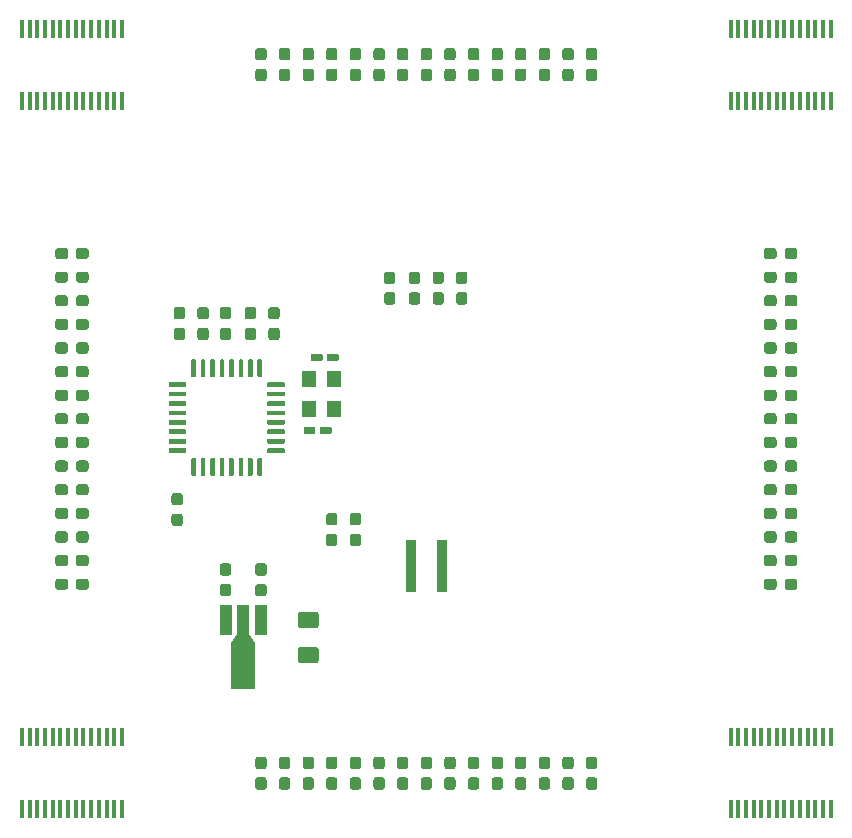
<source format=gbp>
G04 #@! TF.GenerationSoftware,KiCad,Pcbnew,(5.1.5-0-10_14)*
G04 #@! TF.CreationDate,2021-01-17T15:29:47+09:00*
G04 #@! TF.ProjectId,LedClock,4c656443-6c6f-4636-9b2e-6b696361645f,1.0*
G04 #@! TF.SameCoordinates,Original*
G04 #@! TF.FileFunction,Paste,Bot*
G04 #@! TF.FilePolarity,Positive*
%FSLAX46Y46*%
G04 Gerber Fmt 4.6, Leading zero omitted, Abs format (unit mm)*
G04 Created by KiCad (PCBNEW (5.1.5-0-10_14)) date 2021-01-17 15:29:47*
%MOMM*%
%LPD*%
G04 APERTURE LIST*
%ADD10R,1.200000X1.350000*%
%ADD11C,0.100000*%
%ADD12R,2.000000X4.000000*%
%ADD13R,1.000000X2.500000*%
%ADD14R,0.300000X1.500000*%
%ADD15R,0.900000X4.500000*%
G04 APERTURE END LIST*
D10*
X-9950000Y3400000D03*
X-9950000Y800000D03*
X-7850000Y800000D03*
X-7850000Y3400000D03*
D11*
G36*
X-13990198Y5024518D02*
G01*
X-13980491Y5023079D01*
X-13970972Y5020694D01*
X-13961732Y5017388D01*
X-13952860Y5013192D01*
X-13944443Y5008147D01*
X-13936561Y5002301D01*
X-13929289Y4995711D01*
X-13922699Y4988439D01*
X-13916853Y4980557D01*
X-13911808Y4972140D01*
X-13907612Y4963268D01*
X-13904306Y4954028D01*
X-13901921Y4944509D01*
X-13900482Y4934802D01*
X-13900000Y4925000D01*
X-13900000Y3625000D01*
X-13900482Y3615198D01*
X-13901921Y3605491D01*
X-13904306Y3595972D01*
X-13907612Y3586732D01*
X-13911808Y3577860D01*
X-13916853Y3569443D01*
X-13922699Y3561561D01*
X-13929289Y3554289D01*
X-13936561Y3547699D01*
X-13944443Y3541853D01*
X-13952860Y3536808D01*
X-13961732Y3532612D01*
X-13970972Y3529306D01*
X-13980491Y3526921D01*
X-13990198Y3525482D01*
X-14000000Y3525000D01*
X-14200000Y3525000D01*
X-14209802Y3525482D01*
X-14219509Y3526921D01*
X-14229028Y3529306D01*
X-14238268Y3532612D01*
X-14247140Y3536808D01*
X-14255557Y3541853D01*
X-14263439Y3547699D01*
X-14270711Y3554289D01*
X-14277301Y3561561D01*
X-14283147Y3569443D01*
X-14288192Y3577860D01*
X-14292388Y3586732D01*
X-14295694Y3595972D01*
X-14298079Y3605491D01*
X-14299518Y3615198D01*
X-14300000Y3625000D01*
X-14300000Y4925000D01*
X-14299518Y4934802D01*
X-14298079Y4944509D01*
X-14295694Y4954028D01*
X-14292388Y4963268D01*
X-14288192Y4972140D01*
X-14283147Y4980557D01*
X-14277301Y4988439D01*
X-14270711Y4995711D01*
X-14263439Y5002301D01*
X-14255557Y5008147D01*
X-14247140Y5013192D01*
X-14238268Y5017388D01*
X-14229028Y5020694D01*
X-14219509Y5023079D01*
X-14209802Y5024518D01*
X-14200000Y5025000D01*
X-14000000Y5025000D01*
X-13990198Y5024518D01*
G37*
G36*
X-14790198Y5024518D02*
G01*
X-14780491Y5023079D01*
X-14770972Y5020694D01*
X-14761732Y5017388D01*
X-14752860Y5013192D01*
X-14744443Y5008147D01*
X-14736561Y5002301D01*
X-14729289Y4995711D01*
X-14722699Y4988439D01*
X-14716853Y4980557D01*
X-14711808Y4972140D01*
X-14707612Y4963268D01*
X-14704306Y4954028D01*
X-14701921Y4944509D01*
X-14700482Y4934802D01*
X-14700000Y4925000D01*
X-14700000Y3625000D01*
X-14700482Y3615198D01*
X-14701921Y3605491D01*
X-14704306Y3595972D01*
X-14707612Y3586732D01*
X-14711808Y3577860D01*
X-14716853Y3569443D01*
X-14722699Y3561561D01*
X-14729289Y3554289D01*
X-14736561Y3547699D01*
X-14744443Y3541853D01*
X-14752860Y3536808D01*
X-14761732Y3532612D01*
X-14770972Y3529306D01*
X-14780491Y3526921D01*
X-14790198Y3525482D01*
X-14800000Y3525000D01*
X-15000000Y3525000D01*
X-15009802Y3525482D01*
X-15019509Y3526921D01*
X-15029028Y3529306D01*
X-15038268Y3532612D01*
X-15047140Y3536808D01*
X-15055557Y3541853D01*
X-15063439Y3547699D01*
X-15070711Y3554289D01*
X-15077301Y3561561D01*
X-15083147Y3569443D01*
X-15088192Y3577860D01*
X-15092388Y3586732D01*
X-15095694Y3595972D01*
X-15098079Y3605491D01*
X-15099518Y3615198D01*
X-15100000Y3625000D01*
X-15100000Y4925000D01*
X-15099518Y4934802D01*
X-15098079Y4944509D01*
X-15095694Y4954028D01*
X-15092388Y4963268D01*
X-15088192Y4972140D01*
X-15083147Y4980557D01*
X-15077301Y4988439D01*
X-15070711Y4995711D01*
X-15063439Y5002301D01*
X-15055557Y5008147D01*
X-15047140Y5013192D01*
X-15038268Y5017388D01*
X-15029028Y5020694D01*
X-15019509Y5023079D01*
X-15009802Y5024518D01*
X-15000000Y5025000D01*
X-14800000Y5025000D01*
X-14790198Y5024518D01*
G37*
G36*
X-15590198Y5024518D02*
G01*
X-15580491Y5023079D01*
X-15570972Y5020694D01*
X-15561732Y5017388D01*
X-15552860Y5013192D01*
X-15544443Y5008147D01*
X-15536561Y5002301D01*
X-15529289Y4995711D01*
X-15522699Y4988439D01*
X-15516853Y4980557D01*
X-15511808Y4972140D01*
X-15507612Y4963268D01*
X-15504306Y4954028D01*
X-15501921Y4944509D01*
X-15500482Y4934802D01*
X-15500000Y4925000D01*
X-15500000Y3625000D01*
X-15500482Y3615198D01*
X-15501921Y3605491D01*
X-15504306Y3595972D01*
X-15507612Y3586732D01*
X-15511808Y3577860D01*
X-15516853Y3569443D01*
X-15522699Y3561561D01*
X-15529289Y3554289D01*
X-15536561Y3547699D01*
X-15544443Y3541853D01*
X-15552860Y3536808D01*
X-15561732Y3532612D01*
X-15570972Y3529306D01*
X-15580491Y3526921D01*
X-15590198Y3525482D01*
X-15600000Y3525000D01*
X-15800000Y3525000D01*
X-15809802Y3525482D01*
X-15819509Y3526921D01*
X-15829028Y3529306D01*
X-15838268Y3532612D01*
X-15847140Y3536808D01*
X-15855557Y3541853D01*
X-15863439Y3547699D01*
X-15870711Y3554289D01*
X-15877301Y3561561D01*
X-15883147Y3569443D01*
X-15888192Y3577860D01*
X-15892388Y3586732D01*
X-15895694Y3595972D01*
X-15898079Y3605491D01*
X-15899518Y3615198D01*
X-15900000Y3625000D01*
X-15900000Y4925000D01*
X-15899518Y4934802D01*
X-15898079Y4944509D01*
X-15895694Y4954028D01*
X-15892388Y4963268D01*
X-15888192Y4972140D01*
X-15883147Y4980557D01*
X-15877301Y4988439D01*
X-15870711Y4995711D01*
X-15863439Y5002301D01*
X-15855557Y5008147D01*
X-15847140Y5013192D01*
X-15838268Y5017388D01*
X-15829028Y5020694D01*
X-15819509Y5023079D01*
X-15809802Y5024518D01*
X-15800000Y5025000D01*
X-15600000Y5025000D01*
X-15590198Y5024518D01*
G37*
G36*
X-16390198Y5024518D02*
G01*
X-16380491Y5023079D01*
X-16370972Y5020694D01*
X-16361732Y5017388D01*
X-16352860Y5013192D01*
X-16344443Y5008147D01*
X-16336561Y5002301D01*
X-16329289Y4995711D01*
X-16322699Y4988439D01*
X-16316853Y4980557D01*
X-16311808Y4972140D01*
X-16307612Y4963268D01*
X-16304306Y4954028D01*
X-16301921Y4944509D01*
X-16300482Y4934802D01*
X-16300000Y4925000D01*
X-16300000Y3625000D01*
X-16300482Y3615198D01*
X-16301921Y3605491D01*
X-16304306Y3595972D01*
X-16307612Y3586732D01*
X-16311808Y3577860D01*
X-16316853Y3569443D01*
X-16322699Y3561561D01*
X-16329289Y3554289D01*
X-16336561Y3547699D01*
X-16344443Y3541853D01*
X-16352860Y3536808D01*
X-16361732Y3532612D01*
X-16370972Y3529306D01*
X-16380491Y3526921D01*
X-16390198Y3525482D01*
X-16400000Y3525000D01*
X-16600000Y3525000D01*
X-16609802Y3525482D01*
X-16619509Y3526921D01*
X-16629028Y3529306D01*
X-16638268Y3532612D01*
X-16647140Y3536808D01*
X-16655557Y3541853D01*
X-16663439Y3547699D01*
X-16670711Y3554289D01*
X-16677301Y3561561D01*
X-16683147Y3569443D01*
X-16688192Y3577860D01*
X-16692388Y3586732D01*
X-16695694Y3595972D01*
X-16698079Y3605491D01*
X-16699518Y3615198D01*
X-16700000Y3625000D01*
X-16700000Y4925000D01*
X-16699518Y4934802D01*
X-16698079Y4944509D01*
X-16695694Y4954028D01*
X-16692388Y4963268D01*
X-16688192Y4972140D01*
X-16683147Y4980557D01*
X-16677301Y4988439D01*
X-16670711Y4995711D01*
X-16663439Y5002301D01*
X-16655557Y5008147D01*
X-16647140Y5013192D01*
X-16638268Y5017388D01*
X-16629028Y5020694D01*
X-16619509Y5023079D01*
X-16609802Y5024518D01*
X-16600000Y5025000D01*
X-16400000Y5025000D01*
X-16390198Y5024518D01*
G37*
G36*
X-17190198Y5024518D02*
G01*
X-17180491Y5023079D01*
X-17170972Y5020694D01*
X-17161732Y5017388D01*
X-17152860Y5013192D01*
X-17144443Y5008147D01*
X-17136561Y5002301D01*
X-17129289Y4995711D01*
X-17122699Y4988439D01*
X-17116853Y4980557D01*
X-17111808Y4972140D01*
X-17107612Y4963268D01*
X-17104306Y4954028D01*
X-17101921Y4944509D01*
X-17100482Y4934802D01*
X-17100000Y4925000D01*
X-17100000Y3625000D01*
X-17100482Y3615198D01*
X-17101921Y3605491D01*
X-17104306Y3595972D01*
X-17107612Y3586732D01*
X-17111808Y3577860D01*
X-17116853Y3569443D01*
X-17122699Y3561561D01*
X-17129289Y3554289D01*
X-17136561Y3547699D01*
X-17144443Y3541853D01*
X-17152860Y3536808D01*
X-17161732Y3532612D01*
X-17170972Y3529306D01*
X-17180491Y3526921D01*
X-17190198Y3525482D01*
X-17200000Y3525000D01*
X-17400000Y3525000D01*
X-17409802Y3525482D01*
X-17419509Y3526921D01*
X-17429028Y3529306D01*
X-17438268Y3532612D01*
X-17447140Y3536808D01*
X-17455557Y3541853D01*
X-17463439Y3547699D01*
X-17470711Y3554289D01*
X-17477301Y3561561D01*
X-17483147Y3569443D01*
X-17488192Y3577860D01*
X-17492388Y3586732D01*
X-17495694Y3595972D01*
X-17498079Y3605491D01*
X-17499518Y3615198D01*
X-17500000Y3625000D01*
X-17500000Y4925000D01*
X-17499518Y4934802D01*
X-17498079Y4944509D01*
X-17495694Y4954028D01*
X-17492388Y4963268D01*
X-17488192Y4972140D01*
X-17483147Y4980557D01*
X-17477301Y4988439D01*
X-17470711Y4995711D01*
X-17463439Y5002301D01*
X-17455557Y5008147D01*
X-17447140Y5013192D01*
X-17438268Y5017388D01*
X-17429028Y5020694D01*
X-17419509Y5023079D01*
X-17409802Y5024518D01*
X-17400000Y5025000D01*
X-17200000Y5025000D01*
X-17190198Y5024518D01*
G37*
G36*
X-17990198Y5024518D02*
G01*
X-17980491Y5023079D01*
X-17970972Y5020694D01*
X-17961732Y5017388D01*
X-17952860Y5013192D01*
X-17944443Y5008147D01*
X-17936561Y5002301D01*
X-17929289Y4995711D01*
X-17922699Y4988439D01*
X-17916853Y4980557D01*
X-17911808Y4972140D01*
X-17907612Y4963268D01*
X-17904306Y4954028D01*
X-17901921Y4944509D01*
X-17900482Y4934802D01*
X-17900000Y4925000D01*
X-17900000Y3625000D01*
X-17900482Y3615198D01*
X-17901921Y3605491D01*
X-17904306Y3595972D01*
X-17907612Y3586732D01*
X-17911808Y3577860D01*
X-17916853Y3569443D01*
X-17922699Y3561561D01*
X-17929289Y3554289D01*
X-17936561Y3547699D01*
X-17944443Y3541853D01*
X-17952860Y3536808D01*
X-17961732Y3532612D01*
X-17970972Y3529306D01*
X-17980491Y3526921D01*
X-17990198Y3525482D01*
X-18000000Y3525000D01*
X-18200000Y3525000D01*
X-18209802Y3525482D01*
X-18219509Y3526921D01*
X-18229028Y3529306D01*
X-18238268Y3532612D01*
X-18247140Y3536808D01*
X-18255557Y3541853D01*
X-18263439Y3547699D01*
X-18270711Y3554289D01*
X-18277301Y3561561D01*
X-18283147Y3569443D01*
X-18288192Y3577860D01*
X-18292388Y3586732D01*
X-18295694Y3595972D01*
X-18298079Y3605491D01*
X-18299518Y3615198D01*
X-18300000Y3625000D01*
X-18300000Y4925000D01*
X-18299518Y4934802D01*
X-18298079Y4944509D01*
X-18295694Y4954028D01*
X-18292388Y4963268D01*
X-18288192Y4972140D01*
X-18283147Y4980557D01*
X-18277301Y4988439D01*
X-18270711Y4995711D01*
X-18263439Y5002301D01*
X-18255557Y5008147D01*
X-18247140Y5013192D01*
X-18238268Y5017388D01*
X-18229028Y5020694D01*
X-18219509Y5023079D01*
X-18209802Y5024518D01*
X-18200000Y5025000D01*
X-18000000Y5025000D01*
X-17990198Y5024518D01*
G37*
G36*
X-18790198Y5024518D02*
G01*
X-18780491Y5023079D01*
X-18770972Y5020694D01*
X-18761732Y5017388D01*
X-18752860Y5013192D01*
X-18744443Y5008147D01*
X-18736561Y5002301D01*
X-18729289Y4995711D01*
X-18722699Y4988439D01*
X-18716853Y4980557D01*
X-18711808Y4972140D01*
X-18707612Y4963268D01*
X-18704306Y4954028D01*
X-18701921Y4944509D01*
X-18700482Y4934802D01*
X-18700000Y4925000D01*
X-18700000Y3625000D01*
X-18700482Y3615198D01*
X-18701921Y3605491D01*
X-18704306Y3595972D01*
X-18707612Y3586732D01*
X-18711808Y3577860D01*
X-18716853Y3569443D01*
X-18722699Y3561561D01*
X-18729289Y3554289D01*
X-18736561Y3547699D01*
X-18744443Y3541853D01*
X-18752860Y3536808D01*
X-18761732Y3532612D01*
X-18770972Y3529306D01*
X-18780491Y3526921D01*
X-18790198Y3525482D01*
X-18800000Y3525000D01*
X-19000000Y3525000D01*
X-19009802Y3525482D01*
X-19019509Y3526921D01*
X-19029028Y3529306D01*
X-19038268Y3532612D01*
X-19047140Y3536808D01*
X-19055557Y3541853D01*
X-19063439Y3547699D01*
X-19070711Y3554289D01*
X-19077301Y3561561D01*
X-19083147Y3569443D01*
X-19088192Y3577860D01*
X-19092388Y3586732D01*
X-19095694Y3595972D01*
X-19098079Y3605491D01*
X-19099518Y3615198D01*
X-19100000Y3625000D01*
X-19100000Y4925000D01*
X-19099518Y4934802D01*
X-19098079Y4944509D01*
X-19095694Y4954028D01*
X-19092388Y4963268D01*
X-19088192Y4972140D01*
X-19083147Y4980557D01*
X-19077301Y4988439D01*
X-19070711Y4995711D01*
X-19063439Y5002301D01*
X-19055557Y5008147D01*
X-19047140Y5013192D01*
X-19038268Y5017388D01*
X-19029028Y5020694D01*
X-19019509Y5023079D01*
X-19009802Y5024518D01*
X-19000000Y5025000D01*
X-18800000Y5025000D01*
X-18790198Y5024518D01*
G37*
G36*
X-19590198Y5024518D02*
G01*
X-19580491Y5023079D01*
X-19570972Y5020694D01*
X-19561732Y5017388D01*
X-19552860Y5013192D01*
X-19544443Y5008147D01*
X-19536561Y5002301D01*
X-19529289Y4995711D01*
X-19522699Y4988439D01*
X-19516853Y4980557D01*
X-19511808Y4972140D01*
X-19507612Y4963268D01*
X-19504306Y4954028D01*
X-19501921Y4944509D01*
X-19500482Y4934802D01*
X-19500000Y4925000D01*
X-19500000Y3625000D01*
X-19500482Y3615198D01*
X-19501921Y3605491D01*
X-19504306Y3595972D01*
X-19507612Y3586732D01*
X-19511808Y3577860D01*
X-19516853Y3569443D01*
X-19522699Y3561561D01*
X-19529289Y3554289D01*
X-19536561Y3547699D01*
X-19544443Y3541853D01*
X-19552860Y3536808D01*
X-19561732Y3532612D01*
X-19570972Y3529306D01*
X-19580491Y3526921D01*
X-19590198Y3525482D01*
X-19600000Y3525000D01*
X-19800000Y3525000D01*
X-19809802Y3525482D01*
X-19819509Y3526921D01*
X-19829028Y3529306D01*
X-19838268Y3532612D01*
X-19847140Y3536808D01*
X-19855557Y3541853D01*
X-19863439Y3547699D01*
X-19870711Y3554289D01*
X-19877301Y3561561D01*
X-19883147Y3569443D01*
X-19888192Y3577860D01*
X-19892388Y3586732D01*
X-19895694Y3595972D01*
X-19898079Y3605491D01*
X-19899518Y3615198D01*
X-19900000Y3625000D01*
X-19900000Y4925000D01*
X-19899518Y4934802D01*
X-19898079Y4944509D01*
X-19895694Y4954028D01*
X-19892388Y4963268D01*
X-19888192Y4972140D01*
X-19883147Y4980557D01*
X-19877301Y4988439D01*
X-19870711Y4995711D01*
X-19863439Y5002301D01*
X-19855557Y5008147D01*
X-19847140Y5013192D01*
X-19838268Y5017388D01*
X-19829028Y5020694D01*
X-19819509Y5023079D01*
X-19809802Y5024518D01*
X-19800000Y5025000D01*
X-19600000Y5025000D01*
X-19590198Y5024518D01*
G37*
G36*
X-20415198Y3099518D02*
G01*
X-20405491Y3098079D01*
X-20395972Y3095694D01*
X-20386732Y3092388D01*
X-20377860Y3088192D01*
X-20369443Y3083147D01*
X-20361561Y3077301D01*
X-20354289Y3070711D01*
X-20347699Y3063439D01*
X-20341853Y3055557D01*
X-20336808Y3047140D01*
X-20332612Y3038268D01*
X-20329306Y3029028D01*
X-20326921Y3019509D01*
X-20325482Y3009802D01*
X-20325000Y3000000D01*
X-20325000Y2800000D01*
X-20325482Y2790198D01*
X-20326921Y2780491D01*
X-20329306Y2770972D01*
X-20332612Y2761732D01*
X-20336808Y2752860D01*
X-20341853Y2744443D01*
X-20347699Y2736561D01*
X-20354289Y2729289D01*
X-20361561Y2722699D01*
X-20369443Y2716853D01*
X-20377860Y2711808D01*
X-20386732Y2707612D01*
X-20395972Y2704306D01*
X-20405491Y2701921D01*
X-20415198Y2700482D01*
X-20425000Y2700000D01*
X-21725000Y2700000D01*
X-21734802Y2700482D01*
X-21744509Y2701921D01*
X-21754028Y2704306D01*
X-21763268Y2707612D01*
X-21772140Y2711808D01*
X-21780557Y2716853D01*
X-21788439Y2722699D01*
X-21795711Y2729289D01*
X-21802301Y2736561D01*
X-21808147Y2744443D01*
X-21813192Y2752860D01*
X-21817388Y2761732D01*
X-21820694Y2770972D01*
X-21823079Y2780491D01*
X-21824518Y2790198D01*
X-21825000Y2800000D01*
X-21825000Y3000000D01*
X-21824518Y3009802D01*
X-21823079Y3019509D01*
X-21820694Y3029028D01*
X-21817388Y3038268D01*
X-21813192Y3047140D01*
X-21808147Y3055557D01*
X-21802301Y3063439D01*
X-21795711Y3070711D01*
X-21788439Y3077301D01*
X-21780557Y3083147D01*
X-21772140Y3088192D01*
X-21763268Y3092388D01*
X-21754028Y3095694D01*
X-21744509Y3098079D01*
X-21734802Y3099518D01*
X-21725000Y3100000D01*
X-20425000Y3100000D01*
X-20415198Y3099518D01*
G37*
G36*
X-20415198Y2299518D02*
G01*
X-20405491Y2298079D01*
X-20395972Y2295694D01*
X-20386732Y2292388D01*
X-20377860Y2288192D01*
X-20369443Y2283147D01*
X-20361561Y2277301D01*
X-20354289Y2270711D01*
X-20347699Y2263439D01*
X-20341853Y2255557D01*
X-20336808Y2247140D01*
X-20332612Y2238268D01*
X-20329306Y2229028D01*
X-20326921Y2219509D01*
X-20325482Y2209802D01*
X-20325000Y2200000D01*
X-20325000Y2000000D01*
X-20325482Y1990198D01*
X-20326921Y1980491D01*
X-20329306Y1970972D01*
X-20332612Y1961732D01*
X-20336808Y1952860D01*
X-20341853Y1944443D01*
X-20347699Y1936561D01*
X-20354289Y1929289D01*
X-20361561Y1922699D01*
X-20369443Y1916853D01*
X-20377860Y1911808D01*
X-20386732Y1907612D01*
X-20395972Y1904306D01*
X-20405491Y1901921D01*
X-20415198Y1900482D01*
X-20425000Y1900000D01*
X-21725000Y1900000D01*
X-21734802Y1900482D01*
X-21744509Y1901921D01*
X-21754028Y1904306D01*
X-21763268Y1907612D01*
X-21772140Y1911808D01*
X-21780557Y1916853D01*
X-21788439Y1922699D01*
X-21795711Y1929289D01*
X-21802301Y1936561D01*
X-21808147Y1944443D01*
X-21813192Y1952860D01*
X-21817388Y1961732D01*
X-21820694Y1970972D01*
X-21823079Y1980491D01*
X-21824518Y1990198D01*
X-21825000Y2000000D01*
X-21825000Y2200000D01*
X-21824518Y2209802D01*
X-21823079Y2219509D01*
X-21820694Y2229028D01*
X-21817388Y2238268D01*
X-21813192Y2247140D01*
X-21808147Y2255557D01*
X-21802301Y2263439D01*
X-21795711Y2270711D01*
X-21788439Y2277301D01*
X-21780557Y2283147D01*
X-21772140Y2288192D01*
X-21763268Y2292388D01*
X-21754028Y2295694D01*
X-21744509Y2298079D01*
X-21734802Y2299518D01*
X-21725000Y2300000D01*
X-20425000Y2300000D01*
X-20415198Y2299518D01*
G37*
G36*
X-20415198Y1499518D02*
G01*
X-20405491Y1498079D01*
X-20395972Y1495694D01*
X-20386732Y1492388D01*
X-20377860Y1488192D01*
X-20369443Y1483147D01*
X-20361561Y1477301D01*
X-20354289Y1470711D01*
X-20347699Y1463439D01*
X-20341853Y1455557D01*
X-20336808Y1447140D01*
X-20332612Y1438268D01*
X-20329306Y1429028D01*
X-20326921Y1419509D01*
X-20325482Y1409802D01*
X-20325000Y1400000D01*
X-20325000Y1200000D01*
X-20325482Y1190198D01*
X-20326921Y1180491D01*
X-20329306Y1170972D01*
X-20332612Y1161732D01*
X-20336808Y1152860D01*
X-20341853Y1144443D01*
X-20347699Y1136561D01*
X-20354289Y1129289D01*
X-20361561Y1122699D01*
X-20369443Y1116853D01*
X-20377860Y1111808D01*
X-20386732Y1107612D01*
X-20395972Y1104306D01*
X-20405491Y1101921D01*
X-20415198Y1100482D01*
X-20425000Y1100000D01*
X-21725000Y1100000D01*
X-21734802Y1100482D01*
X-21744509Y1101921D01*
X-21754028Y1104306D01*
X-21763268Y1107612D01*
X-21772140Y1111808D01*
X-21780557Y1116853D01*
X-21788439Y1122699D01*
X-21795711Y1129289D01*
X-21802301Y1136561D01*
X-21808147Y1144443D01*
X-21813192Y1152860D01*
X-21817388Y1161732D01*
X-21820694Y1170972D01*
X-21823079Y1180491D01*
X-21824518Y1190198D01*
X-21825000Y1200000D01*
X-21825000Y1400000D01*
X-21824518Y1409802D01*
X-21823079Y1419509D01*
X-21820694Y1429028D01*
X-21817388Y1438268D01*
X-21813192Y1447140D01*
X-21808147Y1455557D01*
X-21802301Y1463439D01*
X-21795711Y1470711D01*
X-21788439Y1477301D01*
X-21780557Y1483147D01*
X-21772140Y1488192D01*
X-21763268Y1492388D01*
X-21754028Y1495694D01*
X-21744509Y1498079D01*
X-21734802Y1499518D01*
X-21725000Y1500000D01*
X-20425000Y1500000D01*
X-20415198Y1499518D01*
G37*
G36*
X-20415198Y699518D02*
G01*
X-20405491Y698079D01*
X-20395972Y695694D01*
X-20386732Y692388D01*
X-20377860Y688192D01*
X-20369443Y683147D01*
X-20361561Y677301D01*
X-20354289Y670711D01*
X-20347699Y663439D01*
X-20341853Y655557D01*
X-20336808Y647140D01*
X-20332612Y638268D01*
X-20329306Y629028D01*
X-20326921Y619509D01*
X-20325482Y609802D01*
X-20325000Y600000D01*
X-20325000Y400000D01*
X-20325482Y390198D01*
X-20326921Y380491D01*
X-20329306Y370972D01*
X-20332612Y361732D01*
X-20336808Y352860D01*
X-20341853Y344443D01*
X-20347699Y336561D01*
X-20354289Y329289D01*
X-20361561Y322699D01*
X-20369443Y316853D01*
X-20377860Y311808D01*
X-20386732Y307612D01*
X-20395972Y304306D01*
X-20405491Y301921D01*
X-20415198Y300482D01*
X-20425000Y300000D01*
X-21725000Y300000D01*
X-21734802Y300482D01*
X-21744509Y301921D01*
X-21754028Y304306D01*
X-21763268Y307612D01*
X-21772140Y311808D01*
X-21780557Y316853D01*
X-21788439Y322699D01*
X-21795711Y329289D01*
X-21802301Y336561D01*
X-21808147Y344443D01*
X-21813192Y352860D01*
X-21817388Y361732D01*
X-21820694Y370972D01*
X-21823079Y380491D01*
X-21824518Y390198D01*
X-21825000Y400000D01*
X-21825000Y600000D01*
X-21824518Y609802D01*
X-21823079Y619509D01*
X-21820694Y629028D01*
X-21817388Y638268D01*
X-21813192Y647140D01*
X-21808147Y655557D01*
X-21802301Y663439D01*
X-21795711Y670711D01*
X-21788439Y677301D01*
X-21780557Y683147D01*
X-21772140Y688192D01*
X-21763268Y692388D01*
X-21754028Y695694D01*
X-21744509Y698079D01*
X-21734802Y699518D01*
X-21725000Y700000D01*
X-20425000Y700000D01*
X-20415198Y699518D01*
G37*
G36*
X-20415198Y-100482D02*
G01*
X-20405491Y-101921D01*
X-20395972Y-104306D01*
X-20386732Y-107612D01*
X-20377860Y-111808D01*
X-20369443Y-116853D01*
X-20361561Y-122699D01*
X-20354289Y-129289D01*
X-20347699Y-136561D01*
X-20341853Y-144443D01*
X-20336808Y-152860D01*
X-20332612Y-161732D01*
X-20329306Y-170972D01*
X-20326921Y-180491D01*
X-20325482Y-190198D01*
X-20325000Y-200000D01*
X-20325000Y-400000D01*
X-20325482Y-409802D01*
X-20326921Y-419509D01*
X-20329306Y-429028D01*
X-20332612Y-438268D01*
X-20336808Y-447140D01*
X-20341853Y-455557D01*
X-20347699Y-463439D01*
X-20354289Y-470711D01*
X-20361561Y-477301D01*
X-20369443Y-483147D01*
X-20377860Y-488192D01*
X-20386732Y-492388D01*
X-20395972Y-495694D01*
X-20405491Y-498079D01*
X-20415198Y-499518D01*
X-20425000Y-500000D01*
X-21725000Y-500000D01*
X-21734802Y-499518D01*
X-21744509Y-498079D01*
X-21754028Y-495694D01*
X-21763268Y-492388D01*
X-21772140Y-488192D01*
X-21780557Y-483147D01*
X-21788439Y-477301D01*
X-21795711Y-470711D01*
X-21802301Y-463439D01*
X-21808147Y-455557D01*
X-21813192Y-447140D01*
X-21817388Y-438268D01*
X-21820694Y-429028D01*
X-21823079Y-419509D01*
X-21824518Y-409802D01*
X-21825000Y-400000D01*
X-21825000Y-200000D01*
X-21824518Y-190198D01*
X-21823079Y-180491D01*
X-21820694Y-170972D01*
X-21817388Y-161732D01*
X-21813192Y-152860D01*
X-21808147Y-144443D01*
X-21802301Y-136561D01*
X-21795711Y-129289D01*
X-21788439Y-122699D01*
X-21780557Y-116853D01*
X-21772140Y-111808D01*
X-21763268Y-107612D01*
X-21754028Y-104306D01*
X-21744509Y-101921D01*
X-21734802Y-100482D01*
X-21725000Y-100000D01*
X-20425000Y-100000D01*
X-20415198Y-100482D01*
G37*
G36*
X-20415198Y-900482D02*
G01*
X-20405491Y-901921D01*
X-20395972Y-904306D01*
X-20386732Y-907612D01*
X-20377860Y-911808D01*
X-20369443Y-916853D01*
X-20361561Y-922699D01*
X-20354289Y-929289D01*
X-20347699Y-936561D01*
X-20341853Y-944443D01*
X-20336808Y-952860D01*
X-20332612Y-961732D01*
X-20329306Y-970972D01*
X-20326921Y-980491D01*
X-20325482Y-990198D01*
X-20325000Y-1000000D01*
X-20325000Y-1200000D01*
X-20325482Y-1209802D01*
X-20326921Y-1219509D01*
X-20329306Y-1229028D01*
X-20332612Y-1238268D01*
X-20336808Y-1247140D01*
X-20341853Y-1255557D01*
X-20347699Y-1263439D01*
X-20354289Y-1270711D01*
X-20361561Y-1277301D01*
X-20369443Y-1283147D01*
X-20377860Y-1288192D01*
X-20386732Y-1292388D01*
X-20395972Y-1295694D01*
X-20405491Y-1298079D01*
X-20415198Y-1299518D01*
X-20425000Y-1300000D01*
X-21725000Y-1300000D01*
X-21734802Y-1299518D01*
X-21744509Y-1298079D01*
X-21754028Y-1295694D01*
X-21763268Y-1292388D01*
X-21772140Y-1288192D01*
X-21780557Y-1283147D01*
X-21788439Y-1277301D01*
X-21795711Y-1270711D01*
X-21802301Y-1263439D01*
X-21808147Y-1255557D01*
X-21813192Y-1247140D01*
X-21817388Y-1238268D01*
X-21820694Y-1229028D01*
X-21823079Y-1219509D01*
X-21824518Y-1209802D01*
X-21825000Y-1200000D01*
X-21825000Y-1000000D01*
X-21824518Y-990198D01*
X-21823079Y-980491D01*
X-21820694Y-970972D01*
X-21817388Y-961732D01*
X-21813192Y-952860D01*
X-21808147Y-944443D01*
X-21802301Y-936561D01*
X-21795711Y-929289D01*
X-21788439Y-922699D01*
X-21780557Y-916853D01*
X-21772140Y-911808D01*
X-21763268Y-907612D01*
X-21754028Y-904306D01*
X-21744509Y-901921D01*
X-21734802Y-900482D01*
X-21725000Y-900000D01*
X-20425000Y-900000D01*
X-20415198Y-900482D01*
G37*
G36*
X-20415198Y-1700482D02*
G01*
X-20405491Y-1701921D01*
X-20395972Y-1704306D01*
X-20386732Y-1707612D01*
X-20377860Y-1711808D01*
X-20369443Y-1716853D01*
X-20361561Y-1722699D01*
X-20354289Y-1729289D01*
X-20347699Y-1736561D01*
X-20341853Y-1744443D01*
X-20336808Y-1752860D01*
X-20332612Y-1761732D01*
X-20329306Y-1770972D01*
X-20326921Y-1780491D01*
X-20325482Y-1790198D01*
X-20325000Y-1800000D01*
X-20325000Y-2000000D01*
X-20325482Y-2009802D01*
X-20326921Y-2019509D01*
X-20329306Y-2029028D01*
X-20332612Y-2038268D01*
X-20336808Y-2047140D01*
X-20341853Y-2055557D01*
X-20347699Y-2063439D01*
X-20354289Y-2070711D01*
X-20361561Y-2077301D01*
X-20369443Y-2083147D01*
X-20377860Y-2088192D01*
X-20386732Y-2092388D01*
X-20395972Y-2095694D01*
X-20405491Y-2098079D01*
X-20415198Y-2099518D01*
X-20425000Y-2100000D01*
X-21725000Y-2100000D01*
X-21734802Y-2099518D01*
X-21744509Y-2098079D01*
X-21754028Y-2095694D01*
X-21763268Y-2092388D01*
X-21772140Y-2088192D01*
X-21780557Y-2083147D01*
X-21788439Y-2077301D01*
X-21795711Y-2070711D01*
X-21802301Y-2063439D01*
X-21808147Y-2055557D01*
X-21813192Y-2047140D01*
X-21817388Y-2038268D01*
X-21820694Y-2029028D01*
X-21823079Y-2019509D01*
X-21824518Y-2009802D01*
X-21825000Y-2000000D01*
X-21825000Y-1800000D01*
X-21824518Y-1790198D01*
X-21823079Y-1780491D01*
X-21820694Y-1770972D01*
X-21817388Y-1761732D01*
X-21813192Y-1752860D01*
X-21808147Y-1744443D01*
X-21802301Y-1736561D01*
X-21795711Y-1729289D01*
X-21788439Y-1722699D01*
X-21780557Y-1716853D01*
X-21772140Y-1711808D01*
X-21763268Y-1707612D01*
X-21754028Y-1704306D01*
X-21744509Y-1701921D01*
X-21734802Y-1700482D01*
X-21725000Y-1700000D01*
X-20425000Y-1700000D01*
X-20415198Y-1700482D01*
G37*
G36*
X-20415198Y-2500482D02*
G01*
X-20405491Y-2501921D01*
X-20395972Y-2504306D01*
X-20386732Y-2507612D01*
X-20377860Y-2511808D01*
X-20369443Y-2516853D01*
X-20361561Y-2522699D01*
X-20354289Y-2529289D01*
X-20347699Y-2536561D01*
X-20341853Y-2544443D01*
X-20336808Y-2552860D01*
X-20332612Y-2561732D01*
X-20329306Y-2570972D01*
X-20326921Y-2580491D01*
X-20325482Y-2590198D01*
X-20325000Y-2600000D01*
X-20325000Y-2800000D01*
X-20325482Y-2809802D01*
X-20326921Y-2819509D01*
X-20329306Y-2829028D01*
X-20332612Y-2838268D01*
X-20336808Y-2847140D01*
X-20341853Y-2855557D01*
X-20347699Y-2863439D01*
X-20354289Y-2870711D01*
X-20361561Y-2877301D01*
X-20369443Y-2883147D01*
X-20377860Y-2888192D01*
X-20386732Y-2892388D01*
X-20395972Y-2895694D01*
X-20405491Y-2898079D01*
X-20415198Y-2899518D01*
X-20425000Y-2900000D01*
X-21725000Y-2900000D01*
X-21734802Y-2899518D01*
X-21744509Y-2898079D01*
X-21754028Y-2895694D01*
X-21763268Y-2892388D01*
X-21772140Y-2888192D01*
X-21780557Y-2883147D01*
X-21788439Y-2877301D01*
X-21795711Y-2870711D01*
X-21802301Y-2863439D01*
X-21808147Y-2855557D01*
X-21813192Y-2847140D01*
X-21817388Y-2838268D01*
X-21820694Y-2829028D01*
X-21823079Y-2819509D01*
X-21824518Y-2809802D01*
X-21825000Y-2800000D01*
X-21825000Y-2600000D01*
X-21824518Y-2590198D01*
X-21823079Y-2580491D01*
X-21820694Y-2570972D01*
X-21817388Y-2561732D01*
X-21813192Y-2552860D01*
X-21808147Y-2544443D01*
X-21802301Y-2536561D01*
X-21795711Y-2529289D01*
X-21788439Y-2522699D01*
X-21780557Y-2516853D01*
X-21772140Y-2511808D01*
X-21763268Y-2507612D01*
X-21754028Y-2504306D01*
X-21744509Y-2501921D01*
X-21734802Y-2500482D01*
X-21725000Y-2500000D01*
X-20425000Y-2500000D01*
X-20415198Y-2500482D01*
G37*
G36*
X-19590198Y-3325482D02*
G01*
X-19580491Y-3326921D01*
X-19570972Y-3329306D01*
X-19561732Y-3332612D01*
X-19552860Y-3336808D01*
X-19544443Y-3341853D01*
X-19536561Y-3347699D01*
X-19529289Y-3354289D01*
X-19522699Y-3361561D01*
X-19516853Y-3369443D01*
X-19511808Y-3377860D01*
X-19507612Y-3386732D01*
X-19504306Y-3395972D01*
X-19501921Y-3405491D01*
X-19500482Y-3415198D01*
X-19500000Y-3425000D01*
X-19500000Y-4725000D01*
X-19500482Y-4734802D01*
X-19501921Y-4744509D01*
X-19504306Y-4754028D01*
X-19507612Y-4763268D01*
X-19511808Y-4772140D01*
X-19516853Y-4780557D01*
X-19522699Y-4788439D01*
X-19529289Y-4795711D01*
X-19536561Y-4802301D01*
X-19544443Y-4808147D01*
X-19552860Y-4813192D01*
X-19561732Y-4817388D01*
X-19570972Y-4820694D01*
X-19580491Y-4823079D01*
X-19590198Y-4824518D01*
X-19600000Y-4825000D01*
X-19800000Y-4825000D01*
X-19809802Y-4824518D01*
X-19819509Y-4823079D01*
X-19829028Y-4820694D01*
X-19838268Y-4817388D01*
X-19847140Y-4813192D01*
X-19855557Y-4808147D01*
X-19863439Y-4802301D01*
X-19870711Y-4795711D01*
X-19877301Y-4788439D01*
X-19883147Y-4780557D01*
X-19888192Y-4772140D01*
X-19892388Y-4763268D01*
X-19895694Y-4754028D01*
X-19898079Y-4744509D01*
X-19899518Y-4734802D01*
X-19900000Y-4725000D01*
X-19900000Y-3425000D01*
X-19899518Y-3415198D01*
X-19898079Y-3405491D01*
X-19895694Y-3395972D01*
X-19892388Y-3386732D01*
X-19888192Y-3377860D01*
X-19883147Y-3369443D01*
X-19877301Y-3361561D01*
X-19870711Y-3354289D01*
X-19863439Y-3347699D01*
X-19855557Y-3341853D01*
X-19847140Y-3336808D01*
X-19838268Y-3332612D01*
X-19829028Y-3329306D01*
X-19819509Y-3326921D01*
X-19809802Y-3325482D01*
X-19800000Y-3325000D01*
X-19600000Y-3325000D01*
X-19590198Y-3325482D01*
G37*
G36*
X-18790198Y-3325482D02*
G01*
X-18780491Y-3326921D01*
X-18770972Y-3329306D01*
X-18761732Y-3332612D01*
X-18752860Y-3336808D01*
X-18744443Y-3341853D01*
X-18736561Y-3347699D01*
X-18729289Y-3354289D01*
X-18722699Y-3361561D01*
X-18716853Y-3369443D01*
X-18711808Y-3377860D01*
X-18707612Y-3386732D01*
X-18704306Y-3395972D01*
X-18701921Y-3405491D01*
X-18700482Y-3415198D01*
X-18700000Y-3425000D01*
X-18700000Y-4725000D01*
X-18700482Y-4734802D01*
X-18701921Y-4744509D01*
X-18704306Y-4754028D01*
X-18707612Y-4763268D01*
X-18711808Y-4772140D01*
X-18716853Y-4780557D01*
X-18722699Y-4788439D01*
X-18729289Y-4795711D01*
X-18736561Y-4802301D01*
X-18744443Y-4808147D01*
X-18752860Y-4813192D01*
X-18761732Y-4817388D01*
X-18770972Y-4820694D01*
X-18780491Y-4823079D01*
X-18790198Y-4824518D01*
X-18800000Y-4825000D01*
X-19000000Y-4825000D01*
X-19009802Y-4824518D01*
X-19019509Y-4823079D01*
X-19029028Y-4820694D01*
X-19038268Y-4817388D01*
X-19047140Y-4813192D01*
X-19055557Y-4808147D01*
X-19063439Y-4802301D01*
X-19070711Y-4795711D01*
X-19077301Y-4788439D01*
X-19083147Y-4780557D01*
X-19088192Y-4772140D01*
X-19092388Y-4763268D01*
X-19095694Y-4754028D01*
X-19098079Y-4744509D01*
X-19099518Y-4734802D01*
X-19100000Y-4725000D01*
X-19100000Y-3425000D01*
X-19099518Y-3415198D01*
X-19098079Y-3405491D01*
X-19095694Y-3395972D01*
X-19092388Y-3386732D01*
X-19088192Y-3377860D01*
X-19083147Y-3369443D01*
X-19077301Y-3361561D01*
X-19070711Y-3354289D01*
X-19063439Y-3347699D01*
X-19055557Y-3341853D01*
X-19047140Y-3336808D01*
X-19038268Y-3332612D01*
X-19029028Y-3329306D01*
X-19019509Y-3326921D01*
X-19009802Y-3325482D01*
X-19000000Y-3325000D01*
X-18800000Y-3325000D01*
X-18790198Y-3325482D01*
G37*
G36*
X-17990198Y-3325482D02*
G01*
X-17980491Y-3326921D01*
X-17970972Y-3329306D01*
X-17961732Y-3332612D01*
X-17952860Y-3336808D01*
X-17944443Y-3341853D01*
X-17936561Y-3347699D01*
X-17929289Y-3354289D01*
X-17922699Y-3361561D01*
X-17916853Y-3369443D01*
X-17911808Y-3377860D01*
X-17907612Y-3386732D01*
X-17904306Y-3395972D01*
X-17901921Y-3405491D01*
X-17900482Y-3415198D01*
X-17900000Y-3425000D01*
X-17900000Y-4725000D01*
X-17900482Y-4734802D01*
X-17901921Y-4744509D01*
X-17904306Y-4754028D01*
X-17907612Y-4763268D01*
X-17911808Y-4772140D01*
X-17916853Y-4780557D01*
X-17922699Y-4788439D01*
X-17929289Y-4795711D01*
X-17936561Y-4802301D01*
X-17944443Y-4808147D01*
X-17952860Y-4813192D01*
X-17961732Y-4817388D01*
X-17970972Y-4820694D01*
X-17980491Y-4823079D01*
X-17990198Y-4824518D01*
X-18000000Y-4825000D01*
X-18200000Y-4825000D01*
X-18209802Y-4824518D01*
X-18219509Y-4823079D01*
X-18229028Y-4820694D01*
X-18238268Y-4817388D01*
X-18247140Y-4813192D01*
X-18255557Y-4808147D01*
X-18263439Y-4802301D01*
X-18270711Y-4795711D01*
X-18277301Y-4788439D01*
X-18283147Y-4780557D01*
X-18288192Y-4772140D01*
X-18292388Y-4763268D01*
X-18295694Y-4754028D01*
X-18298079Y-4744509D01*
X-18299518Y-4734802D01*
X-18300000Y-4725000D01*
X-18300000Y-3425000D01*
X-18299518Y-3415198D01*
X-18298079Y-3405491D01*
X-18295694Y-3395972D01*
X-18292388Y-3386732D01*
X-18288192Y-3377860D01*
X-18283147Y-3369443D01*
X-18277301Y-3361561D01*
X-18270711Y-3354289D01*
X-18263439Y-3347699D01*
X-18255557Y-3341853D01*
X-18247140Y-3336808D01*
X-18238268Y-3332612D01*
X-18229028Y-3329306D01*
X-18219509Y-3326921D01*
X-18209802Y-3325482D01*
X-18200000Y-3325000D01*
X-18000000Y-3325000D01*
X-17990198Y-3325482D01*
G37*
G36*
X-17190198Y-3325482D02*
G01*
X-17180491Y-3326921D01*
X-17170972Y-3329306D01*
X-17161732Y-3332612D01*
X-17152860Y-3336808D01*
X-17144443Y-3341853D01*
X-17136561Y-3347699D01*
X-17129289Y-3354289D01*
X-17122699Y-3361561D01*
X-17116853Y-3369443D01*
X-17111808Y-3377860D01*
X-17107612Y-3386732D01*
X-17104306Y-3395972D01*
X-17101921Y-3405491D01*
X-17100482Y-3415198D01*
X-17100000Y-3425000D01*
X-17100000Y-4725000D01*
X-17100482Y-4734802D01*
X-17101921Y-4744509D01*
X-17104306Y-4754028D01*
X-17107612Y-4763268D01*
X-17111808Y-4772140D01*
X-17116853Y-4780557D01*
X-17122699Y-4788439D01*
X-17129289Y-4795711D01*
X-17136561Y-4802301D01*
X-17144443Y-4808147D01*
X-17152860Y-4813192D01*
X-17161732Y-4817388D01*
X-17170972Y-4820694D01*
X-17180491Y-4823079D01*
X-17190198Y-4824518D01*
X-17200000Y-4825000D01*
X-17400000Y-4825000D01*
X-17409802Y-4824518D01*
X-17419509Y-4823079D01*
X-17429028Y-4820694D01*
X-17438268Y-4817388D01*
X-17447140Y-4813192D01*
X-17455557Y-4808147D01*
X-17463439Y-4802301D01*
X-17470711Y-4795711D01*
X-17477301Y-4788439D01*
X-17483147Y-4780557D01*
X-17488192Y-4772140D01*
X-17492388Y-4763268D01*
X-17495694Y-4754028D01*
X-17498079Y-4744509D01*
X-17499518Y-4734802D01*
X-17500000Y-4725000D01*
X-17500000Y-3425000D01*
X-17499518Y-3415198D01*
X-17498079Y-3405491D01*
X-17495694Y-3395972D01*
X-17492388Y-3386732D01*
X-17488192Y-3377860D01*
X-17483147Y-3369443D01*
X-17477301Y-3361561D01*
X-17470711Y-3354289D01*
X-17463439Y-3347699D01*
X-17455557Y-3341853D01*
X-17447140Y-3336808D01*
X-17438268Y-3332612D01*
X-17429028Y-3329306D01*
X-17419509Y-3326921D01*
X-17409802Y-3325482D01*
X-17400000Y-3325000D01*
X-17200000Y-3325000D01*
X-17190198Y-3325482D01*
G37*
G36*
X-16390198Y-3325482D02*
G01*
X-16380491Y-3326921D01*
X-16370972Y-3329306D01*
X-16361732Y-3332612D01*
X-16352860Y-3336808D01*
X-16344443Y-3341853D01*
X-16336561Y-3347699D01*
X-16329289Y-3354289D01*
X-16322699Y-3361561D01*
X-16316853Y-3369443D01*
X-16311808Y-3377860D01*
X-16307612Y-3386732D01*
X-16304306Y-3395972D01*
X-16301921Y-3405491D01*
X-16300482Y-3415198D01*
X-16300000Y-3425000D01*
X-16300000Y-4725000D01*
X-16300482Y-4734802D01*
X-16301921Y-4744509D01*
X-16304306Y-4754028D01*
X-16307612Y-4763268D01*
X-16311808Y-4772140D01*
X-16316853Y-4780557D01*
X-16322699Y-4788439D01*
X-16329289Y-4795711D01*
X-16336561Y-4802301D01*
X-16344443Y-4808147D01*
X-16352860Y-4813192D01*
X-16361732Y-4817388D01*
X-16370972Y-4820694D01*
X-16380491Y-4823079D01*
X-16390198Y-4824518D01*
X-16400000Y-4825000D01*
X-16600000Y-4825000D01*
X-16609802Y-4824518D01*
X-16619509Y-4823079D01*
X-16629028Y-4820694D01*
X-16638268Y-4817388D01*
X-16647140Y-4813192D01*
X-16655557Y-4808147D01*
X-16663439Y-4802301D01*
X-16670711Y-4795711D01*
X-16677301Y-4788439D01*
X-16683147Y-4780557D01*
X-16688192Y-4772140D01*
X-16692388Y-4763268D01*
X-16695694Y-4754028D01*
X-16698079Y-4744509D01*
X-16699518Y-4734802D01*
X-16700000Y-4725000D01*
X-16700000Y-3425000D01*
X-16699518Y-3415198D01*
X-16698079Y-3405491D01*
X-16695694Y-3395972D01*
X-16692388Y-3386732D01*
X-16688192Y-3377860D01*
X-16683147Y-3369443D01*
X-16677301Y-3361561D01*
X-16670711Y-3354289D01*
X-16663439Y-3347699D01*
X-16655557Y-3341853D01*
X-16647140Y-3336808D01*
X-16638268Y-3332612D01*
X-16629028Y-3329306D01*
X-16619509Y-3326921D01*
X-16609802Y-3325482D01*
X-16600000Y-3325000D01*
X-16400000Y-3325000D01*
X-16390198Y-3325482D01*
G37*
G36*
X-15590198Y-3325482D02*
G01*
X-15580491Y-3326921D01*
X-15570972Y-3329306D01*
X-15561732Y-3332612D01*
X-15552860Y-3336808D01*
X-15544443Y-3341853D01*
X-15536561Y-3347699D01*
X-15529289Y-3354289D01*
X-15522699Y-3361561D01*
X-15516853Y-3369443D01*
X-15511808Y-3377860D01*
X-15507612Y-3386732D01*
X-15504306Y-3395972D01*
X-15501921Y-3405491D01*
X-15500482Y-3415198D01*
X-15500000Y-3425000D01*
X-15500000Y-4725000D01*
X-15500482Y-4734802D01*
X-15501921Y-4744509D01*
X-15504306Y-4754028D01*
X-15507612Y-4763268D01*
X-15511808Y-4772140D01*
X-15516853Y-4780557D01*
X-15522699Y-4788439D01*
X-15529289Y-4795711D01*
X-15536561Y-4802301D01*
X-15544443Y-4808147D01*
X-15552860Y-4813192D01*
X-15561732Y-4817388D01*
X-15570972Y-4820694D01*
X-15580491Y-4823079D01*
X-15590198Y-4824518D01*
X-15600000Y-4825000D01*
X-15800000Y-4825000D01*
X-15809802Y-4824518D01*
X-15819509Y-4823079D01*
X-15829028Y-4820694D01*
X-15838268Y-4817388D01*
X-15847140Y-4813192D01*
X-15855557Y-4808147D01*
X-15863439Y-4802301D01*
X-15870711Y-4795711D01*
X-15877301Y-4788439D01*
X-15883147Y-4780557D01*
X-15888192Y-4772140D01*
X-15892388Y-4763268D01*
X-15895694Y-4754028D01*
X-15898079Y-4744509D01*
X-15899518Y-4734802D01*
X-15900000Y-4725000D01*
X-15900000Y-3425000D01*
X-15899518Y-3415198D01*
X-15898079Y-3405491D01*
X-15895694Y-3395972D01*
X-15892388Y-3386732D01*
X-15888192Y-3377860D01*
X-15883147Y-3369443D01*
X-15877301Y-3361561D01*
X-15870711Y-3354289D01*
X-15863439Y-3347699D01*
X-15855557Y-3341853D01*
X-15847140Y-3336808D01*
X-15838268Y-3332612D01*
X-15829028Y-3329306D01*
X-15819509Y-3326921D01*
X-15809802Y-3325482D01*
X-15800000Y-3325000D01*
X-15600000Y-3325000D01*
X-15590198Y-3325482D01*
G37*
G36*
X-14790198Y-3325482D02*
G01*
X-14780491Y-3326921D01*
X-14770972Y-3329306D01*
X-14761732Y-3332612D01*
X-14752860Y-3336808D01*
X-14744443Y-3341853D01*
X-14736561Y-3347699D01*
X-14729289Y-3354289D01*
X-14722699Y-3361561D01*
X-14716853Y-3369443D01*
X-14711808Y-3377860D01*
X-14707612Y-3386732D01*
X-14704306Y-3395972D01*
X-14701921Y-3405491D01*
X-14700482Y-3415198D01*
X-14700000Y-3425000D01*
X-14700000Y-4725000D01*
X-14700482Y-4734802D01*
X-14701921Y-4744509D01*
X-14704306Y-4754028D01*
X-14707612Y-4763268D01*
X-14711808Y-4772140D01*
X-14716853Y-4780557D01*
X-14722699Y-4788439D01*
X-14729289Y-4795711D01*
X-14736561Y-4802301D01*
X-14744443Y-4808147D01*
X-14752860Y-4813192D01*
X-14761732Y-4817388D01*
X-14770972Y-4820694D01*
X-14780491Y-4823079D01*
X-14790198Y-4824518D01*
X-14800000Y-4825000D01*
X-15000000Y-4825000D01*
X-15009802Y-4824518D01*
X-15019509Y-4823079D01*
X-15029028Y-4820694D01*
X-15038268Y-4817388D01*
X-15047140Y-4813192D01*
X-15055557Y-4808147D01*
X-15063439Y-4802301D01*
X-15070711Y-4795711D01*
X-15077301Y-4788439D01*
X-15083147Y-4780557D01*
X-15088192Y-4772140D01*
X-15092388Y-4763268D01*
X-15095694Y-4754028D01*
X-15098079Y-4744509D01*
X-15099518Y-4734802D01*
X-15100000Y-4725000D01*
X-15100000Y-3425000D01*
X-15099518Y-3415198D01*
X-15098079Y-3405491D01*
X-15095694Y-3395972D01*
X-15092388Y-3386732D01*
X-15088192Y-3377860D01*
X-15083147Y-3369443D01*
X-15077301Y-3361561D01*
X-15070711Y-3354289D01*
X-15063439Y-3347699D01*
X-15055557Y-3341853D01*
X-15047140Y-3336808D01*
X-15038268Y-3332612D01*
X-15029028Y-3329306D01*
X-15019509Y-3326921D01*
X-15009802Y-3325482D01*
X-15000000Y-3325000D01*
X-14800000Y-3325000D01*
X-14790198Y-3325482D01*
G37*
G36*
X-13990198Y-3325482D02*
G01*
X-13980491Y-3326921D01*
X-13970972Y-3329306D01*
X-13961732Y-3332612D01*
X-13952860Y-3336808D01*
X-13944443Y-3341853D01*
X-13936561Y-3347699D01*
X-13929289Y-3354289D01*
X-13922699Y-3361561D01*
X-13916853Y-3369443D01*
X-13911808Y-3377860D01*
X-13907612Y-3386732D01*
X-13904306Y-3395972D01*
X-13901921Y-3405491D01*
X-13900482Y-3415198D01*
X-13900000Y-3425000D01*
X-13900000Y-4725000D01*
X-13900482Y-4734802D01*
X-13901921Y-4744509D01*
X-13904306Y-4754028D01*
X-13907612Y-4763268D01*
X-13911808Y-4772140D01*
X-13916853Y-4780557D01*
X-13922699Y-4788439D01*
X-13929289Y-4795711D01*
X-13936561Y-4802301D01*
X-13944443Y-4808147D01*
X-13952860Y-4813192D01*
X-13961732Y-4817388D01*
X-13970972Y-4820694D01*
X-13980491Y-4823079D01*
X-13990198Y-4824518D01*
X-14000000Y-4825000D01*
X-14200000Y-4825000D01*
X-14209802Y-4824518D01*
X-14219509Y-4823079D01*
X-14229028Y-4820694D01*
X-14238268Y-4817388D01*
X-14247140Y-4813192D01*
X-14255557Y-4808147D01*
X-14263439Y-4802301D01*
X-14270711Y-4795711D01*
X-14277301Y-4788439D01*
X-14283147Y-4780557D01*
X-14288192Y-4772140D01*
X-14292388Y-4763268D01*
X-14295694Y-4754028D01*
X-14298079Y-4744509D01*
X-14299518Y-4734802D01*
X-14300000Y-4725000D01*
X-14300000Y-3425000D01*
X-14299518Y-3415198D01*
X-14298079Y-3405491D01*
X-14295694Y-3395972D01*
X-14292388Y-3386732D01*
X-14288192Y-3377860D01*
X-14283147Y-3369443D01*
X-14277301Y-3361561D01*
X-14270711Y-3354289D01*
X-14263439Y-3347699D01*
X-14255557Y-3341853D01*
X-14247140Y-3336808D01*
X-14238268Y-3332612D01*
X-14229028Y-3329306D01*
X-14219509Y-3326921D01*
X-14209802Y-3325482D01*
X-14200000Y-3325000D01*
X-14000000Y-3325000D01*
X-13990198Y-3325482D01*
G37*
G36*
X-12065198Y-2500482D02*
G01*
X-12055491Y-2501921D01*
X-12045972Y-2504306D01*
X-12036732Y-2507612D01*
X-12027860Y-2511808D01*
X-12019443Y-2516853D01*
X-12011561Y-2522699D01*
X-12004289Y-2529289D01*
X-11997699Y-2536561D01*
X-11991853Y-2544443D01*
X-11986808Y-2552860D01*
X-11982612Y-2561732D01*
X-11979306Y-2570972D01*
X-11976921Y-2580491D01*
X-11975482Y-2590198D01*
X-11975000Y-2600000D01*
X-11975000Y-2800000D01*
X-11975482Y-2809802D01*
X-11976921Y-2819509D01*
X-11979306Y-2829028D01*
X-11982612Y-2838268D01*
X-11986808Y-2847140D01*
X-11991853Y-2855557D01*
X-11997699Y-2863439D01*
X-12004289Y-2870711D01*
X-12011561Y-2877301D01*
X-12019443Y-2883147D01*
X-12027860Y-2888192D01*
X-12036732Y-2892388D01*
X-12045972Y-2895694D01*
X-12055491Y-2898079D01*
X-12065198Y-2899518D01*
X-12075000Y-2900000D01*
X-13375000Y-2900000D01*
X-13384802Y-2899518D01*
X-13394509Y-2898079D01*
X-13404028Y-2895694D01*
X-13413268Y-2892388D01*
X-13422140Y-2888192D01*
X-13430557Y-2883147D01*
X-13438439Y-2877301D01*
X-13445711Y-2870711D01*
X-13452301Y-2863439D01*
X-13458147Y-2855557D01*
X-13463192Y-2847140D01*
X-13467388Y-2838268D01*
X-13470694Y-2829028D01*
X-13473079Y-2819509D01*
X-13474518Y-2809802D01*
X-13475000Y-2800000D01*
X-13475000Y-2600000D01*
X-13474518Y-2590198D01*
X-13473079Y-2580491D01*
X-13470694Y-2570972D01*
X-13467388Y-2561732D01*
X-13463192Y-2552860D01*
X-13458147Y-2544443D01*
X-13452301Y-2536561D01*
X-13445711Y-2529289D01*
X-13438439Y-2522699D01*
X-13430557Y-2516853D01*
X-13422140Y-2511808D01*
X-13413268Y-2507612D01*
X-13404028Y-2504306D01*
X-13394509Y-2501921D01*
X-13384802Y-2500482D01*
X-13375000Y-2500000D01*
X-12075000Y-2500000D01*
X-12065198Y-2500482D01*
G37*
G36*
X-12065198Y-1700482D02*
G01*
X-12055491Y-1701921D01*
X-12045972Y-1704306D01*
X-12036732Y-1707612D01*
X-12027860Y-1711808D01*
X-12019443Y-1716853D01*
X-12011561Y-1722699D01*
X-12004289Y-1729289D01*
X-11997699Y-1736561D01*
X-11991853Y-1744443D01*
X-11986808Y-1752860D01*
X-11982612Y-1761732D01*
X-11979306Y-1770972D01*
X-11976921Y-1780491D01*
X-11975482Y-1790198D01*
X-11975000Y-1800000D01*
X-11975000Y-2000000D01*
X-11975482Y-2009802D01*
X-11976921Y-2019509D01*
X-11979306Y-2029028D01*
X-11982612Y-2038268D01*
X-11986808Y-2047140D01*
X-11991853Y-2055557D01*
X-11997699Y-2063439D01*
X-12004289Y-2070711D01*
X-12011561Y-2077301D01*
X-12019443Y-2083147D01*
X-12027860Y-2088192D01*
X-12036732Y-2092388D01*
X-12045972Y-2095694D01*
X-12055491Y-2098079D01*
X-12065198Y-2099518D01*
X-12075000Y-2100000D01*
X-13375000Y-2100000D01*
X-13384802Y-2099518D01*
X-13394509Y-2098079D01*
X-13404028Y-2095694D01*
X-13413268Y-2092388D01*
X-13422140Y-2088192D01*
X-13430557Y-2083147D01*
X-13438439Y-2077301D01*
X-13445711Y-2070711D01*
X-13452301Y-2063439D01*
X-13458147Y-2055557D01*
X-13463192Y-2047140D01*
X-13467388Y-2038268D01*
X-13470694Y-2029028D01*
X-13473079Y-2019509D01*
X-13474518Y-2009802D01*
X-13475000Y-2000000D01*
X-13475000Y-1800000D01*
X-13474518Y-1790198D01*
X-13473079Y-1780491D01*
X-13470694Y-1770972D01*
X-13467388Y-1761732D01*
X-13463192Y-1752860D01*
X-13458147Y-1744443D01*
X-13452301Y-1736561D01*
X-13445711Y-1729289D01*
X-13438439Y-1722699D01*
X-13430557Y-1716853D01*
X-13422140Y-1711808D01*
X-13413268Y-1707612D01*
X-13404028Y-1704306D01*
X-13394509Y-1701921D01*
X-13384802Y-1700482D01*
X-13375000Y-1700000D01*
X-12075000Y-1700000D01*
X-12065198Y-1700482D01*
G37*
G36*
X-12065198Y-900482D02*
G01*
X-12055491Y-901921D01*
X-12045972Y-904306D01*
X-12036732Y-907612D01*
X-12027860Y-911808D01*
X-12019443Y-916853D01*
X-12011561Y-922699D01*
X-12004289Y-929289D01*
X-11997699Y-936561D01*
X-11991853Y-944443D01*
X-11986808Y-952860D01*
X-11982612Y-961732D01*
X-11979306Y-970972D01*
X-11976921Y-980491D01*
X-11975482Y-990198D01*
X-11975000Y-1000000D01*
X-11975000Y-1200000D01*
X-11975482Y-1209802D01*
X-11976921Y-1219509D01*
X-11979306Y-1229028D01*
X-11982612Y-1238268D01*
X-11986808Y-1247140D01*
X-11991853Y-1255557D01*
X-11997699Y-1263439D01*
X-12004289Y-1270711D01*
X-12011561Y-1277301D01*
X-12019443Y-1283147D01*
X-12027860Y-1288192D01*
X-12036732Y-1292388D01*
X-12045972Y-1295694D01*
X-12055491Y-1298079D01*
X-12065198Y-1299518D01*
X-12075000Y-1300000D01*
X-13375000Y-1300000D01*
X-13384802Y-1299518D01*
X-13394509Y-1298079D01*
X-13404028Y-1295694D01*
X-13413268Y-1292388D01*
X-13422140Y-1288192D01*
X-13430557Y-1283147D01*
X-13438439Y-1277301D01*
X-13445711Y-1270711D01*
X-13452301Y-1263439D01*
X-13458147Y-1255557D01*
X-13463192Y-1247140D01*
X-13467388Y-1238268D01*
X-13470694Y-1229028D01*
X-13473079Y-1219509D01*
X-13474518Y-1209802D01*
X-13475000Y-1200000D01*
X-13475000Y-1000000D01*
X-13474518Y-990198D01*
X-13473079Y-980491D01*
X-13470694Y-970972D01*
X-13467388Y-961732D01*
X-13463192Y-952860D01*
X-13458147Y-944443D01*
X-13452301Y-936561D01*
X-13445711Y-929289D01*
X-13438439Y-922699D01*
X-13430557Y-916853D01*
X-13422140Y-911808D01*
X-13413268Y-907612D01*
X-13404028Y-904306D01*
X-13394509Y-901921D01*
X-13384802Y-900482D01*
X-13375000Y-900000D01*
X-12075000Y-900000D01*
X-12065198Y-900482D01*
G37*
G36*
X-12065198Y-100482D02*
G01*
X-12055491Y-101921D01*
X-12045972Y-104306D01*
X-12036732Y-107612D01*
X-12027860Y-111808D01*
X-12019443Y-116853D01*
X-12011561Y-122699D01*
X-12004289Y-129289D01*
X-11997699Y-136561D01*
X-11991853Y-144443D01*
X-11986808Y-152860D01*
X-11982612Y-161732D01*
X-11979306Y-170972D01*
X-11976921Y-180491D01*
X-11975482Y-190198D01*
X-11975000Y-200000D01*
X-11975000Y-400000D01*
X-11975482Y-409802D01*
X-11976921Y-419509D01*
X-11979306Y-429028D01*
X-11982612Y-438268D01*
X-11986808Y-447140D01*
X-11991853Y-455557D01*
X-11997699Y-463439D01*
X-12004289Y-470711D01*
X-12011561Y-477301D01*
X-12019443Y-483147D01*
X-12027860Y-488192D01*
X-12036732Y-492388D01*
X-12045972Y-495694D01*
X-12055491Y-498079D01*
X-12065198Y-499518D01*
X-12075000Y-500000D01*
X-13375000Y-500000D01*
X-13384802Y-499518D01*
X-13394509Y-498079D01*
X-13404028Y-495694D01*
X-13413268Y-492388D01*
X-13422140Y-488192D01*
X-13430557Y-483147D01*
X-13438439Y-477301D01*
X-13445711Y-470711D01*
X-13452301Y-463439D01*
X-13458147Y-455557D01*
X-13463192Y-447140D01*
X-13467388Y-438268D01*
X-13470694Y-429028D01*
X-13473079Y-419509D01*
X-13474518Y-409802D01*
X-13475000Y-400000D01*
X-13475000Y-200000D01*
X-13474518Y-190198D01*
X-13473079Y-180491D01*
X-13470694Y-170972D01*
X-13467388Y-161732D01*
X-13463192Y-152860D01*
X-13458147Y-144443D01*
X-13452301Y-136561D01*
X-13445711Y-129289D01*
X-13438439Y-122699D01*
X-13430557Y-116853D01*
X-13422140Y-111808D01*
X-13413268Y-107612D01*
X-13404028Y-104306D01*
X-13394509Y-101921D01*
X-13384802Y-100482D01*
X-13375000Y-100000D01*
X-12075000Y-100000D01*
X-12065198Y-100482D01*
G37*
G36*
X-12065198Y699518D02*
G01*
X-12055491Y698079D01*
X-12045972Y695694D01*
X-12036732Y692388D01*
X-12027860Y688192D01*
X-12019443Y683147D01*
X-12011561Y677301D01*
X-12004289Y670711D01*
X-11997699Y663439D01*
X-11991853Y655557D01*
X-11986808Y647140D01*
X-11982612Y638268D01*
X-11979306Y629028D01*
X-11976921Y619509D01*
X-11975482Y609802D01*
X-11975000Y600000D01*
X-11975000Y400000D01*
X-11975482Y390198D01*
X-11976921Y380491D01*
X-11979306Y370972D01*
X-11982612Y361732D01*
X-11986808Y352860D01*
X-11991853Y344443D01*
X-11997699Y336561D01*
X-12004289Y329289D01*
X-12011561Y322699D01*
X-12019443Y316853D01*
X-12027860Y311808D01*
X-12036732Y307612D01*
X-12045972Y304306D01*
X-12055491Y301921D01*
X-12065198Y300482D01*
X-12075000Y300000D01*
X-13375000Y300000D01*
X-13384802Y300482D01*
X-13394509Y301921D01*
X-13404028Y304306D01*
X-13413268Y307612D01*
X-13422140Y311808D01*
X-13430557Y316853D01*
X-13438439Y322699D01*
X-13445711Y329289D01*
X-13452301Y336561D01*
X-13458147Y344443D01*
X-13463192Y352860D01*
X-13467388Y361732D01*
X-13470694Y370972D01*
X-13473079Y380491D01*
X-13474518Y390198D01*
X-13475000Y400000D01*
X-13475000Y600000D01*
X-13474518Y609802D01*
X-13473079Y619509D01*
X-13470694Y629028D01*
X-13467388Y638268D01*
X-13463192Y647140D01*
X-13458147Y655557D01*
X-13452301Y663439D01*
X-13445711Y670711D01*
X-13438439Y677301D01*
X-13430557Y683147D01*
X-13422140Y688192D01*
X-13413268Y692388D01*
X-13404028Y695694D01*
X-13394509Y698079D01*
X-13384802Y699518D01*
X-13375000Y700000D01*
X-12075000Y700000D01*
X-12065198Y699518D01*
G37*
G36*
X-12065198Y1499518D02*
G01*
X-12055491Y1498079D01*
X-12045972Y1495694D01*
X-12036732Y1492388D01*
X-12027860Y1488192D01*
X-12019443Y1483147D01*
X-12011561Y1477301D01*
X-12004289Y1470711D01*
X-11997699Y1463439D01*
X-11991853Y1455557D01*
X-11986808Y1447140D01*
X-11982612Y1438268D01*
X-11979306Y1429028D01*
X-11976921Y1419509D01*
X-11975482Y1409802D01*
X-11975000Y1400000D01*
X-11975000Y1200000D01*
X-11975482Y1190198D01*
X-11976921Y1180491D01*
X-11979306Y1170972D01*
X-11982612Y1161732D01*
X-11986808Y1152860D01*
X-11991853Y1144443D01*
X-11997699Y1136561D01*
X-12004289Y1129289D01*
X-12011561Y1122699D01*
X-12019443Y1116853D01*
X-12027860Y1111808D01*
X-12036732Y1107612D01*
X-12045972Y1104306D01*
X-12055491Y1101921D01*
X-12065198Y1100482D01*
X-12075000Y1100000D01*
X-13375000Y1100000D01*
X-13384802Y1100482D01*
X-13394509Y1101921D01*
X-13404028Y1104306D01*
X-13413268Y1107612D01*
X-13422140Y1111808D01*
X-13430557Y1116853D01*
X-13438439Y1122699D01*
X-13445711Y1129289D01*
X-13452301Y1136561D01*
X-13458147Y1144443D01*
X-13463192Y1152860D01*
X-13467388Y1161732D01*
X-13470694Y1170972D01*
X-13473079Y1180491D01*
X-13474518Y1190198D01*
X-13475000Y1200000D01*
X-13475000Y1400000D01*
X-13474518Y1409802D01*
X-13473079Y1419509D01*
X-13470694Y1429028D01*
X-13467388Y1438268D01*
X-13463192Y1447140D01*
X-13458147Y1455557D01*
X-13452301Y1463439D01*
X-13445711Y1470711D01*
X-13438439Y1477301D01*
X-13430557Y1483147D01*
X-13422140Y1488192D01*
X-13413268Y1492388D01*
X-13404028Y1495694D01*
X-13394509Y1498079D01*
X-13384802Y1499518D01*
X-13375000Y1500000D01*
X-12075000Y1500000D01*
X-12065198Y1499518D01*
G37*
G36*
X-12065198Y2299518D02*
G01*
X-12055491Y2298079D01*
X-12045972Y2295694D01*
X-12036732Y2292388D01*
X-12027860Y2288192D01*
X-12019443Y2283147D01*
X-12011561Y2277301D01*
X-12004289Y2270711D01*
X-11997699Y2263439D01*
X-11991853Y2255557D01*
X-11986808Y2247140D01*
X-11982612Y2238268D01*
X-11979306Y2229028D01*
X-11976921Y2219509D01*
X-11975482Y2209802D01*
X-11975000Y2200000D01*
X-11975000Y2000000D01*
X-11975482Y1990198D01*
X-11976921Y1980491D01*
X-11979306Y1970972D01*
X-11982612Y1961732D01*
X-11986808Y1952860D01*
X-11991853Y1944443D01*
X-11997699Y1936561D01*
X-12004289Y1929289D01*
X-12011561Y1922699D01*
X-12019443Y1916853D01*
X-12027860Y1911808D01*
X-12036732Y1907612D01*
X-12045972Y1904306D01*
X-12055491Y1901921D01*
X-12065198Y1900482D01*
X-12075000Y1900000D01*
X-13375000Y1900000D01*
X-13384802Y1900482D01*
X-13394509Y1901921D01*
X-13404028Y1904306D01*
X-13413268Y1907612D01*
X-13422140Y1911808D01*
X-13430557Y1916853D01*
X-13438439Y1922699D01*
X-13445711Y1929289D01*
X-13452301Y1936561D01*
X-13458147Y1944443D01*
X-13463192Y1952860D01*
X-13467388Y1961732D01*
X-13470694Y1970972D01*
X-13473079Y1980491D01*
X-13474518Y1990198D01*
X-13475000Y2000000D01*
X-13475000Y2200000D01*
X-13474518Y2209802D01*
X-13473079Y2219509D01*
X-13470694Y2229028D01*
X-13467388Y2238268D01*
X-13463192Y2247140D01*
X-13458147Y2255557D01*
X-13452301Y2263439D01*
X-13445711Y2270711D01*
X-13438439Y2277301D01*
X-13430557Y2283147D01*
X-13422140Y2288192D01*
X-13413268Y2292388D01*
X-13404028Y2295694D01*
X-13394509Y2298079D01*
X-13384802Y2299518D01*
X-13375000Y2300000D01*
X-12075000Y2300000D01*
X-12065198Y2299518D01*
G37*
G36*
X-12065198Y3099518D02*
G01*
X-12055491Y3098079D01*
X-12045972Y3095694D01*
X-12036732Y3092388D01*
X-12027860Y3088192D01*
X-12019443Y3083147D01*
X-12011561Y3077301D01*
X-12004289Y3070711D01*
X-11997699Y3063439D01*
X-11991853Y3055557D01*
X-11986808Y3047140D01*
X-11982612Y3038268D01*
X-11979306Y3029028D01*
X-11976921Y3019509D01*
X-11975482Y3009802D01*
X-11975000Y3000000D01*
X-11975000Y2800000D01*
X-11975482Y2790198D01*
X-11976921Y2780491D01*
X-11979306Y2770972D01*
X-11982612Y2761732D01*
X-11986808Y2752860D01*
X-11991853Y2744443D01*
X-11997699Y2736561D01*
X-12004289Y2729289D01*
X-12011561Y2722699D01*
X-12019443Y2716853D01*
X-12027860Y2711808D01*
X-12036732Y2707612D01*
X-12045972Y2704306D01*
X-12055491Y2701921D01*
X-12065198Y2700482D01*
X-12075000Y2700000D01*
X-13375000Y2700000D01*
X-13384802Y2700482D01*
X-13394509Y2701921D01*
X-13404028Y2704306D01*
X-13413268Y2707612D01*
X-13422140Y2711808D01*
X-13430557Y2716853D01*
X-13438439Y2722699D01*
X-13445711Y2729289D01*
X-13452301Y2736561D01*
X-13458147Y2744443D01*
X-13463192Y2752860D01*
X-13467388Y2761732D01*
X-13470694Y2770972D01*
X-13473079Y2780491D01*
X-13474518Y2790198D01*
X-13475000Y2800000D01*
X-13475000Y3000000D01*
X-13474518Y3009802D01*
X-13473079Y3019509D01*
X-13470694Y3029028D01*
X-13467388Y3038268D01*
X-13463192Y3047140D01*
X-13458147Y3055557D01*
X-13452301Y3063439D01*
X-13445711Y3070711D01*
X-13438439Y3077301D01*
X-13430557Y3083147D01*
X-13422140Y3088192D01*
X-13413268Y3092388D01*
X-13404028Y3095694D01*
X-13394509Y3098079D01*
X-13384802Y3099518D01*
X-13375000Y3100000D01*
X-12075000Y3100000D01*
X-12065198Y3099518D01*
G37*
G36*
X-15000000Y-18235000D02*
G01*
X-14500000Y-18985000D01*
X-16500000Y-18985000D01*
X-16000000Y-18235000D01*
X-15000000Y-18235000D01*
G37*
D12*
X-15500000Y-20960000D03*
D13*
X-14000000Y-17000000D03*
X-15500000Y-17000000D03*
X-17000000Y-17000000D03*
D14*
X-25775000Y26952000D03*
X-26425000Y26952000D03*
X-27075000Y26952000D03*
X-27725000Y26952000D03*
X-28375000Y26952000D03*
X-29025000Y26952000D03*
X-29675000Y26952000D03*
X-30325000Y26952000D03*
X-30975000Y26952000D03*
X-31625000Y26952000D03*
X-32275000Y26952000D03*
X-32925000Y26952000D03*
X-33575000Y26952000D03*
X-34225000Y26952000D03*
X-34225000Y33048000D03*
X-33575000Y33048000D03*
X-32921000Y33048000D03*
X-32275000Y33048000D03*
X-31625000Y33048000D03*
X-30975000Y33048000D03*
X-30325000Y33048000D03*
X-29675000Y33048000D03*
X-29025000Y33048000D03*
X-28375000Y33048000D03*
X-27725000Y33048000D03*
X-27075000Y33048000D03*
X-26425000Y33048000D03*
X-25775000Y33048000D03*
X-25775000Y-33048000D03*
X-26425000Y-33048000D03*
X-27075000Y-33048000D03*
X-27725000Y-33048000D03*
X-28375000Y-33048000D03*
X-29025000Y-33048000D03*
X-29675000Y-33048000D03*
X-30325000Y-33048000D03*
X-30975000Y-33048000D03*
X-31625000Y-33048000D03*
X-32275000Y-33048000D03*
X-32925000Y-33048000D03*
X-33575000Y-33048000D03*
X-34225000Y-33048000D03*
X-34225000Y-26952000D03*
X-33575000Y-26952000D03*
X-32921000Y-26952000D03*
X-32275000Y-26952000D03*
X-31625000Y-26952000D03*
X-30975000Y-26952000D03*
X-30325000Y-26952000D03*
X-29675000Y-26952000D03*
X-29025000Y-26952000D03*
X-28375000Y-26952000D03*
X-27725000Y-26952000D03*
X-27075000Y-26952000D03*
X-26425000Y-26952000D03*
X-25775000Y-26952000D03*
X25775000Y-26952000D03*
X26425000Y-26952000D03*
X27075000Y-26952000D03*
X27725000Y-26952000D03*
X28375000Y-26952000D03*
X29025000Y-26952000D03*
X29675000Y-26952000D03*
X30325000Y-26952000D03*
X30975000Y-26952000D03*
X31625000Y-26952000D03*
X32275000Y-26952000D03*
X32925000Y-26952000D03*
X33575000Y-26952000D03*
X34225000Y-26952000D03*
X34225000Y-33048000D03*
X33575000Y-33048000D03*
X32921000Y-33048000D03*
X32275000Y-33048000D03*
X31625000Y-33048000D03*
X30975000Y-33048000D03*
X30325000Y-33048000D03*
X29675000Y-33048000D03*
X29025000Y-33048000D03*
X28375000Y-33048000D03*
X27725000Y-33048000D03*
X27075000Y-33048000D03*
X26425000Y-33048000D03*
X25775000Y-33048000D03*
X25775000Y33048000D03*
X26425000Y33048000D03*
X27075000Y33048000D03*
X27725000Y33048000D03*
X28375000Y33048000D03*
X29025000Y33048000D03*
X29675000Y33048000D03*
X30325000Y33048000D03*
X30975000Y33048000D03*
X31625000Y33048000D03*
X32275000Y33048000D03*
X32925000Y33048000D03*
X33575000Y33048000D03*
X34225000Y33048000D03*
X34225000Y26952000D03*
X33575000Y26952000D03*
X32921000Y26952000D03*
X32275000Y26952000D03*
X31625000Y26952000D03*
X30975000Y26952000D03*
X30325000Y26952000D03*
X29675000Y26952000D03*
X29025000Y26952000D03*
X28375000Y26952000D03*
X27725000Y26952000D03*
X27075000Y26952000D03*
X26425000Y26952000D03*
X25775000Y26952000D03*
D11*
G36*
X3260779Y12473856D02*
G01*
X3283834Y12470437D01*
X3306443Y12464773D01*
X3328387Y12456921D01*
X3349457Y12446956D01*
X3369448Y12434974D01*
X3388168Y12421090D01*
X3405438Y12405438D01*
X3421090Y12388168D01*
X3434974Y12369448D01*
X3446956Y12349457D01*
X3456921Y12328387D01*
X3464773Y12306443D01*
X3470437Y12283834D01*
X3473856Y12260779D01*
X3475000Y12237500D01*
X3475000Y11662500D01*
X3473856Y11639221D01*
X3470437Y11616166D01*
X3464773Y11593557D01*
X3456921Y11571613D01*
X3446956Y11550543D01*
X3434974Y11530552D01*
X3421090Y11511832D01*
X3405438Y11494562D01*
X3388168Y11478910D01*
X3369448Y11465026D01*
X3349457Y11453044D01*
X3328387Y11443079D01*
X3306443Y11435227D01*
X3283834Y11429563D01*
X3260779Y11426144D01*
X3237500Y11425000D01*
X2762500Y11425000D01*
X2739221Y11426144D01*
X2716166Y11429563D01*
X2693557Y11435227D01*
X2671613Y11443079D01*
X2650543Y11453044D01*
X2630552Y11465026D01*
X2611832Y11478910D01*
X2594562Y11494562D01*
X2578910Y11511832D01*
X2565026Y11530552D01*
X2553044Y11550543D01*
X2543079Y11571613D01*
X2535227Y11593557D01*
X2529563Y11616166D01*
X2526144Y11639221D01*
X2525000Y11662500D01*
X2525000Y12237500D01*
X2526144Y12260779D01*
X2529563Y12283834D01*
X2535227Y12306443D01*
X2543079Y12328387D01*
X2553044Y12349457D01*
X2565026Y12369448D01*
X2578910Y12388168D01*
X2594562Y12405438D01*
X2611832Y12421090D01*
X2630552Y12434974D01*
X2650543Y12446956D01*
X2671613Y12456921D01*
X2693557Y12464773D01*
X2716166Y12470437D01*
X2739221Y12473856D01*
X2762500Y12475000D01*
X3237500Y12475000D01*
X3260779Y12473856D01*
G37*
G36*
X3260779Y10723856D02*
G01*
X3283834Y10720437D01*
X3306443Y10714773D01*
X3328387Y10706921D01*
X3349457Y10696956D01*
X3369448Y10684974D01*
X3388168Y10671090D01*
X3405438Y10655438D01*
X3421090Y10638168D01*
X3434974Y10619448D01*
X3446956Y10599457D01*
X3456921Y10578387D01*
X3464773Y10556443D01*
X3470437Y10533834D01*
X3473856Y10510779D01*
X3475000Y10487500D01*
X3475000Y9912500D01*
X3473856Y9889221D01*
X3470437Y9866166D01*
X3464773Y9843557D01*
X3456921Y9821613D01*
X3446956Y9800543D01*
X3434974Y9780552D01*
X3421090Y9761832D01*
X3405438Y9744562D01*
X3388168Y9728910D01*
X3369448Y9715026D01*
X3349457Y9703044D01*
X3328387Y9693079D01*
X3306443Y9685227D01*
X3283834Y9679563D01*
X3260779Y9676144D01*
X3237500Y9675000D01*
X2762500Y9675000D01*
X2739221Y9676144D01*
X2716166Y9679563D01*
X2693557Y9685227D01*
X2671613Y9693079D01*
X2650543Y9703044D01*
X2630552Y9715026D01*
X2611832Y9728910D01*
X2594562Y9744562D01*
X2578910Y9761832D01*
X2565026Y9780552D01*
X2553044Y9800543D01*
X2543079Y9821613D01*
X2535227Y9843557D01*
X2529563Y9866166D01*
X2526144Y9889221D01*
X2525000Y9912500D01*
X2525000Y10487500D01*
X2526144Y10510779D01*
X2529563Y10533834D01*
X2535227Y10556443D01*
X2543079Y10578387D01*
X2553044Y10599457D01*
X2565026Y10619448D01*
X2578910Y10638168D01*
X2594562Y10655438D01*
X2611832Y10671090D01*
X2630552Y10684974D01*
X2650543Y10696956D01*
X2671613Y10706921D01*
X2693557Y10714773D01*
X2716166Y10720437D01*
X2739221Y10723856D01*
X2762500Y10725000D01*
X3237500Y10725000D01*
X3260779Y10723856D01*
G37*
G36*
X1260779Y12473856D02*
G01*
X1283834Y12470437D01*
X1306443Y12464773D01*
X1328387Y12456921D01*
X1349457Y12446956D01*
X1369448Y12434974D01*
X1388168Y12421090D01*
X1405438Y12405438D01*
X1421090Y12388168D01*
X1434974Y12369448D01*
X1446956Y12349457D01*
X1456921Y12328387D01*
X1464773Y12306443D01*
X1470437Y12283834D01*
X1473856Y12260779D01*
X1475000Y12237500D01*
X1475000Y11662500D01*
X1473856Y11639221D01*
X1470437Y11616166D01*
X1464773Y11593557D01*
X1456921Y11571613D01*
X1446956Y11550543D01*
X1434974Y11530552D01*
X1421090Y11511832D01*
X1405438Y11494562D01*
X1388168Y11478910D01*
X1369448Y11465026D01*
X1349457Y11453044D01*
X1328387Y11443079D01*
X1306443Y11435227D01*
X1283834Y11429563D01*
X1260779Y11426144D01*
X1237500Y11425000D01*
X762500Y11425000D01*
X739221Y11426144D01*
X716166Y11429563D01*
X693557Y11435227D01*
X671613Y11443079D01*
X650543Y11453044D01*
X630552Y11465026D01*
X611832Y11478910D01*
X594562Y11494562D01*
X578910Y11511832D01*
X565026Y11530552D01*
X553044Y11550543D01*
X543079Y11571613D01*
X535227Y11593557D01*
X529563Y11616166D01*
X526144Y11639221D01*
X525000Y11662500D01*
X525000Y12237500D01*
X526144Y12260779D01*
X529563Y12283834D01*
X535227Y12306443D01*
X543079Y12328387D01*
X553044Y12349457D01*
X565026Y12369448D01*
X578910Y12388168D01*
X594562Y12405438D01*
X611832Y12421090D01*
X630552Y12434974D01*
X650543Y12446956D01*
X671613Y12456921D01*
X693557Y12464773D01*
X716166Y12470437D01*
X739221Y12473856D01*
X762500Y12475000D01*
X1237500Y12475000D01*
X1260779Y12473856D01*
G37*
G36*
X1260779Y10723856D02*
G01*
X1283834Y10720437D01*
X1306443Y10714773D01*
X1328387Y10706921D01*
X1349457Y10696956D01*
X1369448Y10684974D01*
X1388168Y10671090D01*
X1405438Y10655438D01*
X1421090Y10638168D01*
X1434974Y10619448D01*
X1446956Y10599457D01*
X1456921Y10578387D01*
X1464773Y10556443D01*
X1470437Y10533834D01*
X1473856Y10510779D01*
X1475000Y10487500D01*
X1475000Y9912500D01*
X1473856Y9889221D01*
X1470437Y9866166D01*
X1464773Y9843557D01*
X1456921Y9821613D01*
X1446956Y9800543D01*
X1434974Y9780552D01*
X1421090Y9761832D01*
X1405438Y9744562D01*
X1388168Y9728910D01*
X1369448Y9715026D01*
X1349457Y9703044D01*
X1328387Y9693079D01*
X1306443Y9685227D01*
X1283834Y9679563D01*
X1260779Y9676144D01*
X1237500Y9675000D01*
X762500Y9675000D01*
X739221Y9676144D01*
X716166Y9679563D01*
X693557Y9685227D01*
X671613Y9693079D01*
X650543Y9703044D01*
X630552Y9715026D01*
X611832Y9728910D01*
X594562Y9744562D01*
X578910Y9761832D01*
X565026Y9780552D01*
X553044Y9800543D01*
X543079Y9821613D01*
X535227Y9843557D01*
X529563Y9866166D01*
X526144Y9889221D01*
X525000Y9912500D01*
X525000Y10487500D01*
X526144Y10510779D01*
X529563Y10533834D01*
X535227Y10556443D01*
X543079Y10578387D01*
X553044Y10599457D01*
X565026Y10619448D01*
X578910Y10638168D01*
X594562Y10655438D01*
X611832Y10671090D01*
X630552Y10684974D01*
X650543Y10696956D01*
X671613Y10706921D01*
X693557Y10714773D01*
X716166Y10720437D01*
X739221Y10723856D01*
X762500Y10725000D01*
X1237500Y10725000D01*
X1260779Y10723856D01*
G37*
G36*
X-739221Y12473856D02*
G01*
X-716166Y12470437D01*
X-693557Y12464773D01*
X-671613Y12456921D01*
X-650543Y12446956D01*
X-630552Y12434974D01*
X-611832Y12421090D01*
X-594562Y12405438D01*
X-578910Y12388168D01*
X-565026Y12369448D01*
X-553044Y12349457D01*
X-543079Y12328387D01*
X-535227Y12306443D01*
X-529563Y12283834D01*
X-526144Y12260779D01*
X-525000Y12237500D01*
X-525000Y11662500D01*
X-526144Y11639221D01*
X-529563Y11616166D01*
X-535227Y11593557D01*
X-543079Y11571613D01*
X-553044Y11550543D01*
X-565026Y11530552D01*
X-578910Y11511832D01*
X-594562Y11494562D01*
X-611832Y11478910D01*
X-630552Y11465026D01*
X-650543Y11453044D01*
X-671613Y11443079D01*
X-693557Y11435227D01*
X-716166Y11429563D01*
X-739221Y11426144D01*
X-762500Y11425000D01*
X-1237500Y11425000D01*
X-1260779Y11426144D01*
X-1283834Y11429563D01*
X-1306443Y11435227D01*
X-1328387Y11443079D01*
X-1349457Y11453044D01*
X-1369448Y11465026D01*
X-1388168Y11478910D01*
X-1405438Y11494562D01*
X-1421090Y11511832D01*
X-1434974Y11530552D01*
X-1446956Y11550543D01*
X-1456921Y11571613D01*
X-1464773Y11593557D01*
X-1470437Y11616166D01*
X-1473856Y11639221D01*
X-1475000Y11662500D01*
X-1475000Y12237500D01*
X-1473856Y12260779D01*
X-1470437Y12283834D01*
X-1464773Y12306443D01*
X-1456921Y12328387D01*
X-1446956Y12349457D01*
X-1434974Y12369448D01*
X-1421090Y12388168D01*
X-1405438Y12405438D01*
X-1388168Y12421090D01*
X-1369448Y12434974D01*
X-1349457Y12446956D01*
X-1328387Y12456921D01*
X-1306443Y12464773D01*
X-1283834Y12470437D01*
X-1260779Y12473856D01*
X-1237500Y12475000D01*
X-762500Y12475000D01*
X-739221Y12473856D01*
G37*
G36*
X-739221Y10723856D02*
G01*
X-716166Y10720437D01*
X-693557Y10714773D01*
X-671613Y10706921D01*
X-650543Y10696956D01*
X-630552Y10684974D01*
X-611832Y10671090D01*
X-594562Y10655438D01*
X-578910Y10638168D01*
X-565026Y10619448D01*
X-553044Y10599457D01*
X-543079Y10578387D01*
X-535227Y10556443D01*
X-529563Y10533834D01*
X-526144Y10510779D01*
X-525000Y10487500D01*
X-525000Y9912500D01*
X-526144Y9889221D01*
X-529563Y9866166D01*
X-535227Y9843557D01*
X-543079Y9821613D01*
X-553044Y9800543D01*
X-565026Y9780552D01*
X-578910Y9761832D01*
X-594562Y9744562D01*
X-611832Y9728910D01*
X-630552Y9715026D01*
X-650543Y9703044D01*
X-671613Y9693079D01*
X-693557Y9685227D01*
X-716166Y9679563D01*
X-739221Y9676144D01*
X-762500Y9675000D01*
X-1237500Y9675000D01*
X-1260779Y9676144D01*
X-1283834Y9679563D01*
X-1306443Y9685227D01*
X-1328387Y9693079D01*
X-1349457Y9703044D01*
X-1369448Y9715026D01*
X-1388168Y9728910D01*
X-1405438Y9744562D01*
X-1421090Y9761832D01*
X-1434974Y9780552D01*
X-1446956Y9800543D01*
X-1456921Y9821613D01*
X-1464773Y9843557D01*
X-1470437Y9866166D01*
X-1473856Y9889221D01*
X-1475000Y9912500D01*
X-1475000Y10487500D01*
X-1473856Y10510779D01*
X-1470437Y10533834D01*
X-1464773Y10556443D01*
X-1456921Y10578387D01*
X-1446956Y10599457D01*
X-1434974Y10619448D01*
X-1421090Y10638168D01*
X-1405438Y10655438D01*
X-1388168Y10671090D01*
X-1369448Y10684974D01*
X-1349457Y10696956D01*
X-1328387Y10706921D01*
X-1306443Y10714773D01*
X-1283834Y10720437D01*
X-1260779Y10723856D01*
X-1237500Y10725000D01*
X-762500Y10725000D01*
X-739221Y10723856D01*
G37*
G36*
X-2839221Y12473856D02*
G01*
X-2816166Y12470437D01*
X-2793557Y12464773D01*
X-2771613Y12456921D01*
X-2750543Y12446956D01*
X-2730552Y12434974D01*
X-2711832Y12421090D01*
X-2694562Y12405438D01*
X-2678910Y12388168D01*
X-2665026Y12369448D01*
X-2653044Y12349457D01*
X-2643079Y12328387D01*
X-2635227Y12306443D01*
X-2629563Y12283834D01*
X-2626144Y12260779D01*
X-2625000Y12237500D01*
X-2625000Y11662500D01*
X-2626144Y11639221D01*
X-2629563Y11616166D01*
X-2635227Y11593557D01*
X-2643079Y11571613D01*
X-2653044Y11550543D01*
X-2665026Y11530552D01*
X-2678910Y11511832D01*
X-2694562Y11494562D01*
X-2711832Y11478910D01*
X-2730552Y11465026D01*
X-2750543Y11453044D01*
X-2771613Y11443079D01*
X-2793557Y11435227D01*
X-2816166Y11429563D01*
X-2839221Y11426144D01*
X-2862500Y11425000D01*
X-3337500Y11425000D01*
X-3360779Y11426144D01*
X-3383834Y11429563D01*
X-3406443Y11435227D01*
X-3428387Y11443079D01*
X-3449457Y11453044D01*
X-3469448Y11465026D01*
X-3488168Y11478910D01*
X-3505438Y11494562D01*
X-3521090Y11511832D01*
X-3534974Y11530552D01*
X-3546956Y11550543D01*
X-3556921Y11571613D01*
X-3564773Y11593557D01*
X-3570437Y11616166D01*
X-3573856Y11639221D01*
X-3575000Y11662500D01*
X-3575000Y12237500D01*
X-3573856Y12260779D01*
X-3570437Y12283834D01*
X-3564773Y12306443D01*
X-3556921Y12328387D01*
X-3546956Y12349457D01*
X-3534974Y12369448D01*
X-3521090Y12388168D01*
X-3505438Y12405438D01*
X-3488168Y12421090D01*
X-3469448Y12434974D01*
X-3449457Y12446956D01*
X-3428387Y12456921D01*
X-3406443Y12464773D01*
X-3383834Y12470437D01*
X-3360779Y12473856D01*
X-3337500Y12475000D01*
X-2862500Y12475000D01*
X-2839221Y12473856D01*
G37*
G36*
X-2839221Y10723856D02*
G01*
X-2816166Y10720437D01*
X-2793557Y10714773D01*
X-2771613Y10706921D01*
X-2750543Y10696956D01*
X-2730552Y10684974D01*
X-2711832Y10671090D01*
X-2694562Y10655438D01*
X-2678910Y10638168D01*
X-2665026Y10619448D01*
X-2653044Y10599457D01*
X-2643079Y10578387D01*
X-2635227Y10556443D01*
X-2629563Y10533834D01*
X-2626144Y10510779D01*
X-2625000Y10487500D01*
X-2625000Y9912500D01*
X-2626144Y9889221D01*
X-2629563Y9866166D01*
X-2635227Y9843557D01*
X-2643079Y9821613D01*
X-2653044Y9800543D01*
X-2665026Y9780552D01*
X-2678910Y9761832D01*
X-2694562Y9744562D01*
X-2711832Y9728910D01*
X-2730552Y9715026D01*
X-2750543Y9703044D01*
X-2771613Y9693079D01*
X-2793557Y9685227D01*
X-2816166Y9679563D01*
X-2839221Y9676144D01*
X-2862500Y9675000D01*
X-3337500Y9675000D01*
X-3360779Y9676144D01*
X-3383834Y9679563D01*
X-3406443Y9685227D01*
X-3428387Y9693079D01*
X-3449457Y9703044D01*
X-3469448Y9715026D01*
X-3488168Y9728910D01*
X-3505438Y9744562D01*
X-3521090Y9761832D01*
X-3534974Y9780552D01*
X-3546956Y9800543D01*
X-3556921Y9821613D01*
X-3564773Y9843557D01*
X-3570437Y9866166D01*
X-3573856Y9889221D01*
X-3575000Y9912500D01*
X-3575000Y10487500D01*
X-3573856Y10510779D01*
X-3570437Y10533834D01*
X-3564773Y10556443D01*
X-3556921Y10578387D01*
X-3546956Y10599457D01*
X-3534974Y10619448D01*
X-3521090Y10638168D01*
X-3505438Y10655438D01*
X-3488168Y10671090D01*
X-3469448Y10684974D01*
X-3449457Y10696956D01*
X-3428387Y10706921D01*
X-3406443Y10714773D01*
X-3383834Y10720437D01*
X-3360779Y10723856D01*
X-3337500Y10725000D01*
X-2862500Y10725000D01*
X-2839221Y10723856D01*
G37*
G36*
X-7739221Y-9726144D02*
G01*
X-7716166Y-9729563D01*
X-7693557Y-9735227D01*
X-7671613Y-9743079D01*
X-7650543Y-9753044D01*
X-7630552Y-9765026D01*
X-7611832Y-9778910D01*
X-7594562Y-9794562D01*
X-7578910Y-9811832D01*
X-7565026Y-9830552D01*
X-7553044Y-9850543D01*
X-7543079Y-9871613D01*
X-7535227Y-9893557D01*
X-7529563Y-9916166D01*
X-7526144Y-9939221D01*
X-7525000Y-9962500D01*
X-7525000Y-10537500D01*
X-7526144Y-10560779D01*
X-7529563Y-10583834D01*
X-7535227Y-10606443D01*
X-7543079Y-10628387D01*
X-7553044Y-10649457D01*
X-7565026Y-10669448D01*
X-7578910Y-10688168D01*
X-7594562Y-10705438D01*
X-7611832Y-10721090D01*
X-7630552Y-10734974D01*
X-7650543Y-10746956D01*
X-7671613Y-10756921D01*
X-7693557Y-10764773D01*
X-7716166Y-10770437D01*
X-7739221Y-10773856D01*
X-7762500Y-10775000D01*
X-8237500Y-10775000D01*
X-8260779Y-10773856D01*
X-8283834Y-10770437D01*
X-8306443Y-10764773D01*
X-8328387Y-10756921D01*
X-8349457Y-10746956D01*
X-8369448Y-10734974D01*
X-8388168Y-10721090D01*
X-8405438Y-10705438D01*
X-8421090Y-10688168D01*
X-8434974Y-10669448D01*
X-8446956Y-10649457D01*
X-8456921Y-10628387D01*
X-8464773Y-10606443D01*
X-8470437Y-10583834D01*
X-8473856Y-10560779D01*
X-8475000Y-10537500D01*
X-8475000Y-9962500D01*
X-8473856Y-9939221D01*
X-8470437Y-9916166D01*
X-8464773Y-9893557D01*
X-8456921Y-9871613D01*
X-8446956Y-9850543D01*
X-8434974Y-9830552D01*
X-8421090Y-9811832D01*
X-8405438Y-9794562D01*
X-8388168Y-9778910D01*
X-8369448Y-9765026D01*
X-8349457Y-9753044D01*
X-8328387Y-9743079D01*
X-8306443Y-9735227D01*
X-8283834Y-9729563D01*
X-8260779Y-9726144D01*
X-8237500Y-9725000D01*
X-7762500Y-9725000D01*
X-7739221Y-9726144D01*
G37*
G36*
X-7739221Y-7976144D02*
G01*
X-7716166Y-7979563D01*
X-7693557Y-7985227D01*
X-7671613Y-7993079D01*
X-7650543Y-8003044D01*
X-7630552Y-8015026D01*
X-7611832Y-8028910D01*
X-7594562Y-8044562D01*
X-7578910Y-8061832D01*
X-7565026Y-8080552D01*
X-7553044Y-8100543D01*
X-7543079Y-8121613D01*
X-7535227Y-8143557D01*
X-7529563Y-8166166D01*
X-7526144Y-8189221D01*
X-7525000Y-8212500D01*
X-7525000Y-8787500D01*
X-7526144Y-8810779D01*
X-7529563Y-8833834D01*
X-7535227Y-8856443D01*
X-7543079Y-8878387D01*
X-7553044Y-8899457D01*
X-7565026Y-8919448D01*
X-7578910Y-8938168D01*
X-7594562Y-8955438D01*
X-7611832Y-8971090D01*
X-7630552Y-8984974D01*
X-7650543Y-8996956D01*
X-7671613Y-9006921D01*
X-7693557Y-9014773D01*
X-7716166Y-9020437D01*
X-7739221Y-9023856D01*
X-7762500Y-9025000D01*
X-8237500Y-9025000D01*
X-8260779Y-9023856D01*
X-8283834Y-9020437D01*
X-8306443Y-9014773D01*
X-8328387Y-9006921D01*
X-8349457Y-8996956D01*
X-8369448Y-8984974D01*
X-8388168Y-8971090D01*
X-8405438Y-8955438D01*
X-8421090Y-8938168D01*
X-8434974Y-8919448D01*
X-8446956Y-8899457D01*
X-8456921Y-8878387D01*
X-8464773Y-8856443D01*
X-8470437Y-8833834D01*
X-8473856Y-8810779D01*
X-8475000Y-8787500D01*
X-8475000Y-8212500D01*
X-8473856Y-8189221D01*
X-8470437Y-8166166D01*
X-8464773Y-8143557D01*
X-8456921Y-8121613D01*
X-8446956Y-8100543D01*
X-8434974Y-8080552D01*
X-8421090Y-8061832D01*
X-8405438Y-8044562D01*
X-8388168Y-8028910D01*
X-8369448Y-8015026D01*
X-8349457Y-8003044D01*
X-8328387Y-7993079D01*
X-8306443Y-7985227D01*
X-8283834Y-7979563D01*
X-8260779Y-7976144D01*
X-8237500Y-7975000D01*
X-7762500Y-7975000D01*
X-7739221Y-7976144D01*
G37*
G36*
X-5739221Y-9726144D02*
G01*
X-5716166Y-9729563D01*
X-5693557Y-9735227D01*
X-5671613Y-9743079D01*
X-5650543Y-9753044D01*
X-5630552Y-9765026D01*
X-5611832Y-9778910D01*
X-5594562Y-9794562D01*
X-5578910Y-9811832D01*
X-5565026Y-9830552D01*
X-5553044Y-9850543D01*
X-5543079Y-9871613D01*
X-5535227Y-9893557D01*
X-5529563Y-9916166D01*
X-5526144Y-9939221D01*
X-5525000Y-9962500D01*
X-5525000Y-10537500D01*
X-5526144Y-10560779D01*
X-5529563Y-10583834D01*
X-5535227Y-10606443D01*
X-5543079Y-10628387D01*
X-5553044Y-10649457D01*
X-5565026Y-10669448D01*
X-5578910Y-10688168D01*
X-5594562Y-10705438D01*
X-5611832Y-10721090D01*
X-5630552Y-10734974D01*
X-5650543Y-10746956D01*
X-5671613Y-10756921D01*
X-5693557Y-10764773D01*
X-5716166Y-10770437D01*
X-5739221Y-10773856D01*
X-5762500Y-10775000D01*
X-6237500Y-10775000D01*
X-6260779Y-10773856D01*
X-6283834Y-10770437D01*
X-6306443Y-10764773D01*
X-6328387Y-10756921D01*
X-6349457Y-10746956D01*
X-6369448Y-10734974D01*
X-6388168Y-10721090D01*
X-6405438Y-10705438D01*
X-6421090Y-10688168D01*
X-6434974Y-10669448D01*
X-6446956Y-10649457D01*
X-6456921Y-10628387D01*
X-6464773Y-10606443D01*
X-6470437Y-10583834D01*
X-6473856Y-10560779D01*
X-6475000Y-10537500D01*
X-6475000Y-9962500D01*
X-6473856Y-9939221D01*
X-6470437Y-9916166D01*
X-6464773Y-9893557D01*
X-6456921Y-9871613D01*
X-6446956Y-9850543D01*
X-6434974Y-9830552D01*
X-6421090Y-9811832D01*
X-6405438Y-9794562D01*
X-6388168Y-9778910D01*
X-6369448Y-9765026D01*
X-6349457Y-9753044D01*
X-6328387Y-9743079D01*
X-6306443Y-9735227D01*
X-6283834Y-9729563D01*
X-6260779Y-9726144D01*
X-6237500Y-9725000D01*
X-5762500Y-9725000D01*
X-5739221Y-9726144D01*
G37*
G36*
X-5739221Y-7976144D02*
G01*
X-5716166Y-7979563D01*
X-5693557Y-7985227D01*
X-5671613Y-7993079D01*
X-5650543Y-8003044D01*
X-5630552Y-8015026D01*
X-5611832Y-8028910D01*
X-5594562Y-8044562D01*
X-5578910Y-8061832D01*
X-5565026Y-8080552D01*
X-5553044Y-8100543D01*
X-5543079Y-8121613D01*
X-5535227Y-8143557D01*
X-5529563Y-8166166D01*
X-5526144Y-8189221D01*
X-5525000Y-8212500D01*
X-5525000Y-8787500D01*
X-5526144Y-8810779D01*
X-5529563Y-8833834D01*
X-5535227Y-8856443D01*
X-5543079Y-8878387D01*
X-5553044Y-8899457D01*
X-5565026Y-8919448D01*
X-5578910Y-8938168D01*
X-5594562Y-8955438D01*
X-5611832Y-8971090D01*
X-5630552Y-8984974D01*
X-5650543Y-8996956D01*
X-5671613Y-9006921D01*
X-5693557Y-9014773D01*
X-5716166Y-9020437D01*
X-5739221Y-9023856D01*
X-5762500Y-9025000D01*
X-6237500Y-9025000D01*
X-6260779Y-9023856D01*
X-6283834Y-9020437D01*
X-6306443Y-9014773D01*
X-6328387Y-9006921D01*
X-6349457Y-8996956D01*
X-6369448Y-8984974D01*
X-6388168Y-8971090D01*
X-6405438Y-8955438D01*
X-6421090Y-8938168D01*
X-6434974Y-8919448D01*
X-6446956Y-8899457D01*
X-6456921Y-8878387D01*
X-6464773Y-8856443D01*
X-6470437Y-8833834D01*
X-6473856Y-8810779D01*
X-6475000Y-8787500D01*
X-6475000Y-8212500D01*
X-6473856Y-8189221D01*
X-6470437Y-8166166D01*
X-6464773Y-8143557D01*
X-6456921Y-8121613D01*
X-6446956Y-8100543D01*
X-6434974Y-8080552D01*
X-6421090Y-8061832D01*
X-6405438Y-8044562D01*
X-6388168Y-8028910D01*
X-6369448Y-8015026D01*
X-6349457Y-8003044D01*
X-6328387Y-7993079D01*
X-6306443Y-7985227D01*
X-6283834Y-7979563D01*
X-6260779Y-7976144D01*
X-6237500Y-7975000D01*
X-5762500Y-7975000D01*
X-5739221Y-7976144D01*
G37*
G36*
X-14639221Y9473856D02*
G01*
X-14616166Y9470437D01*
X-14593557Y9464773D01*
X-14571613Y9456921D01*
X-14550543Y9446956D01*
X-14530552Y9434974D01*
X-14511832Y9421090D01*
X-14494562Y9405438D01*
X-14478910Y9388168D01*
X-14465026Y9369448D01*
X-14453044Y9349457D01*
X-14443079Y9328387D01*
X-14435227Y9306443D01*
X-14429563Y9283834D01*
X-14426144Y9260779D01*
X-14425000Y9237500D01*
X-14425000Y8662500D01*
X-14426144Y8639221D01*
X-14429563Y8616166D01*
X-14435227Y8593557D01*
X-14443079Y8571613D01*
X-14453044Y8550543D01*
X-14465026Y8530552D01*
X-14478910Y8511832D01*
X-14494562Y8494562D01*
X-14511832Y8478910D01*
X-14530552Y8465026D01*
X-14550543Y8453044D01*
X-14571613Y8443079D01*
X-14593557Y8435227D01*
X-14616166Y8429563D01*
X-14639221Y8426144D01*
X-14662500Y8425000D01*
X-15137500Y8425000D01*
X-15160779Y8426144D01*
X-15183834Y8429563D01*
X-15206443Y8435227D01*
X-15228387Y8443079D01*
X-15249457Y8453044D01*
X-15269448Y8465026D01*
X-15288168Y8478910D01*
X-15305438Y8494562D01*
X-15321090Y8511832D01*
X-15334974Y8530552D01*
X-15346956Y8550543D01*
X-15356921Y8571613D01*
X-15364773Y8593557D01*
X-15370437Y8616166D01*
X-15373856Y8639221D01*
X-15375000Y8662500D01*
X-15375000Y9237500D01*
X-15373856Y9260779D01*
X-15370437Y9283834D01*
X-15364773Y9306443D01*
X-15356921Y9328387D01*
X-15346956Y9349457D01*
X-15334974Y9369448D01*
X-15321090Y9388168D01*
X-15305438Y9405438D01*
X-15288168Y9421090D01*
X-15269448Y9434974D01*
X-15249457Y9446956D01*
X-15228387Y9456921D01*
X-15206443Y9464773D01*
X-15183834Y9470437D01*
X-15160779Y9473856D01*
X-15137500Y9475000D01*
X-14662500Y9475000D01*
X-14639221Y9473856D01*
G37*
G36*
X-14639221Y7723856D02*
G01*
X-14616166Y7720437D01*
X-14593557Y7714773D01*
X-14571613Y7706921D01*
X-14550543Y7696956D01*
X-14530552Y7684974D01*
X-14511832Y7671090D01*
X-14494562Y7655438D01*
X-14478910Y7638168D01*
X-14465026Y7619448D01*
X-14453044Y7599457D01*
X-14443079Y7578387D01*
X-14435227Y7556443D01*
X-14429563Y7533834D01*
X-14426144Y7510779D01*
X-14425000Y7487500D01*
X-14425000Y6912500D01*
X-14426144Y6889221D01*
X-14429563Y6866166D01*
X-14435227Y6843557D01*
X-14443079Y6821613D01*
X-14453044Y6800543D01*
X-14465026Y6780552D01*
X-14478910Y6761832D01*
X-14494562Y6744562D01*
X-14511832Y6728910D01*
X-14530552Y6715026D01*
X-14550543Y6703044D01*
X-14571613Y6693079D01*
X-14593557Y6685227D01*
X-14616166Y6679563D01*
X-14639221Y6676144D01*
X-14662500Y6675000D01*
X-15137500Y6675000D01*
X-15160779Y6676144D01*
X-15183834Y6679563D01*
X-15206443Y6685227D01*
X-15228387Y6693079D01*
X-15249457Y6703044D01*
X-15269448Y6715026D01*
X-15288168Y6728910D01*
X-15305438Y6744562D01*
X-15321090Y6761832D01*
X-15334974Y6780552D01*
X-15346956Y6800543D01*
X-15356921Y6821613D01*
X-15364773Y6843557D01*
X-15370437Y6866166D01*
X-15373856Y6889221D01*
X-15375000Y6912500D01*
X-15375000Y7487500D01*
X-15373856Y7510779D01*
X-15370437Y7533834D01*
X-15364773Y7556443D01*
X-15356921Y7578387D01*
X-15346956Y7599457D01*
X-15334974Y7619448D01*
X-15321090Y7638168D01*
X-15305438Y7655438D01*
X-15288168Y7671090D01*
X-15269448Y7684974D01*
X-15249457Y7696956D01*
X-15228387Y7706921D01*
X-15206443Y7714773D01*
X-15183834Y7720437D01*
X-15160779Y7723856D01*
X-15137500Y7725000D01*
X-14662500Y7725000D01*
X-14639221Y7723856D01*
G37*
G36*
X-20639221Y9473856D02*
G01*
X-20616166Y9470437D01*
X-20593557Y9464773D01*
X-20571613Y9456921D01*
X-20550543Y9446956D01*
X-20530552Y9434974D01*
X-20511832Y9421090D01*
X-20494562Y9405438D01*
X-20478910Y9388168D01*
X-20465026Y9369448D01*
X-20453044Y9349457D01*
X-20443079Y9328387D01*
X-20435227Y9306443D01*
X-20429563Y9283834D01*
X-20426144Y9260779D01*
X-20425000Y9237500D01*
X-20425000Y8662500D01*
X-20426144Y8639221D01*
X-20429563Y8616166D01*
X-20435227Y8593557D01*
X-20443079Y8571613D01*
X-20453044Y8550543D01*
X-20465026Y8530552D01*
X-20478910Y8511832D01*
X-20494562Y8494562D01*
X-20511832Y8478910D01*
X-20530552Y8465026D01*
X-20550543Y8453044D01*
X-20571613Y8443079D01*
X-20593557Y8435227D01*
X-20616166Y8429563D01*
X-20639221Y8426144D01*
X-20662500Y8425000D01*
X-21137500Y8425000D01*
X-21160779Y8426144D01*
X-21183834Y8429563D01*
X-21206443Y8435227D01*
X-21228387Y8443079D01*
X-21249457Y8453044D01*
X-21269448Y8465026D01*
X-21288168Y8478910D01*
X-21305438Y8494562D01*
X-21321090Y8511832D01*
X-21334974Y8530552D01*
X-21346956Y8550543D01*
X-21356921Y8571613D01*
X-21364773Y8593557D01*
X-21370437Y8616166D01*
X-21373856Y8639221D01*
X-21375000Y8662500D01*
X-21375000Y9237500D01*
X-21373856Y9260779D01*
X-21370437Y9283834D01*
X-21364773Y9306443D01*
X-21356921Y9328387D01*
X-21346956Y9349457D01*
X-21334974Y9369448D01*
X-21321090Y9388168D01*
X-21305438Y9405438D01*
X-21288168Y9421090D01*
X-21269448Y9434974D01*
X-21249457Y9446956D01*
X-21228387Y9456921D01*
X-21206443Y9464773D01*
X-21183834Y9470437D01*
X-21160779Y9473856D01*
X-21137500Y9475000D01*
X-20662500Y9475000D01*
X-20639221Y9473856D01*
G37*
G36*
X-20639221Y7723856D02*
G01*
X-20616166Y7720437D01*
X-20593557Y7714773D01*
X-20571613Y7706921D01*
X-20550543Y7696956D01*
X-20530552Y7684974D01*
X-20511832Y7671090D01*
X-20494562Y7655438D01*
X-20478910Y7638168D01*
X-20465026Y7619448D01*
X-20453044Y7599457D01*
X-20443079Y7578387D01*
X-20435227Y7556443D01*
X-20429563Y7533834D01*
X-20426144Y7510779D01*
X-20425000Y7487500D01*
X-20425000Y6912500D01*
X-20426144Y6889221D01*
X-20429563Y6866166D01*
X-20435227Y6843557D01*
X-20443079Y6821613D01*
X-20453044Y6800543D01*
X-20465026Y6780552D01*
X-20478910Y6761832D01*
X-20494562Y6744562D01*
X-20511832Y6728910D01*
X-20530552Y6715026D01*
X-20550543Y6703044D01*
X-20571613Y6693079D01*
X-20593557Y6685227D01*
X-20616166Y6679563D01*
X-20639221Y6676144D01*
X-20662500Y6675000D01*
X-21137500Y6675000D01*
X-21160779Y6676144D01*
X-21183834Y6679563D01*
X-21206443Y6685227D01*
X-21228387Y6693079D01*
X-21249457Y6703044D01*
X-21269448Y6715026D01*
X-21288168Y6728910D01*
X-21305438Y6744562D01*
X-21321090Y6761832D01*
X-21334974Y6780552D01*
X-21346956Y6800543D01*
X-21356921Y6821613D01*
X-21364773Y6843557D01*
X-21370437Y6866166D01*
X-21373856Y6889221D01*
X-21375000Y6912500D01*
X-21375000Y7487500D01*
X-21373856Y7510779D01*
X-21370437Y7533834D01*
X-21364773Y7556443D01*
X-21356921Y7578387D01*
X-21346956Y7599457D01*
X-21334974Y7619448D01*
X-21321090Y7638168D01*
X-21305438Y7655438D01*
X-21288168Y7671090D01*
X-21269448Y7684974D01*
X-21249457Y7696956D01*
X-21228387Y7706921D01*
X-21206443Y7714773D01*
X-21183834Y7720437D01*
X-21160779Y7723856D01*
X-21137500Y7725000D01*
X-20662500Y7725000D01*
X-20639221Y7723856D01*
G37*
G36*
X-18639221Y9473856D02*
G01*
X-18616166Y9470437D01*
X-18593557Y9464773D01*
X-18571613Y9456921D01*
X-18550543Y9446956D01*
X-18530552Y9434974D01*
X-18511832Y9421090D01*
X-18494562Y9405438D01*
X-18478910Y9388168D01*
X-18465026Y9369448D01*
X-18453044Y9349457D01*
X-18443079Y9328387D01*
X-18435227Y9306443D01*
X-18429563Y9283834D01*
X-18426144Y9260779D01*
X-18425000Y9237500D01*
X-18425000Y8662500D01*
X-18426144Y8639221D01*
X-18429563Y8616166D01*
X-18435227Y8593557D01*
X-18443079Y8571613D01*
X-18453044Y8550543D01*
X-18465026Y8530552D01*
X-18478910Y8511832D01*
X-18494562Y8494562D01*
X-18511832Y8478910D01*
X-18530552Y8465026D01*
X-18550543Y8453044D01*
X-18571613Y8443079D01*
X-18593557Y8435227D01*
X-18616166Y8429563D01*
X-18639221Y8426144D01*
X-18662500Y8425000D01*
X-19137500Y8425000D01*
X-19160779Y8426144D01*
X-19183834Y8429563D01*
X-19206443Y8435227D01*
X-19228387Y8443079D01*
X-19249457Y8453044D01*
X-19269448Y8465026D01*
X-19288168Y8478910D01*
X-19305438Y8494562D01*
X-19321090Y8511832D01*
X-19334974Y8530552D01*
X-19346956Y8550543D01*
X-19356921Y8571613D01*
X-19364773Y8593557D01*
X-19370437Y8616166D01*
X-19373856Y8639221D01*
X-19375000Y8662500D01*
X-19375000Y9237500D01*
X-19373856Y9260779D01*
X-19370437Y9283834D01*
X-19364773Y9306443D01*
X-19356921Y9328387D01*
X-19346956Y9349457D01*
X-19334974Y9369448D01*
X-19321090Y9388168D01*
X-19305438Y9405438D01*
X-19288168Y9421090D01*
X-19269448Y9434974D01*
X-19249457Y9446956D01*
X-19228387Y9456921D01*
X-19206443Y9464773D01*
X-19183834Y9470437D01*
X-19160779Y9473856D01*
X-19137500Y9475000D01*
X-18662500Y9475000D01*
X-18639221Y9473856D01*
G37*
G36*
X-18639221Y7723856D02*
G01*
X-18616166Y7720437D01*
X-18593557Y7714773D01*
X-18571613Y7706921D01*
X-18550543Y7696956D01*
X-18530552Y7684974D01*
X-18511832Y7671090D01*
X-18494562Y7655438D01*
X-18478910Y7638168D01*
X-18465026Y7619448D01*
X-18453044Y7599457D01*
X-18443079Y7578387D01*
X-18435227Y7556443D01*
X-18429563Y7533834D01*
X-18426144Y7510779D01*
X-18425000Y7487500D01*
X-18425000Y6912500D01*
X-18426144Y6889221D01*
X-18429563Y6866166D01*
X-18435227Y6843557D01*
X-18443079Y6821613D01*
X-18453044Y6800543D01*
X-18465026Y6780552D01*
X-18478910Y6761832D01*
X-18494562Y6744562D01*
X-18511832Y6728910D01*
X-18530552Y6715026D01*
X-18550543Y6703044D01*
X-18571613Y6693079D01*
X-18593557Y6685227D01*
X-18616166Y6679563D01*
X-18639221Y6676144D01*
X-18662500Y6675000D01*
X-19137500Y6675000D01*
X-19160779Y6676144D01*
X-19183834Y6679563D01*
X-19206443Y6685227D01*
X-19228387Y6693079D01*
X-19249457Y6703044D01*
X-19269448Y6715026D01*
X-19288168Y6728910D01*
X-19305438Y6744562D01*
X-19321090Y6761832D01*
X-19334974Y6780552D01*
X-19346956Y6800543D01*
X-19356921Y6821613D01*
X-19364773Y6843557D01*
X-19370437Y6866166D01*
X-19373856Y6889221D01*
X-19375000Y6912500D01*
X-19375000Y7487500D01*
X-19373856Y7510779D01*
X-19370437Y7533834D01*
X-19364773Y7556443D01*
X-19356921Y7578387D01*
X-19346956Y7599457D01*
X-19334974Y7619448D01*
X-19321090Y7638168D01*
X-19305438Y7655438D01*
X-19288168Y7671090D01*
X-19269448Y7684974D01*
X-19249457Y7696956D01*
X-19228387Y7706921D01*
X-19206443Y7714773D01*
X-19183834Y7720437D01*
X-19160779Y7723856D01*
X-19137500Y7725000D01*
X-18662500Y7725000D01*
X-18639221Y7723856D01*
G37*
G36*
X-16739221Y9473856D02*
G01*
X-16716166Y9470437D01*
X-16693557Y9464773D01*
X-16671613Y9456921D01*
X-16650543Y9446956D01*
X-16630552Y9434974D01*
X-16611832Y9421090D01*
X-16594562Y9405438D01*
X-16578910Y9388168D01*
X-16565026Y9369448D01*
X-16553044Y9349457D01*
X-16543079Y9328387D01*
X-16535227Y9306443D01*
X-16529563Y9283834D01*
X-16526144Y9260779D01*
X-16525000Y9237500D01*
X-16525000Y8662500D01*
X-16526144Y8639221D01*
X-16529563Y8616166D01*
X-16535227Y8593557D01*
X-16543079Y8571613D01*
X-16553044Y8550543D01*
X-16565026Y8530552D01*
X-16578910Y8511832D01*
X-16594562Y8494562D01*
X-16611832Y8478910D01*
X-16630552Y8465026D01*
X-16650543Y8453044D01*
X-16671613Y8443079D01*
X-16693557Y8435227D01*
X-16716166Y8429563D01*
X-16739221Y8426144D01*
X-16762500Y8425000D01*
X-17237500Y8425000D01*
X-17260779Y8426144D01*
X-17283834Y8429563D01*
X-17306443Y8435227D01*
X-17328387Y8443079D01*
X-17349457Y8453044D01*
X-17369448Y8465026D01*
X-17388168Y8478910D01*
X-17405438Y8494562D01*
X-17421090Y8511832D01*
X-17434974Y8530552D01*
X-17446956Y8550543D01*
X-17456921Y8571613D01*
X-17464773Y8593557D01*
X-17470437Y8616166D01*
X-17473856Y8639221D01*
X-17475000Y8662500D01*
X-17475000Y9237500D01*
X-17473856Y9260779D01*
X-17470437Y9283834D01*
X-17464773Y9306443D01*
X-17456921Y9328387D01*
X-17446956Y9349457D01*
X-17434974Y9369448D01*
X-17421090Y9388168D01*
X-17405438Y9405438D01*
X-17388168Y9421090D01*
X-17369448Y9434974D01*
X-17349457Y9446956D01*
X-17328387Y9456921D01*
X-17306443Y9464773D01*
X-17283834Y9470437D01*
X-17260779Y9473856D01*
X-17237500Y9475000D01*
X-16762500Y9475000D01*
X-16739221Y9473856D01*
G37*
G36*
X-16739221Y7723856D02*
G01*
X-16716166Y7720437D01*
X-16693557Y7714773D01*
X-16671613Y7706921D01*
X-16650543Y7696956D01*
X-16630552Y7684974D01*
X-16611832Y7671090D01*
X-16594562Y7655438D01*
X-16578910Y7638168D01*
X-16565026Y7619448D01*
X-16553044Y7599457D01*
X-16543079Y7578387D01*
X-16535227Y7556443D01*
X-16529563Y7533834D01*
X-16526144Y7510779D01*
X-16525000Y7487500D01*
X-16525000Y6912500D01*
X-16526144Y6889221D01*
X-16529563Y6866166D01*
X-16535227Y6843557D01*
X-16543079Y6821613D01*
X-16553044Y6800543D01*
X-16565026Y6780552D01*
X-16578910Y6761832D01*
X-16594562Y6744562D01*
X-16611832Y6728910D01*
X-16630552Y6715026D01*
X-16650543Y6703044D01*
X-16671613Y6693079D01*
X-16693557Y6685227D01*
X-16716166Y6679563D01*
X-16739221Y6676144D01*
X-16762500Y6675000D01*
X-17237500Y6675000D01*
X-17260779Y6676144D01*
X-17283834Y6679563D01*
X-17306443Y6685227D01*
X-17328387Y6693079D01*
X-17349457Y6703044D01*
X-17369448Y6715026D01*
X-17388168Y6728910D01*
X-17405438Y6744562D01*
X-17421090Y6761832D01*
X-17434974Y6780552D01*
X-17446956Y6800543D01*
X-17456921Y6821613D01*
X-17464773Y6843557D01*
X-17470437Y6866166D01*
X-17473856Y6889221D01*
X-17475000Y6912500D01*
X-17475000Y7487500D01*
X-17473856Y7510779D01*
X-17470437Y7533834D01*
X-17464773Y7556443D01*
X-17456921Y7578387D01*
X-17446956Y7599457D01*
X-17434974Y7619448D01*
X-17421090Y7638168D01*
X-17405438Y7655438D01*
X-17388168Y7671090D01*
X-17369448Y7684974D01*
X-17349457Y7696956D01*
X-17328387Y7706921D01*
X-17306443Y7714773D01*
X-17283834Y7720437D01*
X-17260779Y7723856D01*
X-17237500Y7725000D01*
X-16762500Y7725000D01*
X-16739221Y7723856D01*
G37*
G36*
X-1739221Y31398856D02*
G01*
X-1716166Y31395437D01*
X-1693557Y31389773D01*
X-1671613Y31381921D01*
X-1650543Y31371956D01*
X-1630552Y31359974D01*
X-1611832Y31346090D01*
X-1594562Y31330438D01*
X-1578910Y31313168D01*
X-1565026Y31294448D01*
X-1553044Y31274457D01*
X-1543079Y31253387D01*
X-1535227Y31231443D01*
X-1529563Y31208834D01*
X-1526144Y31185779D01*
X-1525000Y31162500D01*
X-1525000Y30587500D01*
X-1526144Y30564221D01*
X-1529563Y30541166D01*
X-1535227Y30518557D01*
X-1543079Y30496613D01*
X-1553044Y30475543D01*
X-1565026Y30455552D01*
X-1578910Y30436832D01*
X-1594562Y30419562D01*
X-1611832Y30403910D01*
X-1630552Y30390026D01*
X-1650543Y30378044D01*
X-1671613Y30368079D01*
X-1693557Y30360227D01*
X-1716166Y30354563D01*
X-1739221Y30351144D01*
X-1762500Y30350000D01*
X-2237500Y30350000D01*
X-2260779Y30351144D01*
X-2283834Y30354563D01*
X-2306443Y30360227D01*
X-2328387Y30368079D01*
X-2349457Y30378044D01*
X-2369448Y30390026D01*
X-2388168Y30403910D01*
X-2405438Y30419562D01*
X-2421090Y30436832D01*
X-2434974Y30455552D01*
X-2446956Y30475543D01*
X-2456921Y30496613D01*
X-2464773Y30518557D01*
X-2470437Y30541166D01*
X-2473856Y30564221D01*
X-2475000Y30587500D01*
X-2475000Y31162500D01*
X-2473856Y31185779D01*
X-2470437Y31208834D01*
X-2464773Y31231443D01*
X-2456921Y31253387D01*
X-2446956Y31274457D01*
X-2434974Y31294448D01*
X-2421090Y31313168D01*
X-2405438Y31330438D01*
X-2388168Y31346090D01*
X-2369448Y31359974D01*
X-2349457Y31371956D01*
X-2328387Y31381921D01*
X-2306443Y31389773D01*
X-2283834Y31395437D01*
X-2260779Y31398856D01*
X-2237500Y31400000D01*
X-1762500Y31400000D01*
X-1739221Y31398856D01*
G37*
G36*
X-1739221Y29648856D02*
G01*
X-1716166Y29645437D01*
X-1693557Y29639773D01*
X-1671613Y29631921D01*
X-1650543Y29621956D01*
X-1630552Y29609974D01*
X-1611832Y29596090D01*
X-1594562Y29580438D01*
X-1578910Y29563168D01*
X-1565026Y29544448D01*
X-1553044Y29524457D01*
X-1543079Y29503387D01*
X-1535227Y29481443D01*
X-1529563Y29458834D01*
X-1526144Y29435779D01*
X-1525000Y29412500D01*
X-1525000Y28837500D01*
X-1526144Y28814221D01*
X-1529563Y28791166D01*
X-1535227Y28768557D01*
X-1543079Y28746613D01*
X-1553044Y28725543D01*
X-1565026Y28705552D01*
X-1578910Y28686832D01*
X-1594562Y28669562D01*
X-1611832Y28653910D01*
X-1630552Y28640026D01*
X-1650543Y28628044D01*
X-1671613Y28618079D01*
X-1693557Y28610227D01*
X-1716166Y28604563D01*
X-1739221Y28601144D01*
X-1762500Y28600000D01*
X-2237500Y28600000D01*
X-2260779Y28601144D01*
X-2283834Y28604563D01*
X-2306443Y28610227D01*
X-2328387Y28618079D01*
X-2349457Y28628044D01*
X-2369448Y28640026D01*
X-2388168Y28653910D01*
X-2405438Y28669562D01*
X-2421090Y28686832D01*
X-2434974Y28705552D01*
X-2446956Y28725543D01*
X-2456921Y28746613D01*
X-2464773Y28768557D01*
X-2470437Y28791166D01*
X-2473856Y28814221D01*
X-2475000Y28837500D01*
X-2475000Y29412500D01*
X-2473856Y29435779D01*
X-2470437Y29458834D01*
X-2464773Y29481443D01*
X-2456921Y29503387D01*
X-2446956Y29524457D01*
X-2434974Y29544448D01*
X-2421090Y29563168D01*
X-2405438Y29580438D01*
X-2388168Y29596090D01*
X-2369448Y29609974D01*
X-2349457Y29621956D01*
X-2328387Y29631921D01*
X-2306443Y29639773D01*
X-2283834Y29645437D01*
X-2260779Y29648856D01*
X-2237500Y29650000D01*
X-1762500Y29650000D01*
X-1739221Y29648856D01*
G37*
G36*
X-3739221Y31398856D02*
G01*
X-3716166Y31395437D01*
X-3693557Y31389773D01*
X-3671613Y31381921D01*
X-3650543Y31371956D01*
X-3630552Y31359974D01*
X-3611832Y31346090D01*
X-3594562Y31330438D01*
X-3578910Y31313168D01*
X-3565026Y31294448D01*
X-3553044Y31274457D01*
X-3543079Y31253387D01*
X-3535227Y31231443D01*
X-3529563Y31208834D01*
X-3526144Y31185779D01*
X-3525000Y31162500D01*
X-3525000Y30587500D01*
X-3526144Y30564221D01*
X-3529563Y30541166D01*
X-3535227Y30518557D01*
X-3543079Y30496613D01*
X-3553044Y30475543D01*
X-3565026Y30455552D01*
X-3578910Y30436832D01*
X-3594562Y30419562D01*
X-3611832Y30403910D01*
X-3630552Y30390026D01*
X-3650543Y30378044D01*
X-3671613Y30368079D01*
X-3693557Y30360227D01*
X-3716166Y30354563D01*
X-3739221Y30351144D01*
X-3762500Y30350000D01*
X-4237500Y30350000D01*
X-4260779Y30351144D01*
X-4283834Y30354563D01*
X-4306443Y30360227D01*
X-4328387Y30368079D01*
X-4349457Y30378044D01*
X-4369448Y30390026D01*
X-4388168Y30403910D01*
X-4405438Y30419562D01*
X-4421090Y30436832D01*
X-4434974Y30455552D01*
X-4446956Y30475543D01*
X-4456921Y30496613D01*
X-4464773Y30518557D01*
X-4470437Y30541166D01*
X-4473856Y30564221D01*
X-4475000Y30587500D01*
X-4475000Y31162500D01*
X-4473856Y31185779D01*
X-4470437Y31208834D01*
X-4464773Y31231443D01*
X-4456921Y31253387D01*
X-4446956Y31274457D01*
X-4434974Y31294448D01*
X-4421090Y31313168D01*
X-4405438Y31330438D01*
X-4388168Y31346090D01*
X-4369448Y31359974D01*
X-4349457Y31371956D01*
X-4328387Y31381921D01*
X-4306443Y31389773D01*
X-4283834Y31395437D01*
X-4260779Y31398856D01*
X-4237500Y31400000D01*
X-3762500Y31400000D01*
X-3739221Y31398856D01*
G37*
G36*
X-3739221Y29648856D02*
G01*
X-3716166Y29645437D01*
X-3693557Y29639773D01*
X-3671613Y29631921D01*
X-3650543Y29621956D01*
X-3630552Y29609974D01*
X-3611832Y29596090D01*
X-3594562Y29580438D01*
X-3578910Y29563168D01*
X-3565026Y29544448D01*
X-3553044Y29524457D01*
X-3543079Y29503387D01*
X-3535227Y29481443D01*
X-3529563Y29458834D01*
X-3526144Y29435779D01*
X-3525000Y29412500D01*
X-3525000Y28837500D01*
X-3526144Y28814221D01*
X-3529563Y28791166D01*
X-3535227Y28768557D01*
X-3543079Y28746613D01*
X-3553044Y28725543D01*
X-3565026Y28705552D01*
X-3578910Y28686832D01*
X-3594562Y28669562D01*
X-3611832Y28653910D01*
X-3630552Y28640026D01*
X-3650543Y28628044D01*
X-3671613Y28618079D01*
X-3693557Y28610227D01*
X-3716166Y28604563D01*
X-3739221Y28601144D01*
X-3762500Y28600000D01*
X-4237500Y28600000D01*
X-4260779Y28601144D01*
X-4283834Y28604563D01*
X-4306443Y28610227D01*
X-4328387Y28618079D01*
X-4349457Y28628044D01*
X-4369448Y28640026D01*
X-4388168Y28653910D01*
X-4405438Y28669562D01*
X-4421090Y28686832D01*
X-4434974Y28705552D01*
X-4446956Y28725543D01*
X-4456921Y28746613D01*
X-4464773Y28768557D01*
X-4470437Y28791166D01*
X-4473856Y28814221D01*
X-4475000Y28837500D01*
X-4475000Y29412500D01*
X-4473856Y29435779D01*
X-4470437Y29458834D01*
X-4464773Y29481443D01*
X-4456921Y29503387D01*
X-4446956Y29524457D01*
X-4434974Y29544448D01*
X-4421090Y29563168D01*
X-4405438Y29580438D01*
X-4388168Y29596090D01*
X-4369448Y29609974D01*
X-4349457Y29621956D01*
X-4328387Y29631921D01*
X-4306443Y29639773D01*
X-4283834Y29645437D01*
X-4260779Y29648856D01*
X-4237500Y29650000D01*
X-3762500Y29650000D01*
X-3739221Y29648856D01*
G37*
G36*
X-5739221Y31398856D02*
G01*
X-5716166Y31395437D01*
X-5693557Y31389773D01*
X-5671613Y31381921D01*
X-5650543Y31371956D01*
X-5630552Y31359974D01*
X-5611832Y31346090D01*
X-5594562Y31330438D01*
X-5578910Y31313168D01*
X-5565026Y31294448D01*
X-5553044Y31274457D01*
X-5543079Y31253387D01*
X-5535227Y31231443D01*
X-5529563Y31208834D01*
X-5526144Y31185779D01*
X-5525000Y31162500D01*
X-5525000Y30587500D01*
X-5526144Y30564221D01*
X-5529563Y30541166D01*
X-5535227Y30518557D01*
X-5543079Y30496613D01*
X-5553044Y30475543D01*
X-5565026Y30455552D01*
X-5578910Y30436832D01*
X-5594562Y30419562D01*
X-5611832Y30403910D01*
X-5630552Y30390026D01*
X-5650543Y30378044D01*
X-5671613Y30368079D01*
X-5693557Y30360227D01*
X-5716166Y30354563D01*
X-5739221Y30351144D01*
X-5762500Y30350000D01*
X-6237500Y30350000D01*
X-6260779Y30351144D01*
X-6283834Y30354563D01*
X-6306443Y30360227D01*
X-6328387Y30368079D01*
X-6349457Y30378044D01*
X-6369448Y30390026D01*
X-6388168Y30403910D01*
X-6405438Y30419562D01*
X-6421090Y30436832D01*
X-6434974Y30455552D01*
X-6446956Y30475543D01*
X-6456921Y30496613D01*
X-6464773Y30518557D01*
X-6470437Y30541166D01*
X-6473856Y30564221D01*
X-6475000Y30587500D01*
X-6475000Y31162500D01*
X-6473856Y31185779D01*
X-6470437Y31208834D01*
X-6464773Y31231443D01*
X-6456921Y31253387D01*
X-6446956Y31274457D01*
X-6434974Y31294448D01*
X-6421090Y31313168D01*
X-6405438Y31330438D01*
X-6388168Y31346090D01*
X-6369448Y31359974D01*
X-6349457Y31371956D01*
X-6328387Y31381921D01*
X-6306443Y31389773D01*
X-6283834Y31395437D01*
X-6260779Y31398856D01*
X-6237500Y31400000D01*
X-5762500Y31400000D01*
X-5739221Y31398856D01*
G37*
G36*
X-5739221Y29648856D02*
G01*
X-5716166Y29645437D01*
X-5693557Y29639773D01*
X-5671613Y29631921D01*
X-5650543Y29621956D01*
X-5630552Y29609974D01*
X-5611832Y29596090D01*
X-5594562Y29580438D01*
X-5578910Y29563168D01*
X-5565026Y29544448D01*
X-5553044Y29524457D01*
X-5543079Y29503387D01*
X-5535227Y29481443D01*
X-5529563Y29458834D01*
X-5526144Y29435779D01*
X-5525000Y29412500D01*
X-5525000Y28837500D01*
X-5526144Y28814221D01*
X-5529563Y28791166D01*
X-5535227Y28768557D01*
X-5543079Y28746613D01*
X-5553044Y28725543D01*
X-5565026Y28705552D01*
X-5578910Y28686832D01*
X-5594562Y28669562D01*
X-5611832Y28653910D01*
X-5630552Y28640026D01*
X-5650543Y28628044D01*
X-5671613Y28618079D01*
X-5693557Y28610227D01*
X-5716166Y28604563D01*
X-5739221Y28601144D01*
X-5762500Y28600000D01*
X-6237500Y28600000D01*
X-6260779Y28601144D01*
X-6283834Y28604563D01*
X-6306443Y28610227D01*
X-6328387Y28618079D01*
X-6349457Y28628044D01*
X-6369448Y28640026D01*
X-6388168Y28653910D01*
X-6405438Y28669562D01*
X-6421090Y28686832D01*
X-6434974Y28705552D01*
X-6446956Y28725543D01*
X-6456921Y28746613D01*
X-6464773Y28768557D01*
X-6470437Y28791166D01*
X-6473856Y28814221D01*
X-6475000Y28837500D01*
X-6475000Y29412500D01*
X-6473856Y29435779D01*
X-6470437Y29458834D01*
X-6464773Y29481443D01*
X-6456921Y29503387D01*
X-6446956Y29524457D01*
X-6434974Y29544448D01*
X-6421090Y29563168D01*
X-6405438Y29580438D01*
X-6388168Y29596090D01*
X-6369448Y29609974D01*
X-6349457Y29621956D01*
X-6328387Y29631921D01*
X-6306443Y29639773D01*
X-6283834Y29645437D01*
X-6260779Y29648856D01*
X-6237500Y29650000D01*
X-5762500Y29650000D01*
X-5739221Y29648856D01*
G37*
G36*
X-7739221Y31398856D02*
G01*
X-7716166Y31395437D01*
X-7693557Y31389773D01*
X-7671613Y31381921D01*
X-7650543Y31371956D01*
X-7630552Y31359974D01*
X-7611832Y31346090D01*
X-7594562Y31330438D01*
X-7578910Y31313168D01*
X-7565026Y31294448D01*
X-7553044Y31274457D01*
X-7543079Y31253387D01*
X-7535227Y31231443D01*
X-7529563Y31208834D01*
X-7526144Y31185779D01*
X-7525000Y31162500D01*
X-7525000Y30587500D01*
X-7526144Y30564221D01*
X-7529563Y30541166D01*
X-7535227Y30518557D01*
X-7543079Y30496613D01*
X-7553044Y30475543D01*
X-7565026Y30455552D01*
X-7578910Y30436832D01*
X-7594562Y30419562D01*
X-7611832Y30403910D01*
X-7630552Y30390026D01*
X-7650543Y30378044D01*
X-7671613Y30368079D01*
X-7693557Y30360227D01*
X-7716166Y30354563D01*
X-7739221Y30351144D01*
X-7762500Y30350000D01*
X-8237500Y30350000D01*
X-8260779Y30351144D01*
X-8283834Y30354563D01*
X-8306443Y30360227D01*
X-8328387Y30368079D01*
X-8349457Y30378044D01*
X-8369448Y30390026D01*
X-8388168Y30403910D01*
X-8405438Y30419562D01*
X-8421090Y30436832D01*
X-8434974Y30455552D01*
X-8446956Y30475543D01*
X-8456921Y30496613D01*
X-8464773Y30518557D01*
X-8470437Y30541166D01*
X-8473856Y30564221D01*
X-8475000Y30587500D01*
X-8475000Y31162500D01*
X-8473856Y31185779D01*
X-8470437Y31208834D01*
X-8464773Y31231443D01*
X-8456921Y31253387D01*
X-8446956Y31274457D01*
X-8434974Y31294448D01*
X-8421090Y31313168D01*
X-8405438Y31330438D01*
X-8388168Y31346090D01*
X-8369448Y31359974D01*
X-8349457Y31371956D01*
X-8328387Y31381921D01*
X-8306443Y31389773D01*
X-8283834Y31395437D01*
X-8260779Y31398856D01*
X-8237500Y31400000D01*
X-7762500Y31400000D01*
X-7739221Y31398856D01*
G37*
G36*
X-7739221Y29648856D02*
G01*
X-7716166Y29645437D01*
X-7693557Y29639773D01*
X-7671613Y29631921D01*
X-7650543Y29621956D01*
X-7630552Y29609974D01*
X-7611832Y29596090D01*
X-7594562Y29580438D01*
X-7578910Y29563168D01*
X-7565026Y29544448D01*
X-7553044Y29524457D01*
X-7543079Y29503387D01*
X-7535227Y29481443D01*
X-7529563Y29458834D01*
X-7526144Y29435779D01*
X-7525000Y29412500D01*
X-7525000Y28837500D01*
X-7526144Y28814221D01*
X-7529563Y28791166D01*
X-7535227Y28768557D01*
X-7543079Y28746613D01*
X-7553044Y28725543D01*
X-7565026Y28705552D01*
X-7578910Y28686832D01*
X-7594562Y28669562D01*
X-7611832Y28653910D01*
X-7630552Y28640026D01*
X-7650543Y28628044D01*
X-7671613Y28618079D01*
X-7693557Y28610227D01*
X-7716166Y28604563D01*
X-7739221Y28601144D01*
X-7762500Y28600000D01*
X-8237500Y28600000D01*
X-8260779Y28601144D01*
X-8283834Y28604563D01*
X-8306443Y28610227D01*
X-8328387Y28618079D01*
X-8349457Y28628044D01*
X-8369448Y28640026D01*
X-8388168Y28653910D01*
X-8405438Y28669562D01*
X-8421090Y28686832D01*
X-8434974Y28705552D01*
X-8446956Y28725543D01*
X-8456921Y28746613D01*
X-8464773Y28768557D01*
X-8470437Y28791166D01*
X-8473856Y28814221D01*
X-8475000Y28837500D01*
X-8475000Y29412500D01*
X-8473856Y29435779D01*
X-8470437Y29458834D01*
X-8464773Y29481443D01*
X-8456921Y29503387D01*
X-8446956Y29524457D01*
X-8434974Y29544448D01*
X-8421090Y29563168D01*
X-8405438Y29580438D01*
X-8388168Y29596090D01*
X-8369448Y29609974D01*
X-8349457Y29621956D01*
X-8328387Y29631921D01*
X-8306443Y29639773D01*
X-8283834Y29645437D01*
X-8260779Y29648856D01*
X-8237500Y29650000D01*
X-7762500Y29650000D01*
X-7739221Y29648856D01*
G37*
G36*
X-9739221Y31398856D02*
G01*
X-9716166Y31395437D01*
X-9693557Y31389773D01*
X-9671613Y31381921D01*
X-9650543Y31371956D01*
X-9630552Y31359974D01*
X-9611832Y31346090D01*
X-9594562Y31330438D01*
X-9578910Y31313168D01*
X-9565026Y31294448D01*
X-9553044Y31274457D01*
X-9543079Y31253387D01*
X-9535227Y31231443D01*
X-9529563Y31208834D01*
X-9526144Y31185779D01*
X-9525000Y31162500D01*
X-9525000Y30587500D01*
X-9526144Y30564221D01*
X-9529563Y30541166D01*
X-9535227Y30518557D01*
X-9543079Y30496613D01*
X-9553044Y30475543D01*
X-9565026Y30455552D01*
X-9578910Y30436832D01*
X-9594562Y30419562D01*
X-9611832Y30403910D01*
X-9630552Y30390026D01*
X-9650543Y30378044D01*
X-9671613Y30368079D01*
X-9693557Y30360227D01*
X-9716166Y30354563D01*
X-9739221Y30351144D01*
X-9762500Y30350000D01*
X-10237500Y30350000D01*
X-10260779Y30351144D01*
X-10283834Y30354563D01*
X-10306443Y30360227D01*
X-10328387Y30368079D01*
X-10349457Y30378044D01*
X-10369448Y30390026D01*
X-10388168Y30403910D01*
X-10405438Y30419562D01*
X-10421090Y30436832D01*
X-10434974Y30455552D01*
X-10446956Y30475543D01*
X-10456921Y30496613D01*
X-10464773Y30518557D01*
X-10470437Y30541166D01*
X-10473856Y30564221D01*
X-10475000Y30587500D01*
X-10475000Y31162500D01*
X-10473856Y31185779D01*
X-10470437Y31208834D01*
X-10464773Y31231443D01*
X-10456921Y31253387D01*
X-10446956Y31274457D01*
X-10434974Y31294448D01*
X-10421090Y31313168D01*
X-10405438Y31330438D01*
X-10388168Y31346090D01*
X-10369448Y31359974D01*
X-10349457Y31371956D01*
X-10328387Y31381921D01*
X-10306443Y31389773D01*
X-10283834Y31395437D01*
X-10260779Y31398856D01*
X-10237500Y31400000D01*
X-9762500Y31400000D01*
X-9739221Y31398856D01*
G37*
G36*
X-9739221Y29648856D02*
G01*
X-9716166Y29645437D01*
X-9693557Y29639773D01*
X-9671613Y29631921D01*
X-9650543Y29621956D01*
X-9630552Y29609974D01*
X-9611832Y29596090D01*
X-9594562Y29580438D01*
X-9578910Y29563168D01*
X-9565026Y29544448D01*
X-9553044Y29524457D01*
X-9543079Y29503387D01*
X-9535227Y29481443D01*
X-9529563Y29458834D01*
X-9526144Y29435779D01*
X-9525000Y29412500D01*
X-9525000Y28837500D01*
X-9526144Y28814221D01*
X-9529563Y28791166D01*
X-9535227Y28768557D01*
X-9543079Y28746613D01*
X-9553044Y28725543D01*
X-9565026Y28705552D01*
X-9578910Y28686832D01*
X-9594562Y28669562D01*
X-9611832Y28653910D01*
X-9630552Y28640026D01*
X-9650543Y28628044D01*
X-9671613Y28618079D01*
X-9693557Y28610227D01*
X-9716166Y28604563D01*
X-9739221Y28601144D01*
X-9762500Y28600000D01*
X-10237500Y28600000D01*
X-10260779Y28601144D01*
X-10283834Y28604563D01*
X-10306443Y28610227D01*
X-10328387Y28618079D01*
X-10349457Y28628044D01*
X-10369448Y28640026D01*
X-10388168Y28653910D01*
X-10405438Y28669562D01*
X-10421090Y28686832D01*
X-10434974Y28705552D01*
X-10446956Y28725543D01*
X-10456921Y28746613D01*
X-10464773Y28768557D01*
X-10470437Y28791166D01*
X-10473856Y28814221D01*
X-10475000Y28837500D01*
X-10475000Y29412500D01*
X-10473856Y29435779D01*
X-10470437Y29458834D01*
X-10464773Y29481443D01*
X-10456921Y29503387D01*
X-10446956Y29524457D01*
X-10434974Y29544448D01*
X-10421090Y29563168D01*
X-10405438Y29580438D01*
X-10388168Y29596090D01*
X-10369448Y29609974D01*
X-10349457Y29621956D01*
X-10328387Y29631921D01*
X-10306443Y29639773D01*
X-10283834Y29645437D01*
X-10260779Y29648856D01*
X-10237500Y29650000D01*
X-9762500Y29650000D01*
X-9739221Y29648856D01*
G37*
G36*
X-11739221Y31398856D02*
G01*
X-11716166Y31395437D01*
X-11693557Y31389773D01*
X-11671613Y31381921D01*
X-11650543Y31371956D01*
X-11630552Y31359974D01*
X-11611832Y31346090D01*
X-11594562Y31330438D01*
X-11578910Y31313168D01*
X-11565026Y31294448D01*
X-11553044Y31274457D01*
X-11543079Y31253387D01*
X-11535227Y31231443D01*
X-11529563Y31208834D01*
X-11526144Y31185779D01*
X-11525000Y31162500D01*
X-11525000Y30587500D01*
X-11526144Y30564221D01*
X-11529563Y30541166D01*
X-11535227Y30518557D01*
X-11543079Y30496613D01*
X-11553044Y30475543D01*
X-11565026Y30455552D01*
X-11578910Y30436832D01*
X-11594562Y30419562D01*
X-11611832Y30403910D01*
X-11630552Y30390026D01*
X-11650543Y30378044D01*
X-11671613Y30368079D01*
X-11693557Y30360227D01*
X-11716166Y30354563D01*
X-11739221Y30351144D01*
X-11762500Y30350000D01*
X-12237500Y30350000D01*
X-12260779Y30351144D01*
X-12283834Y30354563D01*
X-12306443Y30360227D01*
X-12328387Y30368079D01*
X-12349457Y30378044D01*
X-12369448Y30390026D01*
X-12388168Y30403910D01*
X-12405438Y30419562D01*
X-12421090Y30436832D01*
X-12434974Y30455552D01*
X-12446956Y30475543D01*
X-12456921Y30496613D01*
X-12464773Y30518557D01*
X-12470437Y30541166D01*
X-12473856Y30564221D01*
X-12475000Y30587500D01*
X-12475000Y31162500D01*
X-12473856Y31185779D01*
X-12470437Y31208834D01*
X-12464773Y31231443D01*
X-12456921Y31253387D01*
X-12446956Y31274457D01*
X-12434974Y31294448D01*
X-12421090Y31313168D01*
X-12405438Y31330438D01*
X-12388168Y31346090D01*
X-12369448Y31359974D01*
X-12349457Y31371956D01*
X-12328387Y31381921D01*
X-12306443Y31389773D01*
X-12283834Y31395437D01*
X-12260779Y31398856D01*
X-12237500Y31400000D01*
X-11762500Y31400000D01*
X-11739221Y31398856D01*
G37*
G36*
X-11739221Y29648856D02*
G01*
X-11716166Y29645437D01*
X-11693557Y29639773D01*
X-11671613Y29631921D01*
X-11650543Y29621956D01*
X-11630552Y29609974D01*
X-11611832Y29596090D01*
X-11594562Y29580438D01*
X-11578910Y29563168D01*
X-11565026Y29544448D01*
X-11553044Y29524457D01*
X-11543079Y29503387D01*
X-11535227Y29481443D01*
X-11529563Y29458834D01*
X-11526144Y29435779D01*
X-11525000Y29412500D01*
X-11525000Y28837500D01*
X-11526144Y28814221D01*
X-11529563Y28791166D01*
X-11535227Y28768557D01*
X-11543079Y28746613D01*
X-11553044Y28725543D01*
X-11565026Y28705552D01*
X-11578910Y28686832D01*
X-11594562Y28669562D01*
X-11611832Y28653910D01*
X-11630552Y28640026D01*
X-11650543Y28628044D01*
X-11671613Y28618079D01*
X-11693557Y28610227D01*
X-11716166Y28604563D01*
X-11739221Y28601144D01*
X-11762500Y28600000D01*
X-12237500Y28600000D01*
X-12260779Y28601144D01*
X-12283834Y28604563D01*
X-12306443Y28610227D01*
X-12328387Y28618079D01*
X-12349457Y28628044D01*
X-12369448Y28640026D01*
X-12388168Y28653910D01*
X-12405438Y28669562D01*
X-12421090Y28686832D01*
X-12434974Y28705552D01*
X-12446956Y28725543D01*
X-12456921Y28746613D01*
X-12464773Y28768557D01*
X-12470437Y28791166D01*
X-12473856Y28814221D01*
X-12475000Y28837500D01*
X-12475000Y29412500D01*
X-12473856Y29435779D01*
X-12470437Y29458834D01*
X-12464773Y29481443D01*
X-12456921Y29503387D01*
X-12446956Y29524457D01*
X-12434974Y29544448D01*
X-12421090Y29563168D01*
X-12405438Y29580438D01*
X-12388168Y29596090D01*
X-12369448Y29609974D01*
X-12349457Y29621956D01*
X-12328387Y29631921D01*
X-12306443Y29639773D01*
X-12283834Y29645437D01*
X-12260779Y29648856D01*
X-12237500Y29650000D01*
X-11762500Y29650000D01*
X-11739221Y29648856D01*
G37*
G36*
X-13739221Y31398856D02*
G01*
X-13716166Y31395437D01*
X-13693557Y31389773D01*
X-13671613Y31381921D01*
X-13650543Y31371956D01*
X-13630552Y31359974D01*
X-13611832Y31346090D01*
X-13594562Y31330438D01*
X-13578910Y31313168D01*
X-13565026Y31294448D01*
X-13553044Y31274457D01*
X-13543079Y31253387D01*
X-13535227Y31231443D01*
X-13529563Y31208834D01*
X-13526144Y31185779D01*
X-13525000Y31162500D01*
X-13525000Y30587500D01*
X-13526144Y30564221D01*
X-13529563Y30541166D01*
X-13535227Y30518557D01*
X-13543079Y30496613D01*
X-13553044Y30475543D01*
X-13565026Y30455552D01*
X-13578910Y30436832D01*
X-13594562Y30419562D01*
X-13611832Y30403910D01*
X-13630552Y30390026D01*
X-13650543Y30378044D01*
X-13671613Y30368079D01*
X-13693557Y30360227D01*
X-13716166Y30354563D01*
X-13739221Y30351144D01*
X-13762500Y30350000D01*
X-14237500Y30350000D01*
X-14260779Y30351144D01*
X-14283834Y30354563D01*
X-14306443Y30360227D01*
X-14328387Y30368079D01*
X-14349457Y30378044D01*
X-14369448Y30390026D01*
X-14388168Y30403910D01*
X-14405438Y30419562D01*
X-14421090Y30436832D01*
X-14434974Y30455552D01*
X-14446956Y30475543D01*
X-14456921Y30496613D01*
X-14464773Y30518557D01*
X-14470437Y30541166D01*
X-14473856Y30564221D01*
X-14475000Y30587500D01*
X-14475000Y31162500D01*
X-14473856Y31185779D01*
X-14470437Y31208834D01*
X-14464773Y31231443D01*
X-14456921Y31253387D01*
X-14446956Y31274457D01*
X-14434974Y31294448D01*
X-14421090Y31313168D01*
X-14405438Y31330438D01*
X-14388168Y31346090D01*
X-14369448Y31359974D01*
X-14349457Y31371956D01*
X-14328387Y31381921D01*
X-14306443Y31389773D01*
X-14283834Y31395437D01*
X-14260779Y31398856D01*
X-14237500Y31400000D01*
X-13762500Y31400000D01*
X-13739221Y31398856D01*
G37*
G36*
X-13739221Y29648856D02*
G01*
X-13716166Y29645437D01*
X-13693557Y29639773D01*
X-13671613Y29631921D01*
X-13650543Y29621956D01*
X-13630552Y29609974D01*
X-13611832Y29596090D01*
X-13594562Y29580438D01*
X-13578910Y29563168D01*
X-13565026Y29544448D01*
X-13553044Y29524457D01*
X-13543079Y29503387D01*
X-13535227Y29481443D01*
X-13529563Y29458834D01*
X-13526144Y29435779D01*
X-13525000Y29412500D01*
X-13525000Y28837500D01*
X-13526144Y28814221D01*
X-13529563Y28791166D01*
X-13535227Y28768557D01*
X-13543079Y28746613D01*
X-13553044Y28725543D01*
X-13565026Y28705552D01*
X-13578910Y28686832D01*
X-13594562Y28669562D01*
X-13611832Y28653910D01*
X-13630552Y28640026D01*
X-13650543Y28628044D01*
X-13671613Y28618079D01*
X-13693557Y28610227D01*
X-13716166Y28604563D01*
X-13739221Y28601144D01*
X-13762500Y28600000D01*
X-14237500Y28600000D01*
X-14260779Y28601144D01*
X-14283834Y28604563D01*
X-14306443Y28610227D01*
X-14328387Y28618079D01*
X-14349457Y28628044D01*
X-14369448Y28640026D01*
X-14388168Y28653910D01*
X-14405438Y28669562D01*
X-14421090Y28686832D01*
X-14434974Y28705552D01*
X-14446956Y28725543D01*
X-14456921Y28746613D01*
X-14464773Y28768557D01*
X-14470437Y28791166D01*
X-14473856Y28814221D01*
X-14475000Y28837500D01*
X-14475000Y29412500D01*
X-14473856Y29435779D01*
X-14470437Y29458834D01*
X-14464773Y29481443D01*
X-14456921Y29503387D01*
X-14446956Y29524457D01*
X-14434974Y29544448D01*
X-14421090Y29563168D01*
X-14405438Y29580438D01*
X-14388168Y29596090D01*
X-14369448Y29609974D01*
X-14349457Y29621956D01*
X-14328387Y29631921D01*
X-14306443Y29639773D01*
X-14283834Y29645437D01*
X-14260779Y29648856D01*
X-14237500Y29650000D01*
X-13762500Y29650000D01*
X-13739221Y29648856D01*
G37*
G36*
X-30564221Y14473856D02*
G01*
X-30541166Y14470437D01*
X-30518557Y14464773D01*
X-30496613Y14456921D01*
X-30475543Y14446956D01*
X-30455552Y14434974D01*
X-30436832Y14421090D01*
X-30419562Y14405438D01*
X-30403910Y14388168D01*
X-30390026Y14369448D01*
X-30378044Y14349457D01*
X-30368079Y14328387D01*
X-30360227Y14306443D01*
X-30354563Y14283834D01*
X-30351144Y14260779D01*
X-30350000Y14237500D01*
X-30350000Y13762500D01*
X-30351144Y13739221D01*
X-30354563Y13716166D01*
X-30360227Y13693557D01*
X-30368079Y13671613D01*
X-30378044Y13650543D01*
X-30390026Y13630552D01*
X-30403910Y13611832D01*
X-30419562Y13594562D01*
X-30436832Y13578910D01*
X-30455552Y13565026D01*
X-30475543Y13553044D01*
X-30496613Y13543079D01*
X-30518557Y13535227D01*
X-30541166Y13529563D01*
X-30564221Y13526144D01*
X-30587500Y13525000D01*
X-31162500Y13525000D01*
X-31185779Y13526144D01*
X-31208834Y13529563D01*
X-31231443Y13535227D01*
X-31253387Y13543079D01*
X-31274457Y13553044D01*
X-31294448Y13565026D01*
X-31313168Y13578910D01*
X-31330438Y13594562D01*
X-31346090Y13611832D01*
X-31359974Y13630552D01*
X-31371956Y13650543D01*
X-31381921Y13671613D01*
X-31389773Y13693557D01*
X-31395437Y13716166D01*
X-31398856Y13739221D01*
X-31400000Y13762500D01*
X-31400000Y14237500D01*
X-31398856Y14260779D01*
X-31395437Y14283834D01*
X-31389773Y14306443D01*
X-31381921Y14328387D01*
X-31371956Y14349457D01*
X-31359974Y14369448D01*
X-31346090Y14388168D01*
X-31330438Y14405438D01*
X-31313168Y14421090D01*
X-31294448Y14434974D01*
X-31274457Y14446956D01*
X-31253387Y14456921D01*
X-31231443Y14464773D01*
X-31208834Y14470437D01*
X-31185779Y14473856D01*
X-31162500Y14475000D01*
X-30587500Y14475000D01*
X-30564221Y14473856D01*
G37*
G36*
X-28814221Y14473856D02*
G01*
X-28791166Y14470437D01*
X-28768557Y14464773D01*
X-28746613Y14456921D01*
X-28725543Y14446956D01*
X-28705552Y14434974D01*
X-28686832Y14421090D01*
X-28669562Y14405438D01*
X-28653910Y14388168D01*
X-28640026Y14369448D01*
X-28628044Y14349457D01*
X-28618079Y14328387D01*
X-28610227Y14306443D01*
X-28604563Y14283834D01*
X-28601144Y14260779D01*
X-28600000Y14237500D01*
X-28600000Y13762500D01*
X-28601144Y13739221D01*
X-28604563Y13716166D01*
X-28610227Y13693557D01*
X-28618079Y13671613D01*
X-28628044Y13650543D01*
X-28640026Y13630552D01*
X-28653910Y13611832D01*
X-28669562Y13594562D01*
X-28686832Y13578910D01*
X-28705552Y13565026D01*
X-28725543Y13553044D01*
X-28746613Y13543079D01*
X-28768557Y13535227D01*
X-28791166Y13529563D01*
X-28814221Y13526144D01*
X-28837500Y13525000D01*
X-29412500Y13525000D01*
X-29435779Y13526144D01*
X-29458834Y13529563D01*
X-29481443Y13535227D01*
X-29503387Y13543079D01*
X-29524457Y13553044D01*
X-29544448Y13565026D01*
X-29563168Y13578910D01*
X-29580438Y13594562D01*
X-29596090Y13611832D01*
X-29609974Y13630552D01*
X-29621956Y13650543D01*
X-29631921Y13671613D01*
X-29639773Y13693557D01*
X-29645437Y13716166D01*
X-29648856Y13739221D01*
X-29650000Y13762500D01*
X-29650000Y14237500D01*
X-29648856Y14260779D01*
X-29645437Y14283834D01*
X-29639773Y14306443D01*
X-29631921Y14328387D01*
X-29621956Y14349457D01*
X-29609974Y14369448D01*
X-29596090Y14388168D01*
X-29580438Y14405438D01*
X-29563168Y14421090D01*
X-29544448Y14434974D01*
X-29524457Y14446956D01*
X-29503387Y14456921D01*
X-29481443Y14464773D01*
X-29458834Y14470437D01*
X-29435779Y14473856D01*
X-29412500Y14475000D01*
X-28837500Y14475000D01*
X-28814221Y14473856D01*
G37*
G36*
X-30564221Y12473856D02*
G01*
X-30541166Y12470437D01*
X-30518557Y12464773D01*
X-30496613Y12456921D01*
X-30475543Y12446956D01*
X-30455552Y12434974D01*
X-30436832Y12421090D01*
X-30419562Y12405438D01*
X-30403910Y12388168D01*
X-30390026Y12369448D01*
X-30378044Y12349457D01*
X-30368079Y12328387D01*
X-30360227Y12306443D01*
X-30354563Y12283834D01*
X-30351144Y12260779D01*
X-30350000Y12237500D01*
X-30350000Y11762500D01*
X-30351144Y11739221D01*
X-30354563Y11716166D01*
X-30360227Y11693557D01*
X-30368079Y11671613D01*
X-30378044Y11650543D01*
X-30390026Y11630552D01*
X-30403910Y11611832D01*
X-30419562Y11594562D01*
X-30436832Y11578910D01*
X-30455552Y11565026D01*
X-30475543Y11553044D01*
X-30496613Y11543079D01*
X-30518557Y11535227D01*
X-30541166Y11529563D01*
X-30564221Y11526144D01*
X-30587500Y11525000D01*
X-31162500Y11525000D01*
X-31185779Y11526144D01*
X-31208834Y11529563D01*
X-31231443Y11535227D01*
X-31253387Y11543079D01*
X-31274457Y11553044D01*
X-31294448Y11565026D01*
X-31313168Y11578910D01*
X-31330438Y11594562D01*
X-31346090Y11611832D01*
X-31359974Y11630552D01*
X-31371956Y11650543D01*
X-31381921Y11671613D01*
X-31389773Y11693557D01*
X-31395437Y11716166D01*
X-31398856Y11739221D01*
X-31400000Y11762500D01*
X-31400000Y12237500D01*
X-31398856Y12260779D01*
X-31395437Y12283834D01*
X-31389773Y12306443D01*
X-31381921Y12328387D01*
X-31371956Y12349457D01*
X-31359974Y12369448D01*
X-31346090Y12388168D01*
X-31330438Y12405438D01*
X-31313168Y12421090D01*
X-31294448Y12434974D01*
X-31274457Y12446956D01*
X-31253387Y12456921D01*
X-31231443Y12464773D01*
X-31208834Y12470437D01*
X-31185779Y12473856D01*
X-31162500Y12475000D01*
X-30587500Y12475000D01*
X-30564221Y12473856D01*
G37*
G36*
X-28814221Y12473856D02*
G01*
X-28791166Y12470437D01*
X-28768557Y12464773D01*
X-28746613Y12456921D01*
X-28725543Y12446956D01*
X-28705552Y12434974D01*
X-28686832Y12421090D01*
X-28669562Y12405438D01*
X-28653910Y12388168D01*
X-28640026Y12369448D01*
X-28628044Y12349457D01*
X-28618079Y12328387D01*
X-28610227Y12306443D01*
X-28604563Y12283834D01*
X-28601144Y12260779D01*
X-28600000Y12237500D01*
X-28600000Y11762500D01*
X-28601144Y11739221D01*
X-28604563Y11716166D01*
X-28610227Y11693557D01*
X-28618079Y11671613D01*
X-28628044Y11650543D01*
X-28640026Y11630552D01*
X-28653910Y11611832D01*
X-28669562Y11594562D01*
X-28686832Y11578910D01*
X-28705552Y11565026D01*
X-28725543Y11553044D01*
X-28746613Y11543079D01*
X-28768557Y11535227D01*
X-28791166Y11529563D01*
X-28814221Y11526144D01*
X-28837500Y11525000D01*
X-29412500Y11525000D01*
X-29435779Y11526144D01*
X-29458834Y11529563D01*
X-29481443Y11535227D01*
X-29503387Y11543079D01*
X-29524457Y11553044D01*
X-29544448Y11565026D01*
X-29563168Y11578910D01*
X-29580438Y11594562D01*
X-29596090Y11611832D01*
X-29609974Y11630552D01*
X-29621956Y11650543D01*
X-29631921Y11671613D01*
X-29639773Y11693557D01*
X-29645437Y11716166D01*
X-29648856Y11739221D01*
X-29650000Y11762500D01*
X-29650000Y12237500D01*
X-29648856Y12260779D01*
X-29645437Y12283834D01*
X-29639773Y12306443D01*
X-29631921Y12328387D01*
X-29621956Y12349457D01*
X-29609974Y12369448D01*
X-29596090Y12388168D01*
X-29580438Y12405438D01*
X-29563168Y12421090D01*
X-29544448Y12434974D01*
X-29524457Y12446956D01*
X-29503387Y12456921D01*
X-29481443Y12464773D01*
X-29458834Y12470437D01*
X-29435779Y12473856D01*
X-29412500Y12475000D01*
X-28837500Y12475000D01*
X-28814221Y12473856D01*
G37*
G36*
X-30564221Y10473856D02*
G01*
X-30541166Y10470437D01*
X-30518557Y10464773D01*
X-30496613Y10456921D01*
X-30475543Y10446956D01*
X-30455552Y10434974D01*
X-30436832Y10421090D01*
X-30419562Y10405438D01*
X-30403910Y10388168D01*
X-30390026Y10369448D01*
X-30378044Y10349457D01*
X-30368079Y10328387D01*
X-30360227Y10306443D01*
X-30354563Y10283834D01*
X-30351144Y10260779D01*
X-30350000Y10237500D01*
X-30350000Y9762500D01*
X-30351144Y9739221D01*
X-30354563Y9716166D01*
X-30360227Y9693557D01*
X-30368079Y9671613D01*
X-30378044Y9650543D01*
X-30390026Y9630552D01*
X-30403910Y9611832D01*
X-30419562Y9594562D01*
X-30436832Y9578910D01*
X-30455552Y9565026D01*
X-30475543Y9553044D01*
X-30496613Y9543079D01*
X-30518557Y9535227D01*
X-30541166Y9529563D01*
X-30564221Y9526144D01*
X-30587500Y9525000D01*
X-31162500Y9525000D01*
X-31185779Y9526144D01*
X-31208834Y9529563D01*
X-31231443Y9535227D01*
X-31253387Y9543079D01*
X-31274457Y9553044D01*
X-31294448Y9565026D01*
X-31313168Y9578910D01*
X-31330438Y9594562D01*
X-31346090Y9611832D01*
X-31359974Y9630552D01*
X-31371956Y9650543D01*
X-31381921Y9671613D01*
X-31389773Y9693557D01*
X-31395437Y9716166D01*
X-31398856Y9739221D01*
X-31400000Y9762500D01*
X-31400000Y10237500D01*
X-31398856Y10260779D01*
X-31395437Y10283834D01*
X-31389773Y10306443D01*
X-31381921Y10328387D01*
X-31371956Y10349457D01*
X-31359974Y10369448D01*
X-31346090Y10388168D01*
X-31330438Y10405438D01*
X-31313168Y10421090D01*
X-31294448Y10434974D01*
X-31274457Y10446956D01*
X-31253387Y10456921D01*
X-31231443Y10464773D01*
X-31208834Y10470437D01*
X-31185779Y10473856D01*
X-31162500Y10475000D01*
X-30587500Y10475000D01*
X-30564221Y10473856D01*
G37*
G36*
X-28814221Y10473856D02*
G01*
X-28791166Y10470437D01*
X-28768557Y10464773D01*
X-28746613Y10456921D01*
X-28725543Y10446956D01*
X-28705552Y10434974D01*
X-28686832Y10421090D01*
X-28669562Y10405438D01*
X-28653910Y10388168D01*
X-28640026Y10369448D01*
X-28628044Y10349457D01*
X-28618079Y10328387D01*
X-28610227Y10306443D01*
X-28604563Y10283834D01*
X-28601144Y10260779D01*
X-28600000Y10237500D01*
X-28600000Y9762500D01*
X-28601144Y9739221D01*
X-28604563Y9716166D01*
X-28610227Y9693557D01*
X-28618079Y9671613D01*
X-28628044Y9650543D01*
X-28640026Y9630552D01*
X-28653910Y9611832D01*
X-28669562Y9594562D01*
X-28686832Y9578910D01*
X-28705552Y9565026D01*
X-28725543Y9553044D01*
X-28746613Y9543079D01*
X-28768557Y9535227D01*
X-28791166Y9529563D01*
X-28814221Y9526144D01*
X-28837500Y9525000D01*
X-29412500Y9525000D01*
X-29435779Y9526144D01*
X-29458834Y9529563D01*
X-29481443Y9535227D01*
X-29503387Y9543079D01*
X-29524457Y9553044D01*
X-29544448Y9565026D01*
X-29563168Y9578910D01*
X-29580438Y9594562D01*
X-29596090Y9611832D01*
X-29609974Y9630552D01*
X-29621956Y9650543D01*
X-29631921Y9671613D01*
X-29639773Y9693557D01*
X-29645437Y9716166D01*
X-29648856Y9739221D01*
X-29650000Y9762500D01*
X-29650000Y10237500D01*
X-29648856Y10260779D01*
X-29645437Y10283834D01*
X-29639773Y10306443D01*
X-29631921Y10328387D01*
X-29621956Y10349457D01*
X-29609974Y10369448D01*
X-29596090Y10388168D01*
X-29580438Y10405438D01*
X-29563168Y10421090D01*
X-29544448Y10434974D01*
X-29524457Y10446956D01*
X-29503387Y10456921D01*
X-29481443Y10464773D01*
X-29458834Y10470437D01*
X-29435779Y10473856D01*
X-29412500Y10475000D01*
X-28837500Y10475000D01*
X-28814221Y10473856D01*
G37*
G36*
X-30564221Y8473856D02*
G01*
X-30541166Y8470437D01*
X-30518557Y8464773D01*
X-30496613Y8456921D01*
X-30475543Y8446956D01*
X-30455552Y8434974D01*
X-30436832Y8421090D01*
X-30419562Y8405438D01*
X-30403910Y8388168D01*
X-30390026Y8369448D01*
X-30378044Y8349457D01*
X-30368079Y8328387D01*
X-30360227Y8306443D01*
X-30354563Y8283834D01*
X-30351144Y8260779D01*
X-30350000Y8237500D01*
X-30350000Y7762500D01*
X-30351144Y7739221D01*
X-30354563Y7716166D01*
X-30360227Y7693557D01*
X-30368079Y7671613D01*
X-30378044Y7650543D01*
X-30390026Y7630552D01*
X-30403910Y7611832D01*
X-30419562Y7594562D01*
X-30436832Y7578910D01*
X-30455552Y7565026D01*
X-30475543Y7553044D01*
X-30496613Y7543079D01*
X-30518557Y7535227D01*
X-30541166Y7529563D01*
X-30564221Y7526144D01*
X-30587500Y7525000D01*
X-31162500Y7525000D01*
X-31185779Y7526144D01*
X-31208834Y7529563D01*
X-31231443Y7535227D01*
X-31253387Y7543079D01*
X-31274457Y7553044D01*
X-31294448Y7565026D01*
X-31313168Y7578910D01*
X-31330438Y7594562D01*
X-31346090Y7611832D01*
X-31359974Y7630552D01*
X-31371956Y7650543D01*
X-31381921Y7671613D01*
X-31389773Y7693557D01*
X-31395437Y7716166D01*
X-31398856Y7739221D01*
X-31400000Y7762500D01*
X-31400000Y8237500D01*
X-31398856Y8260779D01*
X-31395437Y8283834D01*
X-31389773Y8306443D01*
X-31381921Y8328387D01*
X-31371956Y8349457D01*
X-31359974Y8369448D01*
X-31346090Y8388168D01*
X-31330438Y8405438D01*
X-31313168Y8421090D01*
X-31294448Y8434974D01*
X-31274457Y8446956D01*
X-31253387Y8456921D01*
X-31231443Y8464773D01*
X-31208834Y8470437D01*
X-31185779Y8473856D01*
X-31162500Y8475000D01*
X-30587500Y8475000D01*
X-30564221Y8473856D01*
G37*
G36*
X-28814221Y8473856D02*
G01*
X-28791166Y8470437D01*
X-28768557Y8464773D01*
X-28746613Y8456921D01*
X-28725543Y8446956D01*
X-28705552Y8434974D01*
X-28686832Y8421090D01*
X-28669562Y8405438D01*
X-28653910Y8388168D01*
X-28640026Y8369448D01*
X-28628044Y8349457D01*
X-28618079Y8328387D01*
X-28610227Y8306443D01*
X-28604563Y8283834D01*
X-28601144Y8260779D01*
X-28600000Y8237500D01*
X-28600000Y7762500D01*
X-28601144Y7739221D01*
X-28604563Y7716166D01*
X-28610227Y7693557D01*
X-28618079Y7671613D01*
X-28628044Y7650543D01*
X-28640026Y7630552D01*
X-28653910Y7611832D01*
X-28669562Y7594562D01*
X-28686832Y7578910D01*
X-28705552Y7565026D01*
X-28725543Y7553044D01*
X-28746613Y7543079D01*
X-28768557Y7535227D01*
X-28791166Y7529563D01*
X-28814221Y7526144D01*
X-28837500Y7525000D01*
X-29412500Y7525000D01*
X-29435779Y7526144D01*
X-29458834Y7529563D01*
X-29481443Y7535227D01*
X-29503387Y7543079D01*
X-29524457Y7553044D01*
X-29544448Y7565026D01*
X-29563168Y7578910D01*
X-29580438Y7594562D01*
X-29596090Y7611832D01*
X-29609974Y7630552D01*
X-29621956Y7650543D01*
X-29631921Y7671613D01*
X-29639773Y7693557D01*
X-29645437Y7716166D01*
X-29648856Y7739221D01*
X-29650000Y7762500D01*
X-29650000Y8237500D01*
X-29648856Y8260779D01*
X-29645437Y8283834D01*
X-29639773Y8306443D01*
X-29631921Y8328387D01*
X-29621956Y8349457D01*
X-29609974Y8369448D01*
X-29596090Y8388168D01*
X-29580438Y8405438D01*
X-29563168Y8421090D01*
X-29544448Y8434974D01*
X-29524457Y8446956D01*
X-29503387Y8456921D01*
X-29481443Y8464773D01*
X-29458834Y8470437D01*
X-29435779Y8473856D01*
X-29412500Y8475000D01*
X-28837500Y8475000D01*
X-28814221Y8473856D01*
G37*
G36*
X-30564221Y6473856D02*
G01*
X-30541166Y6470437D01*
X-30518557Y6464773D01*
X-30496613Y6456921D01*
X-30475543Y6446956D01*
X-30455552Y6434974D01*
X-30436832Y6421090D01*
X-30419562Y6405438D01*
X-30403910Y6388168D01*
X-30390026Y6369448D01*
X-30378044Y6349457D01*
X-30368079Y6328387D01*
X-30360227Y6306443D01*
X-30354563Y6283834D01*
X-30351144Y6260779D01*
X-30350000Y6237500D01*
X-30350000Y5762500D01*
X-30351144Y5739221D01*
X-30354563Y5716166D01*
X-30360227Y5693557D01*
X-30368079Y5671613D01*
X-30378044Y5650543D01*
X-30390026Y5630552D01*
X-30403910Y5611832D01*
X-30419562Y5594562D01*
X-30436832Y5578910D01*
X-30455552Y5565026D01*
X-30475543Y5553044D01*
X-30496613Y5543079D01*
X-30518557Y5535227D01*
X-30541166Y5529563D01*
X-30564221Y5526144D01*
X-30587500Y5525000D01*
X-31162500Y5525000D01*
X-31185779Y5526144D01*
X-31208834Y5529563D01*
X-31231443Y5535227D01*
X-31253387Y5543079D01*
X-31274457Y5553044D01*
X-31294448Y5565026D01*
X-31313168Y5578910D01*
X-31330438Y5594562D01*
X-31346090Y5611832D01*
X-31359974Y5630552D01*
X-31371956Y5650543D01*
X-31381921Y5671613D01*
X-31389773Y5693557D01*
X-31395437Y5716166D01*
X-31398856Y5739221D01*
X-31400000Y5762500D01*
X-31400000Y6237500D01*
X-31398856Y6260779D01*
X-31395437Y6283834D01*
X-31389773Y6306443D01*
X-31381921Y6328387D01*
X-31371956Y6349457D01*
X-31359974Y6369448D01*
X-31346090Y6388168D01*
X-31330438Y6405438D01*
X-31313168Y6421090D01*
X-31294448Y6434974D01*
X-31274457Y6446956D01*
X-31253387Y6456921D01*
X-31231443Y6464773D01*
X-31208834Y6470437D01*
X-31185779Y6473856D01*
X-31162500Y6475000D01*
X-30587500Y6475000D01*
X-30564221Y6473856D01*
G37*
G36*
X-28814221Y6473856D02*
G01*
X-28791166Y6470437D01*
X-28768557Y6464773D01*
X-28746613Y6456921D01*
X-28725543Y6446956D01*
X-28705552Y6434974D01*
X-28686832Y6421090D01*
X-28669562Y6405438D01*
X-28653910Y6388168D01*
X-28640026Y6369448D01*
X-28628044Y6349457D01*
X-28618079Y6328387D01*
X-28610227Y6306443D01*
X-28604563Y6283834D01*
X-28601144Y6260779D01*
X-28600000Y6237500D01*
X-28600000Y5762500D01*
X-28601144Y5739221D01*
X-28604563Y5716166D01*
X-28610227Y5693557D01*
X-28618079Y5671613D01*
X-28628044Y5650543D01*
X-28640026Y5630552D01*
X-28653910Y5611832D01*
X-28669562Y5594562D01*
X-28686832Y5578910D01*
X-28705552Y5565026D01*
X-28725543Y5553044D01*
X-28746613Y5543079D01*
X-28768557Y5535227D01*
X-28791166Y5529563D01*
X-28814221Y5526144D01*
X-28837500Y5525000D01*
X-29412500Y5525000D01*
X-29435779Y5526144D01*
X-29458834Y5529563D01*
X-29481443Y5535227D01*
X-29503387Y5543079D01*
X-29524457Y5553044D01*
X-29544448Y5565026D01*
X-29563168Y5578910D01*
X-29580438Y5594562D01*
X-29596090Y5611832D01*
X-29609974Y5630552D01*
X-29621956Y5650543D01*
X-29631921Y5671613D01*
X-29639773Y5693557D01*
X-29645437Y5716166D01*
X-29648856Y5739221D01*
X-29650000Y5762500D01*
X-29650000Y6237500D01*
X-29648856Y6260779D01*
X-29645437Y6283834D01*
X-29639773Y6306443D01*
X-29631921Y6328387D01*
X-29621956Y6349457D01*
X-29609974Y6369448D01*
X-29596090Y6388168D01*
X-29580438Y6405438D01*
X-29563168Y6421090D01*
X-29544448Y6434974D01*
X-29524457Y6446956D01*
X-29503387Y6456921D01*
X-29481443Y6464773D01*
X-29458834Y6470437D01*
X-29435779Y6473856D01*
X-29412500Y6475000D01*
X-28837500Y6475000D01*
X-28814221Y6473856D01*
G37*
G36*
X-30564221Y4473856D02*
G01*
X-30541166Y4470437D01*
X-30518557Y4464773D01*
X-30496613Y4456921D01*
X-30475543Y4446956D01*
X-30455552Y4434974D01*
X-30436832Y4421090D01*
X-30419562Y4405438D01*
X-30403910Y4388168D01*
X-30390026Y4369448D01*
X-30378044Y4349457D01*
X-30368079Y4328387D01*
X-30360227Y4306443D01*
X-30354563Y4283834D01*
X-30351144Y4260779D01*
X-30350000Y4237500D01*
X-30350000Y3762500D01*
X-30351144Y3739221D01*
X-30354563Y3716166D01*
X-30360227Y3693557D01*
X-30368079Y3671613D01*
X-30378044Y3650543D01*
X-30390026Y3630552D01*
X-30403910Y3611832D01*
X-30419562Y3594562D01*
X-30436832Y3578910D01*
X-30455552Y3565026D01*
X-30475543Y3553044D01*
X-30496613Y3543079D01*
X-30518557Y3535227D01*
X-30541166Y3529563D01*
X-30564221Y3526144D01*
X-30587500Y3525000D01*
X-31162500Y3525000D01*
X-31185779Y3526144D01*
X-31208834Y3529563D01*
X-31231443Y3535227D01*
X-31253387Y3543079D01*
X-31274457Y3553044D01*
X-31294448Y3565026D01*
X-31313168Y3578910D01*
X-31330438Y3594562D01*
X-31346090Y3611832D01*
X-31359974Y3630552D01*
X-31371956Y3650543D01*
X-31381921Y3671613D01*
X-31389773Y3693557D01*
X-31395437Y3716166D01*
X-31398856Y3739221D01*
X-31400000Y3762500D01*
X-31400000Y4237500D01*
X-31398856Y4260779D01*
X-31395437Y4283834D01*
X-31389773Y4306443D01*
X-31381921Y4328387D01*
X-31371956Y4349457D01*
X-31359974Y4369448D01*
X-31346090Y4388168D01*
X-31330438Y4405438D01*
X-31313168Y4421090D01*
X-31294448Y4434974D01*
X-31274457Y4446956D01*
X-31253387Y4456921D01*
X-31231443Y4464773D01*
X-31208834Y4470437D01*
X-31185779Y4473856D01*
X-31162500Y4475000D01*
X-30587500Y4475000D01*
X-30564221Y4473856D01*
G37*
G36*
X-28814221Y4473856D02*
G01*
X-28791166Y4470437D01*
X-28768557Y4464773D01*
X-28746613Y4456921D01*
X-28725543Y4446956D01*
X-28705552Y4434974D01*
X-28686832Y4421090D01*
X-28669562Y4405438D01*
X-28653910Y4388168D01*
X-28640026Y4369448D01*
X-28628044Y4349457D01*
X-28618079Y4328387D01*
X-28610227Y4306443D01*
X-28604563Y4283834D01*
X-28601144Y4260779D01*
X-28600000Y4237500D01*
X-28600000Y3762500D01*
X-28601144Y3739221D01*
X-28604563Y3716166D01*
X-28610227Y3693557D01*
X-28618079Y3671613D01*
X-28628044Y3650543D01*
X-28640026Y3630552D01*
X-28653910Y3611832D01*
X-28669562Y3594562D01*
X-28686832Y3578910D01*
X-28705552Y3565026D01*
X-28725543Y3553044D01*
X-28746613Y3543079D01*
X-28768557Y3535227D01*
X-28791166Y3529563D01*
X-28814221Y3526144D01*
X-28837500Y3525000D01*
X-29412500Y3525000D01*
X-29435779Y3526144D01*
X-29458834Y3529563D01*
X-29481443Y3535227D01*
X-29503387Y3543079D01*
X-29524457Y3553044D01*
X-29544448Y3565026D01*
X-29563168Y3578910D01*
X-29580438Y3594562D01*
X-29596090Y3611832D01*
X-29609974Y3630552D01*
X-29621956Y3650543D01*
X-29631921Y3671613D01*
X-29639773Y3693557D01*
X-29645437Y3716166D01*
X-29648856Y3739221D01*
X-29650000Y3762500D01*
X-29650000Y4237500D01*
X-29648856Y4260779D01*
X-29645437Y4283834D01*
X-29639773Y4306443D01*
X-29631921Y4328387D01*
X-29621956Y4349457D01*
X-29609974Y4369448D01*
X-29596090Y4388168D01*
X-29580438Y4405438D01*
X-29563168Y4421090D01*
X-29544448Y4434974D01*
X-29524457Y4446956D01*
X-29503387Y4456921D01*
X-29481443Y4464773D01*
X-29458834Y4470437D01*
X-29435779Y4473856D01*
X-29412500Y4475000D01*
X-28837500Y4475000D01*
X-28814221Y4473856D01*
G37*
G36*
X-30564221Y2473856D02*
G01*
X-30541166Y2470437D01*
X-30518557Y2464773D01*
X-30496613Y2456921D01*
X-30475543Y2446956D01*
X-30455552Y2434974D01*
X-30436832Y2421090D01*
X-30419562Y2405438D01*
X-30403910Y2388168D01*
X-30390026Y2369448D01*
X-30378044Y2349457D01*
X-30368079Y2328387D01*
X-30360227Y2306443D01*
X-30354563Y2283834D01*
X-30351144Y2260779D01*
X-30350000Y2237500D01*
X-30350000Y1762500D01*
X-30351144Y1739221D01*
X-30354563Y1716166D01*
X-30360227Y1693557D01*
X-30368079Y1671613D01*
X-30378044Y1650543D01*
X-30390026Y1630552D01*
X-30403910Y1611832D01*
X-30419562Y1594562D01*
X-30436832Y1578910D01*
X-30455552Y1565026D01*
X-30475543Y1553044D01*
X-30496613Y1543079D01*
X-30518557Y1535227D01*
X-30541166Y1529563D01*
X-30564221Y1526144D01*
X-30587500Y1525000D01*
X-31162500Y1525000D01*
X-31185779Y1526144D01*
X-31208834Y1529563D01*
X-31231443Y1535227D01*
X-31253387Y1543079D01*
X-31274457Y1553044D01*
X-31294448Y1565026D01*
X-31313168Y1578910D01*
X-31330438Y1594562D01*
X-31346090Y1611832D01*
X-31359974Y1630552D01*
X-31371956Y1650543D01*
X-31381921Y1671613D01*
X-31389773Y1693557D01*
X-31395437Y1716166D01*
X-31398856Y1739221D01*
X-31400000Y1762500D01*
X-31400000Y2237500D01*
X-31398856Y2260779D01*
X-31395437Y2283834D01*
X-31389773Y2306443D01*
X-31381921Y2328387D01*
X-31371956Y2349457D01*
X-31359974Y2369448D01*
X-31346090Y2388168D01*
X-31330438Y2405438D01*
X-31313168Y2421090D01*
X-31294448Y2434974D01*
X-31274457Y2446956D01*
X-31253387Y2456921D01*
X-31231443Y2464773D01*
X-31208834Y2470437D01*
X-31185779Y2473856D01*
X-31162500Y2475000D01*
X-30587500Y2475000D01*
X-30564221Y2473856D01*
G37*
G36*
X-28814221Y2473856D02*
G01*
X-28791166Y2470437D01*
X-28768557Y2464773D01*
X-28746613Y2456921D01*
X-28725543Y2446956D01*
X-28705552Y2434974D01*
X-28686832Y2421090D01*
X-28669562Y2405438D01*
X-28653910Y2388168D01*
X-28640026Y2369448D01*
X-28628044Y2349457D01*
X-28618079Y2328387D01*
X-28610227Y2306443D01*
X-28604563Y2283834D01*
X-28601144Y2260779D01*
X-28600000Y2237500D01*
X-28600000Y1762500D01*
X-28601144Y1739221D01*
X-28604563Y1716166D01*
X-28610227Y1693557D01*
X-28618079Y1671613D01*
X-28628044Y1650543D01*
X-28640026Y1630552D01*
X-28653910Y1611832D01*
X-28669562Y1594562D01*
X-28686832Y1578910D01*
X-28705552Y1565026D01*
X-28725543Y1553044D01*
X-28746613Y1543079D01*
X-28768557Y1535227D01*
X-28791166Y1529563D01*
X-28814221Y1526144D01*
X-28837500Y1525000D01*
X-29412500Y1525000D01*
X-29435779Y1526144D01*
X-29458834Y1529563D01*
X-29481443Y1535227D01*
X-29503387Y1543079D01*
X-29524457Y1553044D01*
X-29544448Y1565026D01*
X-29563168Y1578910D01*
X-29580438Y1594562D01*
X-29596090Y1611832D01*
X-29609974Y1630552D01*
X-29621956Y1650543D01*
X-29631921Y1671613D01*
X-29639773Y1693557D01*
X-29645437Y1716166D01*
X-29648856Y1739221D01*
X-29650000Y1762500D01*
X-29650000Y2237500D01*
X-29648856Y2260779D01*
X-29645437Y2283834D01*
X-29639773Y2306443D01*
X-29631921Y2328387D01*
X-29621956Y2349457D01*
X-29609974Y2369448D01*
X-29596090Y2388168D01*
X-29580438Y2405438D01*
X-29563168Y2421090D01*
X-29544448Y2434974D01*
X-29524457Y2446956D01*
X-29503387Y2456921D01*
X-29481443Y2464773D01*
X-29458834Y2470437D01*
X-29435779Y2473856D01*
X-29412500Y2475000D01*
X-28837500Y2475000D01*
X-28814221Y2473856D01*
G37*
G36*
X-30564221Y473856D02*
G01*
X-30541166Y470437D01*
X-30518557Y464773D01*
X-30496613Y456921D01*
X-30475543Y446956D01*
X-30455552Y434974D01*
X-30436832Y421090D01*
X-30419562Y405438D01*
X-30403910Y388168D01*
X-30390026Y369448D01*
X-30378044Y349457D01*
X-30368079Y328387D01*
X-30360227Y306443D01*
X-30354563Y283834D01*
X-30351144Y260779D01*
X-30350000Y237500D01*
X-30350000Y-237500D01*
X-30351144Y-260779D01*
X-30354563Y-283834D01*
X-30360227Y-306443D01*
X-30368079Y-328387D01*
X-30378044Y-349457D01*
X-30390026Y-369448D01*
X-30403910Y-388168D01*
X-30419562Y-405438D01*
X-30436832Y-421090D01*
X-30455552Y-434974D01*
X-30475543Y-446956D01*
X-30496613Y-456921D01*
X-30518557Y-464773D01*
X-30541166Y-470437D01*
X-30564221Y-473856D01*
X-30587500Y-475000D01*
X-31162500Y-475000D01*
X-31185779Y-473856D01*
X-31208834Y-470437D01*
X-31231443Y-464773D01*
X-31253387Y-456921D01*
X-31274457Y-446956D01*
X-31294448Y-434974D01*
X-31313168Y-421090D01*
X-31330438Y-405438D01*
X-31346090Y-388168D01*
X-31359974Y-369448D01*
X-31371956Y-349457D01*
X-31381921Y-328387D01*
X-31389773Y-306443D01*
X-31395437Y-283834D01*
X-31398856Y-260779D01*
X-31400000Y-237500D01*
X-31400000Y237500D01*
X-31398856Y260779D01*
X-31395437Y283834D01*
X-31389773Y306443D01*
X-31381921Y328387D01*
X-31371956Y349457D01*
X-31359974Y369448D01*
X-31346090Y388168D01*
X-31330438Y405438D01*
X-31313168Y421090D01*
X-31294448Y434974D01*
X-31274457Y446956D01*
X-31253387Y456921D01*
X-31231443Y464773D01*
X-31208834Y470437D01*
X-31185779Y473856D01*
X-31162500Y475000D01*
X-30587500Y475000D01*
X-30564221Y473856D01*
G37*
G36*
X-28814221Y473856D02*
G01*
X-28791166Y470437D01*
X-28768557Y464773D01*
X-28746613Y456921D01*
X-28725543Y446956D01*
X-28705552Y434974D01*
X-28686832Y421090D01*
X-28669562Y405438D01*
X-28653910Y388168D01*
X-28640026Y369448D01*
X-28628044Y349457D01*
X-28618079Y328387D01*
X-28610227Y306443D01*
X-28604563Y283834D01*
X-28601144Y260779D01*
X-28600000Y237500D01*
X-28600000Y-237500D01*
X-28601144Y-260779D01*
X-28604563Y-283834D01*
X-28610227Y-306443D01*
X-28618079Y-328387D01*
X-28628044Y-349457D01*
X-28640026Y-369448D01*
X-28653910Y-388168D01*
X-28669562Y-405438D01*
X-28686832Y-421090D01*
X-28705552Y-434974D01*
X-28725543Y-446956D01*
X-28746613Y-456921D01*
X-28768557Y-464773D01*
X-28791166Y-470437D01*
X-28814221Y-473856D01*
X-28837500Y-475000D01*
X-29412500Y-475000D01*
X-29435779Y-473856D01*
X-29458834Y-470437D01*
X-29481443Y-464773D01*
X-29503387Y-456921D01*
X-29524457Y-446956D01*
X-29544448Y-434974D01*
X-29563168Y-421090D01*
X-29580438Y-405438D01*
X-29596090Y-388168D01*
X-29609974Y-369448D01*
X-29621956Y-349457D01*
X-29631921Y-328387D01*
X-29639773Y-306443D01*
X-29645437Y-283834D01*
X-29648856Y-260779D01*
X-29650000Y-237500D01*
X-29650000Y237500D01*
X-29648856Y260779D01*
X-29645437Y283834D01*
X-29639773Y306443D01*
X-29631921Y328387D01*
X-29621956Y349457D01*
X-29609974Y369448D01*
X-29596090Y388168D01*
X-29580438Y405438D01*
X-29563168Y421090D01*
X-29544448Y434974D01*
X-29524457Y446956D01*
X-29503387Y456921D01*
X-29481443Y464773D01*
X-29458834Y470437D01*
X-29435779Y473856D01*
X-29412500Y475000D01*
X-28837500Y475000D01*
X-28814221Y473856D01*
G37*
G36*
X-30564221Y-1526144D02*
G01*
X-30541166Y-1529563D01*
X-30518557Y-1535227D01*
X-30496613Y-1543079D01*
X-30475543Y-1553044D01*
X-30455552Y-1565026D01*
X-30436832Y-1578910D01*
X-30419562Y-1594562D01*
X-30403910Y-1611832D01*
X-30390026Y-1630552D01*
X-30378044Y-1650543D01*
X-30368079Y-1671613D01*
X-30360227Y-1693557D01*
X-30354563Y-1716166D01*
X-30351144Y-1739221D01*
X-30350000Y-1762500D01*
X-30350000Y-2237500D01*
X-30351144Y-2260779D01*
X-30354563Y-2283834D01*
X-30360227Y-2306443D01*
X-30368079Y-2328387D01*
X-30378044Y-2349457D01*
X-30390026Y-2369448D01*
X-30403910Y-2388168D01*
X-30419562Y-2405438D01*
X-30436832Y-2421090D01*
X-30455552Y-2434974D01*
X-30475543Y-2446956D01*
X-30496613Y-2456921D01*
X-30518557Y-2464773D01*
X-30541166Y-2470437D01*
X-30564221Y-2473856D01*
X-30587500Y-2475000D01*
X-31162500Y-2475000D01*
X-31185779Y-2473856D01*
X-31208834Y-2470437D01*
X-31231443Y-2464773D01*
X-31253387Y-2456921D01*
X-31274457Y-2446956D01*
X-31294448Y-2434974D01*
X-31313168Y-2421090D01*
X-31330438Y-2405438D01*
X-31346090Y-2388168D01*
X-31359974Y-2369448D01*
X-31371956Y-2349457D01*
X-31381921Y-2328387D01*
X-31389773Y-2306443D01*
X-31395437Y-2283834D01*
X-31398856Y-2260779D01*
X-31400000Y-2237500D01*
X-31400000Y-1762500D01*
X-31398856Y-1739221D01*
X-31395437Y-1716166D01*
X-31389773Y-1693557D01*
X-31381921Y-1671613D01*
X-31371956Y-1650543D01*
X-31359974Y-1630552D01*
X-31346090Y-1611832D01*
X-31330438Y-1594562D01*
X-31313168Y-1578910D01*
X-31294448Y-1565026D01*
X-31274457Y-1553044D01*
X-31253387Y-1543079D01*
X-31231443Y-1535227D01*
X-31208834Y-1529563D01*
X-31185779Y-1526144D01*
X-31162500Y-1525000D01*
X-30587500Y-1525000D01*
X-30564221Y-1526144D01*
G37*
G36*
X-28814221Y-1526144D02*
G01*
X-28791166Y-1529563D01*
X-28768557Y-1535227D01*
X-28746613Y-1543079D01*
X-28725543Y-1553044D01*
X-28705552Y-1565026D01*
X-28686832Y-1578910D01*
X-28669562Y-1594562D01*
X-28653910Y-1611832D01*
X-28640026Y-1630552D01*
X-28628044Y-1650543D01*
X-28618079Y-1671613D01*
X-28610227Y-1693557D01*
X-28604563Y-1716166D01*
X-28601144Y-1739221D01*
X-28600000Y-1762500D01*
X-28600000Y-2237500D01*
X-28601144Y-2260779D01*
X-28604563Y-2283834D01*
X-28610227Y-2306443D01*
X-28618079Y-2328387D01*
X-28628044Y-2349457D01*
X-28640026Y-2369448D01*
X-28653910Y-2388168D01*
X-28669562Y-2405438D01*
X-28686832Y-2421090D01*
X-28705552Y-2434974D01*
X-28725543Y-2446956D01*
X-28746613Y-2456921D01*
X-28768557Y-2464773D01*
X-28791166Y-2470437D01*
X-28814221Y-2473856D01*
X-28837500Y-2475000D01*
X-29412500Y-2475000D01*
X-29435779Y-2473856D01*
X-29458834Y-2470437D01*
X-29481443Y-2464773D01*
X-29503387Y-2456921D01*
X-29524457Y-2446956D01*
X-29544448Y-2434974D01*
X-29563168Y-2421090D01*
X-29580438Y-2405438D01*
X-29596090Y-2388168D01*
X-29609974Y-2369448D01*
X-29621956Y-2349457D01*
X-29631921Y-2328387D01*
X-29639773Y-2306443D01*
X-29645437Y-2283834D01*
X-29648856Y-2260779D01*
X-29650000Y-2237500D01*
X-29650000Y-1762500D01*
X-29648856Y-1739221D01*
X-29645437Y-1716166D01*
X-29639773Y-1693557D01*
X-29631921Y-1671613D01*
X-29621956Y-1650543D01*
X-29609974Y-1630552D01*
X-29596090Y-1611832D01*
X-29580438Y-1594562D01*
X-29563168Y-1578910D01*
X-29544448Y-1565026D01*
X-29524457Y-1553044D01*
X-29503387Y-1543079D01*
X-29481443Y-1535227D01*
X-29458834Y-1529563D01*
X-29435779Y-1526144D01*
X-29412500Y-1525000D01*
X-28837500Y-1525000D01*
X-28814221Y-1526144D01*
G37*
G36*
X-30564221Y-3526144D02*
G01*
X-30541166Y-3529563D01*
X-30518557Y-3535227D01*
X-30496613Y-3543079D01*
X-30475543Y-3553044D01*
X-30455552Y-3565026D01*
X-30436832Y-3578910D01*
X-30419562Y-3594562D01*
X-30403910Y-3611832D01*
X-30390026Y-3630552D01*
X-30378044Y-3650543D01*
X-30368079Y-3671613D01*
X-30360227Y-3693557D01*
X-30354563Y-3716166D01*
X-30351144Y-3739221D01*
X-30350000Y-3762500D01*
X-30350000Y-4237500D01*
X-30351144Y-4260779D01*
X-30354563Y-4283834D01*
X-30360227Y-4306443D01*
X-30368079Y-4328387D01*
X-30378044Y-4349457D01*
X-30390026Y-4369448D01*
X-30403910Y-4388168D01*
X-30419562Y-4405438D01*
X-30436832Y-4421090D01*
X-30455552Y-4434974D01*
X-30475543Y-4446956D01*
X-30496613Y-4456921D01*
X-30518557Y-4464773D01*
X-30541166Y-4470437D01*
X-30564221Y-4473856D01*
X-30587500Y-4475000D01*
X-31162500Y-4475000D01*
X-31185779Y-4473856D01*
X-31208834Y-4470437D01*
X-31231443Y-4464773D01*
X-31253387Y-4456921D01*
X-31274457Y-4446956D01*
X-31294448Y-4434974D01*
X-31313168Y-4421090D01*
X-31330438Y-4405438D01*
X-31346090Y-4388168D01*
X-31359974Y-4369448D01*
X-31371956Y-4349457D01*
X-31381921Y-4328387D01*
X-31389773Y-4306443D01*
X-31395437Y-4283834D01*
X-31398856Y-4260779D01*
X-31400000Y-4237500D01*
X-31400000Y-3762500D01*
X-31398856Y-3739221D01*
X-31395437Y-3716166D01*
X-31389773Y-3693557D01*
X-31381921Y-3671613D01*
X-31371956Y-3650543D01*
X-31359974Y-3630552D01*
X-31346090Y-3611832D01*
X-31330438Y-3594562D01*
X-31313168Y-3578910D01*
X-31294448Y-3565026D01*
X-31274457Y-3553044D01*
X-31253387Y-3543079D01*
X-31231443Y-3535227D01*
X-31208834Y-3529563D01*
X-31185779Y-3526144D01*
X-31162500Y-3525000D01*
X-30587500Y-3525000D01*
X-30564221Y-3526144D01*
G37*
G36*
X-28814221Y-3526144D02*
G01*
X-28791166Y-3529563D01*
X-28768557Y-3535227D01*
X-28746613Y-3543079D01*
X-28725543Y-3553044D01*
X-28705552Y-3565026D01*
X-28686832Y-3578910D01*
X-28669562Y-3594562D01*
X-28653910Y-3611832D01*
X-28640026Y-3630552D01*
X-28628044Y-3650543D01*
X-28618079Y-3671613D01*
X-28610227Y-3693557D01*
X-28604563Y-3716166D01*
X-28601144Y-3739221D01*
X-28600000Y-3762500D01*
X-28600000Y-4237500D01*
X-28601144Y-4260779D01*
X-28604563Y-4283834D01*
X-28610227Y-4306443D01*
X-28618079Y-4328387D01*
X-28628044Y-4349457D01*
X-28640026Y-4369448D01*
X-28653910Y-4388168D01*
X-28669562Y-4405438D01*
X-28686832Y-4421090D01*
X-28705552Y-4434974D01*
X-28725543Y-4446956D01*
X-28746613Y-4456921D01*
X-28768557Y-4464773D01*
X-28791166Y-4470437D01*
X-28814221Y-4473856D01*
X-28837500Y-4475000D01*
X-29412500Y-4475000D01*
X-29435779Y-4473856D01*
X-29458834Y-4470437D01*
X-29481443Y-4464773D01*
X-29503387Y-4456921D01*
X-29524457Y-4446956D01*
X-29544448Y-4434974D01*
X-29563168Y-4421090D01*
X-29580438Y-4405438D01*
X-29596090Y-4388168D01*
X-29609974Y-4369448D01*
X-29621956Y-4349457D01*
X-29631921Y-4328387D01*
X-29639773Y-4306443D01*
X-29645437Y-4283834D01*
X-29648856Y-4260779D01*
X-29650000Y-4237500D01*
X-29650000Y-3762500D01*
X-29648856Y-3739221D01*
X-29645437Y-3716166D01*
X-29639773Y-3693557D01*
X-29631921Y-3671613D01*
X-29621956Y-3650543D01*
X-29609974Y-3630552D01*
X-29596090Y-3611832D01*
X-29580438Y-3594562D01*
X-29563168Y-3578910D01*
X-29544448Y-3565026D01*
X-29524457Y-3553044D01*
X-29503387Y-3543079D01*
X-29481443Y-3535227D01*
X-29458834Y-3529563D01*
X-29435779Y-3526144D01*
X-29412500Y-3525000D01*
X-28837500Y-3525000D01*
X-28814221Y-3526144D01*
G37*
G36*
X-30564221Y-5526144D02*
G01*
X-30541166Y-5529563D01*
X-30518557Y-5535227D01*
X-30496613Y-5543079D01*
X-30475543Y-5553044D01*
X-30455552Y-5565026D01*
X-30436832Y-5578910D01*
X-30419562Y-5594562D01*
X-30403910Y-5611832D01*
X-30390026Y-5630552D01*
X-30378044Y-5650543D01*
X-30368079Y-5671613D01*
X-30360227Y-5693557D01*
X-30354563Y-5716166D01*
X-30351144Y-5739221D01*
X-30350000Y-5762500D01*
X-30350000Y-6237500D01*
X-30351144Y-6260779D01*
X-30354563Y-6283834D01*
X-30360227Y-6306443D01*
X-30368079Y-6328387D01*
X-30378044Y-6349457D01*
X-30390026Y-6369448D01*
X-30403910Y-6388168D01*
X-30419562Y-6405438D01*
X-30436832Y-6421090D01*
X-30455552Y-6434974D01*
X-30475543Y-6446956D01*
X-30496613Y-6456921D01*
X-30518557Y-6464773D01*
X-30541166Y-6470437D01*
X-30564221Y-6473856D01*
X-30587500Y-6475000D01*
X-31162500Y-6475000D01*
X-31185779Y-6473856D01*
X-31208834Y-6470437D01*
X-31231443Y-6464773D01*
X-31253387Y-6456921D01*
X-31274457Y-6446956D01*
X-31294448Y-6434974D01*
X-31313168Y-6421090D01*
X-31330438Y-6405438D01*
X-31346090Y-6388168D01*
X-31359974Y-6369448D01*
X-31371956Y-6349457D01*
X-31381921Y-6328387D01*
X-31389773Y-6306443D01*
X-31395437Y-6283834D01*
X-31398856Y-6260779D01*
X-31400000Y-6237500D01*
X-31400000Y-5762500D01*
X-31398856Y-5739221D01*
X-31395437Y-5716166D01*
X-31389773Y-5693557D01*
X-31381921Y-5671613D01*
X-31371956Y-5650543D01*
X-31359974Y-5630552D01*
X-31346090Y-5611832D01*
X-31330438Y-5594562D01*
X-31313168Y-5578910D01*
X-31294448Y-5565026D01*
X-31274457Y-5553044D01*
X-31253387Y-5543079D01*
X-31231443Y-5535227D01*
X-31208834Y-5529563D01*
X-31185779Y-5526144D01*
X-31162500Y-5525000D01*
X-30587500Y-5525000D01*
X-30564221Y-5526144D01*
G37*
G36*
X-28814221Y-5526144D02*
G01*
X-28791166Y-5529563D01*
X-28768557Y-5535227D01*
X-28746613Y-5543079D01*
X-28725543Y-5553044D01*
X-28705552Y-5565026D01*
X-28686832Y-5578910D01*
X-28669562Y-5594562D01*
X-28653910Y-5611832D01*
X-28640026Y-5630552D01*
X-28628044Y-5650543D01*
X-28618079Y-5671613D01*
X-28610227Y-5693557D01*
X-28604563Y-5716166D01*
X-28601144Y-5739221D01*
X-28600000Y-5762500D01*
X-28600000Y-6237500D01*
X-28601144Y-6260779D01*
X-28604563Y-6283834D01*
X-28610227Y-6306443D01*
X-28618079Y-6328387D01*
X-28628044Y-6349457D01*
X-28640026Y-6369448D01*
X-28653910Y-6388168D01*
X-28669562Y-6405438D01*
X-28686832Y-6421090D01*
X-28705552Y-6434974D01*
X-28725543Y-6446956D01*
X-28746613Y-6456921D01*
X-28768557Y-6464773D01*
X-28791166Y-6470437D01*
X-28814221Y-6473856D01*
X-28837500Y-6475000D01*
X-29412500Y-6475000D01*
X-29435779Y-6473856D01*
X-29458834Y-6470437D01*
X-29481443Y-6464773D01*
X-29503387Y-6456921D01*
X-29524457Y-6446956D01*
X-29544448Y-6434974D01*
X-29563168Y-6421090D01*
X-29580438Y-6405438D01*
X-29596090Y-6388168D01*
X-29609974Y-6369448D01*
X-29621956Y-6349457D01*
X-29631921Y-6328387D01*
X-29639773Y-6306443D01*
X-29645437Y-6283834D01*
X-29648856Y-6260779D01*
X-29650000Y-6237500D01*
X-29650000Y-5762500D01*
X-29648856Y-5739221D01*
X-29645437Y-5716166D01*
X-29639773Y-5693557D01*
X-29631921Y-5671613D01*
X-29621956Y-5650543D01*
X-29609974Y-5630552D01*
X-29596090Y-5611832D01*
X-29580438Y-5594562D01*
X-29563168Y-5578910D01*
X-29544448Y-5565026D01*
X-29524457Y-5553044D01*
X-29503387Y-5543079D01*
X-29481443Y-5535227D01*
X-29458834Y-5529563D01*
X-29435779Y-5526144D01*
X-29412500Y-5525000D01*
X-28837500Y-5525000D01*
X-28814221Y-5526144D01*
G37*
G36*
X-30564221Y-7526144D02*
G01*
X-30541166Y-7529563D01*
X-30518557Y-7535227D01*
X-30496613Y-7543079D01*
X-30475543Y-7553044D01*
X-30455552Y-7565026D01*
X-30436832Y-7578910D01*
X-30419562Y-7594562D01*
X-30403910Y-7611832D01*
X-30390026Y-7630552D01*
X-30378044Y-7650543D01*
X-30368079Y-7671613D01*
X-30360227Y-7693557D01*
X-30354563Y-7716166D01*
X-30351144Y-7739221D01*
X-30350000Y-7762500D01*
X-30350000Y-8237500D01*
X-30351144Y-8260779D01*
X-30354563Y-8283834D01*
X-30360227Y-8306443D01*
X-30368079Y-8328387D01*
X-30378044Y-8349457D01*
X-30390026Y-8369448D01*
X-30403910Y-8388168D01*
X-30419562Y-8405438D01*
X-30436832Y-8421090D01*
X-30455552Y-8434974D01*
X-30475543Y-8446956D01*
X-30496613Y-8456921D01*
X-30518557Y-8464773D01*
X-30541166Y-8470437D01*
X-30564221Y-8473856D01*
X-30587500Y-8475000D01*
X-31162500Y-8475000D01*
X-31185779Y-8473856D01*
X-31208834Y-8470437D01*
X-31231443Y-8464773D01*
X-31253387Y-8456921D01*
X-31274457Y-8446956D01*
X-31294448Y-8434974D01*
X-31313168Y-8421090D01*
X-31330438Y-8405438D01*
X-31346090Y-8388168D01*
X-31359974Y-8369448D01*
X-31371956Y-8349457D01*
X-31381921Y-8328387D01*
X-31389773Y-8306443D01*
X-31395437Y-8283834D01*
X-31398856Y-8260779D01*
X-31400000Y-8237500D01*
X-31400000Y-7762500D01*
X-31398856Y-7739221D01*
X-31395437Y-7716166D01*
X-31389773Y-7693557D01*
X-31381921Y-7671613D01*
X-31371956Y-7650543D01*
X-31359974Y-7630552D01*
X-31346090Y-7611832D01*
X-31330438Y-7594562D01*
X-31313168Y-7578910D01*
X-31294448Y-7565026D01*
X-31274457Y-7553044D01*
X-31253387Y-7543079D01*
X-31231443Y-7535227D01*
X-31208834Y-7529563D01*
X-31185779Y-7526144D01*
X-31162500Y-7525000D01*
X-30587500Y-7525000D01*
X-30564221Y-7526144D01*
G37*
G36*
X-28814221Y-7526144D02*
G01*
X-28791166Y-7529563D01*
X-28768557Y-7535227D01*
X-28746613Y-7543079D01*
X-28725543Y-7553044D01*
X-28705552Y-7565026D01*
X-28686832Y-7578910D01*
X-28669562Y-7594562D01*
X-28653910Y-7611832D01*
X-28640026Y-7630552D01*
X-28628044Y-7650543D01*
X-28618079Y-7671613D01*
X-28610227Y-7693557D01*
X-28604563Y-7716166D01*
X-28601144Y-7739221D01*
X-28600000Y-7762500D01*
X-28600000Y-8237500D01*
X-28601144Y-8260779D01*
X-28604563Y-8283834D01*
X-28610227Y-8306443D01*
X-28618079Y-8328387D01*
X-28628044Y-8349457D01*
X-28640026Y-8369448D01*
X-28653910Y-8388168D01*
X-28669562Y-8405438D01*
X-28686832Y-8421090D01*
X-28705552Y-8434974D01*
X-28725543Y-8446956D01*
X-28746613Y-8456921D01*
X-28768557Y-8464773D01*
X-28791166Y-8470437D01*
X-28814221Y-8473856D01*
X-28837500Y-8475000D01*
X-29412500Y-8475000D01*
X-29435779Y-8473856D01*
X-29458834Y-8470437D01*
X-29481443Y-8464773D01*
X-29503387Y-8456921D01*
X-29524457Y-8446956D01*
X-29544448Y-8434974D01*
X-29563168Y-8421090D01*
X-29580438Y-8405438D01*
X-29596090Y-8388168D01*
X-29609974Y-8369448D01*
X-29621956Y-8349457D01*
X-29631921Y-8328387D01*
X-29639773Y-8306443D01*
X-29645437Y-8283834D01*
X-29648856Y-8260779D01*
X-29650000Y-8237500D01*
X-29650000Y-7762500D01*
X-29648856Y-7739221D01*
X-29645437Y-7716166D01*
X-29639773Y-7693557D01*
X-29631921Y-7671613D01*
X-29621956Y-7650543D01*
X-29609974Y-7630552D01*
X-29596090Y-7611832D01*
X-29580438Y-7594562D01*
X-29563168Y-7578910D01*
X-29544448Y-7565026D01*
X-29524457Y-7553044D01*
X-29503387Y-7543079D01*
X-29481443Y-7535227D01*
X-29458834Y-7529563D01*
X-29435779Y-7526144D01*
X-29412500Y-7525000D01*
X-28837500Y-7525000D01*
X-28814221Y-7526144D01*
G37*
G36*
X-30564221Y-9526144D02*
G01*
X-30541166Y-9529563D01*
X-30518557Y-9535227D01*
X-30496613Y-9543079D01*
X-30475543Y-9553044D01*
X-30455552Y-9565026D01*
X-30436832Y-9578910D01*
X-30419562Y-9594562D01*
X-30403910Y-9611832D01*
X-30390026Y-9630552D01*
X-30378044Y-9650543D01*
X-30368079Y-9671613D01*
X-30360227Y-9693557D01*
X-30354563Y-9716166D01*
X-30351144Y-9739221D01*
X-30350000Y-9762500D01*
X-30350000Y-10237500D01*
X-30351144Y-10260779D01*
X-30354563Y-10283834D01*
X-30360227Y-10306443D01*
X-30368079Y-10328387D01*
X-30378044Y-10349457D01*
X-30390026Y-10369448D01*
X-30403910Y-10388168D01*
X-30419562Y-10405438D01*
X-30436832Y-10421090D01*
X-30455552Y-10434974D01*
X-30475543Y-10446956D01*
X-30496613Y-10456921D01*
X-30518557Y-10464773D01*
X-30541166Y-10470437D01*
X-30564221Y-10473856D01*
X-30587500Y-10475000D01*
X-31162500Y-10475000D01*
X-31185779Y-10473856D01*
X-31208834Y-10470437D01*
X-31231443Y-10464773D01*
X-31253387Y-10456921D01*
X-31274457Y-10446956D01*
X-31294448Y-10434974D01*
X-31313168Y-10421090D01*
X-31330438Y-10405438D01*
X-31346090Y-10388168D01*
X-31359974Y-10369448D01*
X-31371956Y-10349457D01*
X-31381921Y-10328387D01*
X-31389773Y-10306443D01*
X-31395437Y-10283834D01*
X-31398856Y-10260779D01*
X-31400000Y-10237500D01*
X-31400000Y-9762500D01*
X-31398856Y-9739221D01*
X-31395437Y-9716166D01*
X-31389773Y-9693557D01*
X-31381921Y-9671613D01*
X-31371956Y-9650543D01*
X-31359974Y-9630552D01*
X-31346090Y-9611832D01*
X-31330438Y-9594562D01*
X-31313168Y-9578910D01*
X-31294448Y-9565026D01*
X-31274457Y-9553044D01*
X-31253387Y-9543079D01*
X-31231443Y-9535227D01*
X-31208834Y-9529563D01*
X-31185779Y-9526144D01*
X-31162500Y-9525000D01*
X-30587500Y-9525000D01*
X-30564221Y-9526144D01*
G37*
G36*
X-28814221Y-9526144D02*
G01*
X-28791166Y-9529563D01*
X-28768557Y-9535227D01*
X-28746613Y-9543079D01*
X-28725543Y-9553044D01*
X-28705552Y-9565026D01*
X-28686832Y-9578910D01*
X-28669562Y-9594562D01*
X-28653910Y-9611832D01*
X-28640026Y-9630552D01*
X-28628044Y-9650543D01*
X-28618079Y-9671613D01*
X-28610227Y-9693557D01*
X-28604563Y-9716166D01*
X-28601144Y-9739221D01*
X-28600000Y-9762500D01*
X-28600000Y-10237500D01*
X-28601144Y-10260779D01*
X-28604563Y-10283834D01*
X-28610227Y-10306443D01*
X-28618079Y-10328387D01*
X-28628044Y-10349457D01*
X-28640026Y-10369448D01*
X-28653910Y-10388168D01*
X-28669562Y-10405438D01*
X-28686832Y-10421090D01*
X-28705552Y-10434974D01*
X-28725543Y-10446956D01*
X-28746613Y-10456921D01*
X-28768557Y-10464773D01*
X-28791166Y-10470437D01*
X-28814221Y-10473856D01*
X-28837500Y-10475000D01*
X-29412500Y-10475000D01*
X-29435779Y-10473856D01*
X-29458834Y-10470437D01*
X-29481443Y-10464773D01*
X-29503387Y-10456921D01*
X-29524457Y-10446956D01*
X-29544448Y-10434974D01*
X-29563168Y-10421090D01*
X-29580438Y-10405438D01*
X-29596090Y-10388168D01*
X-29609974Y-10369448D01*
X-29621956Y-10349457D01*
X-29631921Y-10328387D01*
X-29639773Y-10306443D01*
X-29645437Y-10283834D01*
X-29648856Y-10260779D01*
X-29650000Y-10237500D01*
X-29650000Y-9762500D01*
X-29648856Y-9739221D01*
X-29645437Y-9716166D01*
X-29639773Y-9693557D01*
X-29631921Y-9671613D01*
X-29621956Y-9650543D01*
X-29609974Y-9630552D01*
X-29596090Y-9611832D01*
X-29580438Y-9594562D01*
X-29563168Y-9578910D01*
X-29544448Y-9565026D01*
X-29524457Y-9553044D01*
X-29503387Y-9543079D01*
X-29481443Y-9535227D01*
X-29458834Y-9529563D01*
X-29435779Y-9526144D01*
X-29412500Y-9525000D01*
X-28837500Y-9525000D01*
X-28814221Y-9526144D01*
G37*
G36*
X-30564221Y-11526144D02*
G01*
X-30541166Y-11529563D01*
X-30518557Y-11535227D01*
X-30496613Y-11543079D01*
X-30475543Y-11553044D01*
X-30455552Y-11565026D01*
X-30436832Y-11578910D01*
X-30419562Y-11594562D01*
X-30403910Y-11611832D01*
X-30390026Y-11630552D01*
X-30378044Y-11650543D01*
X-30368079Y-11671613D01*
X-30360227Y-11693557D01*
X-30354563Y-11716166D01*
X-30351144Y-11739221D01*
X-30350000Y-11762500D01*
X-30350000Y-12237500D01*
X-30351144Y-12260779D01*
X-30354563Y-12283834D01*
X-30360227Y-12306443D01*
X-30368079Y-12328387D01*
X-30378044Y-12349457D01*
X-30390026Y-12369448D01*
X-30403910Y-12388168D01*
X-30419562Y-12405438D01*
X-30436832Y-12421090D01*
X-30455552Y-12434974D01*
X-30475543Y-12446956D01*
X-30496613Y-12456921D01*
X-30518557Y-12464773D01*
X-30541166Y-12470437D01*
X-30564221Y-12473856D01*
X-30587500Y-12475000D01*
X-31162500Y-12475000D01*
X-31185779Y-12473856D01*
X-31208834Y-12470437D01*
X-31231443Y-12464773D01*
X-31253387Y-12456921D01*
X-31274457Y-12446956D01*
X-31294448Y-12434974D01*
X-31313168Y-12421090D01*
X-31330438Y-12405438D01*
X-31346090Y-12388168D01*
X-31359974Y-12369448D01*
X-31371956Y-12349457D01*
X-31381921Y-12328387D01*
X-31389773Y-12306443D01*
X-31395437Y-12283834D01*
X-31398856Y-12260779D01*
X-31400000Y-12237500D01*
X-31400000Y-11762500D01*
X-31398856Y-11739221D01*
X-31395437Y-11716166D01*
X-31389773Y-11693557D01*
X-31381921Y-11671613D01*
X-31371956Y-11650543D01*
X-31359974Y-11630552D01*
X-31346090Y-11611832D01*
X-31330438Y-11594562D01*
X-31313168Y-11578910D01*
X-31294448Y-11565026D01*
X-31274457Y-11553044D01*
X-31253387Y-11543079D01*
X-31231443Y-11535227D01*
X-31208834Y-11529563D01*
X-31185779Y-11526144D01*
X-31162500Y-11525000D01*
X-30587500Y-11525000D01*
X-30564221Y-11526144D01*
G37*
G36*
X-28814221Y-11526144D02*
G01*
X-28791166Y-11529563D01*
X-28768557Y-11535227D01*
X-28746613Y-11543079D01*
X-28725543Y-11553044D01*
X-28705552Y-11565026D01*
X-28686832Y-11578910D01*
X-28669562Y-11594562D01*
X-28653910Y-11611832D01*
X-28640026Y-11630552D01*
X-28628044Y-11650543D01*
X-28618079Y-11671613D01*
X-28610227Y-11693557D01*
X-28604563Y-11716166D01*
X-28601144Y-11739221D01*
X-28600000Y-11762500D01*
X-28600000Y-12237500D01*
X-28601144Y-12260779D01*
X-28604563Y-12283834D01*
X-28610227Y-12306443D01*
X-28618079Y-12328387D01*
X-28628044Y-12349457D01*
X-28640026Y-12369448D01*
X-28653910Y-12388168D01*
X-28669562Y-12405438D01*
X-28686832Y-12421090D01*
X-28705552Y-12434974D01*
X-28725543Y-12446956D01*
X-28746613Y-12456921D01*
X-28768557Y-12464773D01*
X-28791166Y-12470437D01*
X-28814221Y-12473856D01*
X-28837500Y-12475000D01*
X-29412500Y-12475000D01*
X-29435779Y-12473856D01*
X-29458834Y-12470437D01*
X-29481443Y-12464773D01*
X-29503387Y-12456921D01*
X-29524457Y-12446956D01*
X-29544448Y-12434974D01*
X-29563168Y-12421090D01*
X-29580438Y-12405438D01*
X-29596090Y-12388168D01*
X-29609974Y-12369448D01*
X-29621956Y-12349457D01*
X-29631921Y-12328387D01*
X-29639773Y-12306443D01*
X-29645437Y-12283834D01*
X-29648856Y-12260779D01*
X-29650000Y-12237500D01*
X-29650000Y-11762500D01*
X-29648856Y-11739221D01*
X-29645437Y-11716166D01*
X-29639773Y-11693557D01*
X-29631921Y-11671613D01*
X-29621956Y-11650543D01*
X-29609974Y-11630552D01*
X-29596090Y-11611832D01*
X-29580438Y-11594562D01*
X-29563168Y-11578910D01*
X-29544448Y-11565026D01*
X-29524457Y-11553044D01*
X-29503387Y-11543079D01*
X-29481443Y-11535227D01*
X-29458834Y-11529563D01*
X-29435779Y-11526144D01*
X-29412500Y-11525000D01*
X-28837500Y-11525000D01*
X-28814221Y-11526144D01*
G37*
G36*
X-30564221Y-13526144D02*
G01*
X-30541166Y-13529563D01*
X-30518557Y-13535227D01*
X-30496613Y-13543079D01*
X-30475543Y-13553044D01*
X-30455552Y-13565026D01*
X-30436832Y-13578910D01*
X-30419562Y-13594562D01*
X-30403910Y-13611832D01*
X-30390026Y-13630552D01*
X-30378044Y-13650543D01*
X-30368079Y-13671613D01*
X-30360227Y-13693557D01*
X-30354563Y-13716166D01*
X-30351144Y-13739221D01*
X-30350000Y-13762500D01*
X-30350000Y-14237500D01*
X-30351144Y-14260779D01*
X-30354563Y-14283834D01*
X-30360227Y-14306443D01*
X-30368079Y-14328387D01*
X-30378044Y-14349457D01*
X-30390026Y-14369448D01*
X-30403910Y-14388168D01*
X-30419562Y-14405438D01*
X-30436832Y-14421090D01*
X-30455552Y-14434974D01*
X-30475543Y-14446956D01*
X-30496613Y-14456921D01*
X-30518557Y-14464773D01*
X-30541166Y-14470437D01*
X-30564221Y-14473856D01*
X-30587500Y-14475000D01*
X-31162500Y-14475000D01*
X-31185779Y-14473856D01*
X-31208834Y-14470437D01*
X-31231443Y-14464773D01*
X-31253387Y-14456921D01*
X-31274457Y-14446956D01*
X-31294448Y-14434974D01*
X-31313168Y-14421090D01*
X-31330438Y-14405438D01*
X-31346090Y-14388168D01*
X-31359974Y-14369448D01*
X-31371956Y-14349457D01*
X-31381921Y-14328387D01*
X-31389773Y-14306443D01*
X-31395437Y-14283834D01*
X-31398856Y-14260779D01*
X-31400000Y-14237500D01*
X-31400000Y-13762500D01*
X-31398856Y-13739221D01*
X-31395437Y-13716166D01*
X-31389773Y-13693557D01*
X-31381921Y-13671613D01*
X-31371956Y-13650543D01*
X-31359974Y-13630552D01*
X-31346090Y-13611832D01*
X-31330438Y-13594562D01*
X-31313168Y-13578910D01*
X-31294448Y-13565026D01*
X-31274457Y-13553044D01*
X-31253387Y-13543079D01*
X-31231443Y-13535227D01*
X-31208834Y-13529563D01*
X-31185779Y-13526144D01*
X-31162500Y-13525000D01*
X-30587500Y-13525000D01*
X-30564221Y-13526144D01*
G37*
G36*
X-28814221Y-13526144D02*
G01*
X-28791166Y-13529563D01*
X-28768557Y-13535227D01*
X-28746613Y-13543079D01*
X-28725543Y-13553044D01*
X-28705552Y-13565026D01*
X-28686832Y-13578910D01*
X-28669562Y-13594562D01*
X-28653910Y-13611832D01*
X-28640026Y-13630552D01*
X-28628044Y-13650543D01*
X-28618079Y-13671613D01*
X-28610227Y-13693557D01*
X-28604563Y-13716166D01*
X-28601144Y-13739221D01*
X-28600000Y-13762500D01*
X-28600000Y-14237500D01*
X-28601144Y-14260779D01*
X-28604563Y-14283834D01*
X-28610227Y-14306443D01*
X-28618079Y-14328387D01*
X-28628044Y-14349457D01*
X-28640026Y-14369448D01*
X-28653910Y-14388168D01*
X-28669562Y-14405438D01*
X-28686832Y-14421090D01*
X-28705552Y-14434974D01*
X-28725543Y-14446956D01*
X-28746613Y-14456921D01*
X-28768557Y-14464773D01*
X-28791166Y-14470437D01*
X-28814221Y-14473856D01*
X-28837500Y-14475000D01*
X-29412500Y-14475000D01*
X-29435779Y-14473856D01*
X-29458834Y-14470437D01*
X-29481443Y-14464773D01*
X-29503387Y-14456921D01*
X-29524457Y-14446956D01*
X-29544448Y-14434974D01*
X-29563168Y-14421090D01*
X-29580438Y-14405438D01*
X-29596090Y-14388168D01*
X-29609974Y-14369448D01*
X-29621956Y-14349457D01*
X-29631921Y-14328387D01*
X-29639773Y-14306443D01*
X-29645437Y-14283834D01*
X-29648856Y-14260779D01*
X-29650000Y-14237500D01*
X-29650000Y-13762500D01*
X-29648856Y-13739221D01*
X-29645437Y-13716166D01*
X-29639773Y-13693557D01*
X-29631921Y-13671613D01*
X-29621956Y-13650543D01*
X-29609974Y-13630552D01*
X-29596090Y-13611832D01*
X-29580438Y-13594562D01*
X-29563168Y-13578910D01*
X-29544448Y-13565026D01*
X-29524457Y-13553044D01*
X-29503387Y-13543079D01*
X-29481443Y-13535227D01*
X-29458834Y-13529563D01*
X-29435779Y-13526144D01*
X-29412500Y-13525000D01*
X-28837500Y-13525000D01*
X-28814221Y-13526144D01*
G37*
G36*
X-13739221Y-30351144D02*
G01*
X-13716166Y-30354563D01*
X-13693557Y-30360227D01*
X-13671613Y-30368079D01*
X-13650543Y-30378044D01*
X-13630552Y-30390026D01*
X-13611832Y-30403910D01*
X-13594562Y-30419562D01*
X-13578910Y-30436832D01*
X-13565026Y-30455552D01*
X-13553044Y-30475543D01*
X-13543079Y-30496613D01*
X-13535227Y-30518557D01*
X-13529563Y-30541166D01*
X-13526144Y-30564221D01*
X-13525000Y-30587500D01*
X-13525000Y-31162500D01*
X-13526144Y-31185779D01*
X-13529563Y-31208834D01*
X-13535227Y-31231443D01*
X-13543079Y-31253387D01*
X-13553044Y-31274457D01*
X-13565026Y-31294448D01*
X-13578910Y-31313168D01*
X-13594562Y-31330438D01*
X-13611832Y-31346090D01*
X-13630552Y-31359974D01*
X-13650543Y-31371956D01*
X-13671613Y-31381921D01*
X-13693557Y-31389773D01*
X-13716166Y-31395437D01*
X-13739221Y-31398856D01*
X-13762500Y-31400000D01*
X-14237500Y-31400000D01*
X-14260779Y-31398856D01*
X-14283834Y-31395437D01*
X-14306443Y-31389773D01*
X-14328387Y-31381921D01*
X-14349457Y-31371956D01*
X-14369448Y-31359974D01*
X-14388168Y-31346090D01*
X-14405438Y-31330438D01*
X-14421090Y-31313168D01*
X-14434974Y-31294448D01*
X-14446956Y-31274457D01*
X-14456921Y-31253387D01*
X-14464773Y-31231443D01*
X-14470437Y-31208834D01*
X-14473856Y-31185779D01*
X-14475000Y-31162500D01*
X-14475000Y-30587500D01*
X-14473856Y-30564221D01*
X-14470437Y-30541166D01*
X-14464773Y-30518557D01*
X-14456921Y-30496613D01*
X-14446956Y-30475543D01*
X-14434974Y-30455552D01*
X-14421090Y-30436832D01*
X-14405438Y-30419562D01*
X-14388168Y-30403910D01*
X-14369448Y-30390026D01*
X-14349457Y-30378044D01*
X-14328387Y-30368079D01*
X-14306443Y-30360227D01*
X-14283834Y-30354563D01*
X-14260779Y-30351144D01*
X-14237500Y-30350000D01*
X-13762500Y-30350000D01*
X-13739221Y-30351144D01*
G37*
G36*
X-13739221Y-28601144D02*
G01*
X-13716166Y-28604563D01*
X-13693557Y-28610227D01*
X-13671613Y-28618079D01*
X-13650543Y-28628044D01*
X-13630552Y-28640026D01*
X-13611832Y-28653910D01*
X-13594562Y-28669562D01*
X-13578910Y-28686832D01*
X-13565026Y-28705552D01*
X-13553044Y-28725543D01*
X-13543079Y-28746613D01*
X-13535227Y-28768557D01*
X-13529563Y-28791166D01*
X-13526144Y-28814221D01*
X-13525000Y-28837500D01*
X-13525000Y-29412500D01*
X-13526144Y-29435779D01*
X-13529563Y-29458834D01*
X-13535227Y-29481443D01*
X-13543079Y-29503387D01*
X-13553044Y-29524457D01*
X-13565026Y-29544448D01*
X-13578910Y-29563168D01*
X-13594562Y-29580438D01*
X-13611832Y-29596090D01*
X-13630552Y-29609974D01*
X-13650543Y-29621956D01*
X-13671613Y-29631921D01*
X-13693557Y-29639773D01*
X-13716166Y-29645437D01*
X-13739221Y-29648856D01*
X-13762500Y-29650000D01*
X-14237500Y-29650000D01*
X-14260779Y-29648856D01*
X-14283834Y-29645437D01*
X-14306443Y-29639773D01*
X-14328387Y-29631921D01*
X-14349457Y-29621956D01*
X-14369448Y-29609974D01*
X-14388168Y-29596090D01*
X-14405438Y-29580438D01*
X-14421090Y-29563168D01*
X-14434974Y-29544448D01*
X-14446956Y-29524457D01*
X-14456921Y-29503387D01*
X-14464773Y-29481443D01*
X-14470437Y-29458834D01*
X-14473856Y-29435779D01*
X-14475000Y-29412500D01*
X-14475000Y-28837500D01*
X-14473856Y-28814221D01*
X-14470437Y-28791166D01*
X-14464773Y-28768557D01*
X-14456921Y-28746613D01*
X-14446956Y-28725543D01*
X-14434974Y-28705552D01*
X-14421090Y-28686832D01*
X-14405438Y-28669562D01*
X-14388168Y-28653910D01*
X-14369448Y-28640026D01*
X-14349457Y-28628044D01*
X-14328387Y-28618079D01*
X-14306443Y-28610227D01*
X-14283834Y-28604563D01*
X-14260779Y-28601144D01*
X-14237500Y-28600000D01*
X-13762500Y-28600000D01*
X-13739221Y-28601144D01*
G37*
G36*
X-11739221Y-30351144D02*
G01*
X-11716166Y-30354563D01*
X-11693557Y-30360227D01*
X-11671613Y-30368079D01*
X-11650543Y-30378044D01*
X-11630552Y-30390026D01*
X-11611832Y-30403910D01*
X-11594562Y-30419562D01*
X-11578910Y-30436832D01*
X-11565026Y-30455552D01*
X-11553044Y-30475543D01*
X-11543079Y-30496613D01*
X-11535227Y-30518557D01*
X-11529563Y-30541166D01*
X-11526144Y-30564221D01*
X-11525000Y-30587500D01*
X-11525000Y-31162500D01*
X-11526144Y-31185779D01*
X-11529563Y-31208834D01*
X-11535227Y-31231443D01*
X-11543079Y-31253387D01*
X-11553044Y-31274457D01*
X-11565026Y-31294448D01*
X-11578910Y-31313168D01*
X-11594562Y-31330438D01*
X-11611832Y-31346090D01*
X-11630552Y-31359974D01*
X-11650543Y-31371956D01*
X-11671613Y-31381921D01*
X-11693557Y-31389773D01*
X-11716166Y-31395437D01*
X-11739221Y-31398856D01*
X-11762500Y-31400000D01*
X-12237500Y-31400000D01*
X-12260779Y-31398856D01*
X-12283834Y-31395437D01*
X-12306443Y-31389773D01*
X-12328387Y-31381921D01*
X-12349457Y-31371956D01*
X-12369448Y-31359974D01*
X-12388168Y-31346090D01*
X-12405438Y-31330438D01*
X-12421090Y-31313168D01*
X-12434974Y-31294448D01*
X-12446956Y-31274457D01*
X-12456921Y-31253387D01*
X-12464773Y-31231443D01*
X-12470437Y-31208834D01*
X-12473856Y-31185779D01*
X-12475000Y-31162500D01*
X-12475000Y-30587500D01*
X-12473856Y-30564221D01*
X-12470437Y-30541166D01*
X-12464773Y-30518557D01*
X-12456921Y-30496613D01*
X-12446956Y-30475543D01*
X-12434974Y-30455552D01*
X-12421090Y-30436832D01*
X-12405438Y-30419562D01*
X-12388168Y-30403910D01*
X-12369448Y-30390026D01*
X-12349457Y-30378044D01*
X-12328387Y-30368079D01*
X-12306443Y-30360227D01*
X-12283834Y-30354563D01*
X-12260779Y-30351144D01*
X-12237500Y-30350000D01*
X-11762500Y-30350000D01*
X-11739221Y-30351144D01*
G37*
G36*
X-11739221Y-28601144D02*
G01*
X-11716166Y-28604563D01*
X-11693557Y-28610227D01*
X-11671613Y-28618079D01*
X-11650543Y-28628044D01*
X-11630552Y-28640026D01*
X-11611832Y-28653910D01*
X-11594562Y-28669562D01*
X-11578910Y-28686832D01*
X-11565026Y-28705552D01*
X-11553044Y-28725543D01*
X-11543079Y-28746613D01*
X-11535227Y-28768557D01*
X-11529563Y-28791166D01*
X-11526144Y-28814221D01*
X-11525000Y-28837500D01*
X-11525000Y-29412500D01*
X-11526144Y-29435779D01*
X-11529563Y-29458834D01*
X-11535227Y-29481443D01*
X-11543079Y-29503387D01*
X-11553044Y-29524457D01*
X-11565026Y-29544448D01*
X-11578910Y-29563168D01*
X-11594562Y-29580438D01*
X-11611832Y-29596090D01*
X-11630552Y-29609974D01*
X-11650543Y-29621956D01*
X-11671613Y-29631921D01*
X-11693557Y-29639773D01*
X-11716166Y-29645437D01*
X-11739221Y-29648856D01*
X-11762500Y-29650000D01*
X-12237500Y-29650000D01*
X-12260779Y-29648856D01*
X-12283834Y-29645437D01*
X-12306443Y-29639773D01*
X-12328387Y-29631921D01*
X-12349457Y-29621956D01*
X-12369448Y-29609974D01*
X-12388168Y-29596090D01*
X-12405438Y-29580438D01*
X-12421090Y-29563168D01*
X-12434974Y-29544448D01*
X-12446956Y-29524457D01*
X-12456921Y-29503387D01*
X-12464773Y-29481443D01*
X-12470437Y-29458834D01*
X-12473856Y-29435779D01*
X-12475000Y-29412500D01*
X-12475000Y-28837500D01*
X-12473856Y-28814221D01*
X-12470437Y-28791166D01*
X-12464773Y-28768557D01*
X-12456921Y-28746613D01*
X-12446956Y-28725543D01*
X-12434974Y-28705552D01*
X-12421090Y-28686832D01*
X-12405438Y-28669562D01*
X-12388168Y-28653910D01*
X-12369448Y-28640026D01*
X-12349457Y-28628044D01*
X-12328387Y-28618079D01*
X-12306443Y-28610227D01*
X-12283834Y-28604563D01*
X-12260779Y-28601144D01*
X-12237500Y-28600000D01*
X-11762500Y-28600000D01*
X-11739221Y-28601144D01*
G37*
G36*
X-9739221Y-30351144D02*
G01*
X-9716166Y-30354563D01*
X-9693557Y-30360227D01*
X-9671613Y-30368079D01*
X-9650543Y-30378044D01*
X-9630552Y-30390026D01*
X-9611832Y-30403910D01*
X-9594562Y-30419562D01*
X-9578910Y-30436832D01*
X-9565026Y-30455552D01*
X-9553044Y-30475543D01*
X-9543079Y-30496613D01*
X-9535227Y-30518557D01*
X-9529563Y-30541166D01*
X-9526144Y-30564221D01*
X-9525000Y-30587500D01*
X-9525000Y-31162500D01*
X-9526144Y-31185779D01*
X-9529563Y-31208834D01*
X-9535227Y-31231443D01*
X-9543079Y-31253387D01*
X-9553044Y-31274457D01*
X-9565026Y-31294448D01*
X-9578910Y-31313168D01*
X-9594562Y-31330438D01*
X-9611832Y-31346090D01*
X-9630552Y-31359974D01*
X-9650543Y-31371956D01*
X-9671613Y-31381921D01*
X-9693557Y-31389773D01*
X-9716166Y-31395437D01*
X-9739221Y-31398856D01*
X-9762500Y-31400000D01*
X-10237500Y-31400000D01*
X-10260779Y-31398856D01*
X-10283834Y-31395437D01*
X-10306443Y-31389773D01*
X-10328387Y-31381921D01*
X-10349457Y-31371956D01*
X-10369448Y-31359974D01*
X-10388168Y-31346090D01*
X-10405438Y-31330438D01*
X-10421090Y-31313168D01*
X-10434974Y-31294448D01*
X-10446956Y-31274457D01*
X-10456921Y-31253387D01*
X-10464773Y-31231443D01*
X-10470437Y-31208834D01*
X-10473856Y-31185779D01*
X-10475000Y-31162500D01*
X-10475000Y-30587500D01*
X-10473856Y-30564221D01*
X-10470437Y-30541166D01*
X-10464773Y-30518557D01*
X-10456921Y-30496613D01*
X-10446956Y-30475543D01*
X-10434974Y-30455552D01*
X-10421090Y-30436832D01*
X-10405438Y-30419562D01*
X-10388168Y-30403910D01*
X-10369448Y-30390026D01*
X-10349457Y-30378044D01*
X-10328387Y-30368079D01*
X-10306443Y-30360227D01*
X-10283834Y-30354563D01*
X-10260779Y-30351144D01*
X-10237500Y-30350000D01*
X-9762500Y-30350000D01*
X-9739221Y-30351144D01*
G37*
G36*
X-9739221Y-28601144D02*
G01*
X-9716166Y-28604563D01*
X-9693557Y-28610227D01*
X-9671613Y-28618079D01*
X-9650543Y-28628044D01*
X-9630552Y-28640026D01*
X-9611832Y-28653910D01*
X-9594562Y-28669562D01*
X-9578910Y-28686832D01*
X-9565026Y-28705552D01*
X-9553044Y-28725543D01*
X-9543079Y-28746613D01*
X-9535227Y-28768557D01*
X-9529563Y-28791166D01*
X-9526144Y-28814221D01*
X-9525000Y-28837500D01*
X-9525000Y-29412500D01*
X-9526144Y-29435779D01*
X-9529563Y-29458834D01*
X-9535227Y-29481443D01*
X-9543079Y-29503387D01*
X-9553044Y-29524457D01*
X-9565026Y-29544448D01*
X-9578910Y-29563168D01*
X-9594562Y-29580438D01*
X-9611832Y-29596090D01*
X-9630552Y-29609974D01*
X-9650543Y-29621956D01*
X-9671613Y-29631921D01*
X-9693557Y-29639773D01*
X-9716166Y-29645437D01*
X-9739221Y-29648856D01*
X-9762500Y-29650000D01*
X-10237500Y-29650000D01*
X-10260779Y-29648856D01*
X-10283834Y-29645437D01*
X-10306443Y-29639773D01*
X-10328387Y-29631921D01*
X-10349457Y-29621956D01*
X-10369448Y-29609974D01*
X-10388168Y-29596090D01*
X-10405438Y-29580438D01*
X-10421090Y-29563168D01*
X-10434974Y-29544448D01*
X-10446956Y-29524457D01*
X-10456921Y-29503387D01*
X-10464773Y-29481443D01*
X-10470437Y-29458834D01*
X-10473856Y-29435779D01*
X-10475000Y-29412500D01*
X-10475000Y-28837500D01*
X-10473856Y-28814221D01*
X-10470437Y-28791166D01*
X-10464773Y-28768557D01*
X-10456921Y-28746613D01*
X-10446956Y-28725543D01*
X-10434974Y-28705552D01*
X-10421090Y-28686832D01*
X-10405438Y-28669562D01*
X-10388168Y-28653910D01*
X-10369448Y-28640026D01*
X-10349457Y-28628044D01*
X-10328387Y-28618079D01*
X-10306443Y-28610227D01*
X-10283834Y-28604563D01*
X-10260779Y-28601144D01*
X-10237500Y-28600000D01*
X-9762500Y-28600000D01*
X-9739221Y-28601144D01*
G37*
G36*
X-7739221Y-30351144D02*
G01*
X-7716166Y-30354563D01*
X-7693557Y-30360227D01*
X-7671613Y-30368079D01*
X-7650543Y-30378044D01*
X-7630552Y-30390026D01*
X-7611832Y-30403910D01*
X-7594562Y-30419562D01*
X-7578910Y-30436832D01*
X-7565026Y-30455552D01*
X-7553044Y-30475543D01*
X-7543079Y-30496613D01*
X-7535227Y-30518557D01*
X-7529563Y-30541166D01*
X-7526144Y-30564221D01*
X-7525000Y-30587500D01*
X-7525000Y-31162500D01*
X-7526144Y-31185779D01*
X-7529563Y-31208834D01*
X-7535227Y-31231443D01*
X-7543079Y-31253387D01*
X-7553044Y-31274457D01*
X-7565026Y-31294448D01*
X-7578910Y-31313168D01*
X-7594562Y-31330438D01*
X-7611832Y-31346090D01*
X-7630552Y-31359974D01*
X-7650543Y-31371956D01*
X-7671613Y-31381921D01*
X-7693557Y-31389773D01*
X-7716166Y-31395437D01*
X-7739221Y-31398856D01*
X-7762500Y-31400000D01*
X-8237500Y-31400000D01*
X-8260779Y-31398856D01*
X-8283834Y-31395437D01*
X-8306443Y-31389773D01*
X-8328387Y-31381921D01*
X-8349457Y-31371956D01*
X-8369448Y-31359974D01*
X-8388168Y-31346090D01*
X-8405438Y-31330438D01*
X-8421090Y-31313168D01*
X-8434974Y-31294448D01*
X-8446956Y-31274457D01*
X-8456921Y-31253387D01*
X-8464773Y-31231443D01*
X-8470437Y-31208834D01*
X-8473856Y-31185779D01*
X-8475000Y-31162500D01*
X-8475000Y-30587500D01*
X-8473856Y-30564221D01*
X-8470437Y-30541166D01*
X-8464773Y-30518557D01*
X-8456921Y-30496613D01*
X-8446956Y-30475543D01*
X-8434974Y-30455552D01*
X-8421090Y-30436832D01*
X-8405438Y-30419562D01*
X-8388168Y-30403910D01*
X-8369448Y-30390026D01*
X-8349457Y-30378044D01*
X-8328387Y-30368079D01*
X-8306443Y-30360227D01*
X-8283834Y-30354563D01*
X-8260779Y-30351144D01*
X-8237500Y-30350000D01*
X-7762500Y-30350000D01*
X-7739221Y-30351144D01*
G37*
G36*
X-7739221Y-28601144D02*
G01*
X-7716166Y-28604563D01*
X-7693557Y-28610227D01*
X-7671613Y-28618079D01*
X-7650543Y-28628044D01*
X-7630552Y-28640026D01*
X-7611832Y-28653910D01*
X-7594562Y-28669562D01*
X-7578910Y-28686832D01*
X-7565026Y-28705552D01*
X-7553044Y-28725543D01*
X-7543079Y-28746613D01*
X-7535227Y-28768557D01*
X-7529563Y-28791166D01*
X-7526144Y-28814221D01*
X-7525000Y-28837500D01*
X-7525000Y-29412500D01*
X-7526144Y-29435779D01*
X-7529563Y-29458834D01*
X-7535227Y-29481443D01*
X-7543079Y-29503387D01*
X-7553044Y-29524457D01*
X-7565026Y-29544448D01*
X-7578910Y-29563168D01*
X-7594562Y-29580438D01*
X-7611832Y-29596090D01*
X-7630552Y-29609974D01*
X-7650543Y-29621956D01*
X-7671613Y-29631921D01*
X-7693557Y-29639773D01*
X-7716166Y-29645437D01*
X-7739221Y-29648856D01*
X-7762500Y-29650000D01*
X-8237500Y-29650000D01*
X-8260779Y-29648856D01*
X-8283834Y-29645437D01*
X-8306443Y-29639773D01*
X-8328387Y-29631921D01*
X-8349457Y-29621956D01*
X-8369448Y-29609974D01*
X-8388168Y-29596090D01*
X-8405438Y-29580438D01*
X-8421090Y-29563168D01*
X-8434974Y-29544448D01*
X-8446956Y-29524457D01*
X-8456921Y-29503387D01*
X-8464773Y-29481443D01*
X-8470437Y-29458834D01*
X-8473856Y-29435779D01*
X-8475000Y-29412500D01*
X-8475000Y-28837500D01*
X-8473856Y-28814221D01*
X-8470437Y-28791166D01*
X-8464773Y-28768557D01*
X-8456921Y-28746613D01*
X-8446956Y-28725543D01*
X-8434974Y-28705552D01*
X-8421090Y-28686832D01*
X-8405438Y-28669562D01*
X-8388168Y-28653910D01*
X-8369448Y-28640026D01*
X-8349457Y-28628044D01*
X-8328387Y-28618079D01*
X-8306443Y-28610227D01*
X-8283834Y-28604563D01*
X-8260779Y-28601144D01*
X-8237500Y-28600000D01*
X-7762500Y-28600000D01*
X-7739221Y-28601144D01*
G37*
G36*
X-5739221Y-30351144D02*
G01*
X-5716166Y-30354563D01*
X-5693557Y-30360227D01*
X-5671613Y-30368079D01*
X-5650543Y-30378044D01*
X-5630552Y-30390026D01*
X-5611832Y-30403910D01*
X-5594562Y-30419562D01*
X-5578910Y-30436832D01*
X-5565026Y-30455552D01*
X-5553044Y-30475543D01*
X-5543079Y-30496613D01*
X-5535227Y-30518557D01*
X-5529563Y-30541166D01*
X-5526144Y-30564221D01*
X-5525000Y-30587500D01*
X-5525000Y-31162500D01*
X-5526144Y-31185779D01*
X-5529563Y-31208834D01*
X-5535227Y-31231443D01*
X-5543079Y-31253387D01*
X-5553044Y-31274457D01*
X-5565026Y-31294448D01*
X-5578910Y-31313168D01*
X-5594562Y-31330438D01*
X-5611832Y-31346090D01*
X-5630552Y-31359974D01*
X-5650543Y-31371956D01*
X-5671613Y-31381921D01*
X-5693557Y-31389773D01*
X-5716166Y-31395437D01*
X-5739221Y-31398856D01*
X-5762500Y-31400000D01*
X-6237500Y-31400000D01*
X-6260779Y-31398856D01*
X-6283834Y-31395437D01*
X-6306443Y-31389773D01*
X-6328387Y-31381921D01*
X-6349457Y-31371956D01*
X-6369448Y-31359974D01*
X-6388168Y-31346090D01*
X-6405438Y-31330438D01*
X-6421090Y-31313168D01*
X-6434974Y-31294448D01*
X-6446956Y-31274457D01*
X-6456921Y-31253387D01*
X-6464773Y-31231443D01*
X-6470437Y-31208834D01*
X-6473856Y-31185779D01*
X-6475000Y-31162500D01*
X-6475000Y-30587500D01*
X-6473856Y-30564221D01*
X-6470437Y-30541166D01*
X-6464773Y-30518557D01*
X-6456921Y-30496613D01*
X-6446956Y-30475543D01*
X-6434974Y-30455552D01*
X-6421090Y-30436832D01*
X-6405438Y-30419562D01*
X-6388168Y-30403910D01*
X-6369448Y-30390026D01*
X-6349457Y-30378044D01*
X-6328387Y-30368079D01*
X-6306443Y-30360227D01*
X-6283834Y-30354563D01*
X-6260779Y-30351144D01*
X-6237500Y-30350000D01*
X-5762500Y-30350000D01*
X-5739221Y-30351144D01*
G37*
G36*
X-5739221Y-28601144D02*
G01*
X-5716166Y-28604563D01*
X-5693557Y-28610227D01*
X-5671613Y-28618079D01*
X-5650543Y-28628044D01*
X-5630552Y-28640026D01*
X-5611832Y-28653910D01*
X-5594562Y-28669562D01*
X-5578910Y-28686832D01*
X-5565026Y-28705552D01*
X-5553044Y-28725543D01*
X-5543079Y-28746613D01*
X-5535227Y-28768557D01*
X-5529563Y-28791166D01*
X-5526144Y-28814221D01*
X-5525000Y-28837500D01*
X-5525000Y-29412500D01*
X-5526144Y-29435779D01*
X-5529563Y-29458834D01*
X-5535227Y-29481443D01*
X-5543079Y-29503387D01*
X-5553044Y-29524457D01*
X-5565026Y-29544448D01*
X-5578910Y-29563168D01*
X-5594562Y-29580438D01*
X-5611832Y-29596090D01*
X-5630552Y-29609974D01*
X-5650543Y-29621956D01*
X-5671613Y-29631921D01*
X-5693557Y-29639773D01*
X-5716166Y-29645437D01*
X-5739221Y-29648856D01*
X-5762500Y-29650000D01*
X-6237500Y-29650000D01*
X-6260779Y-29648856D01*
X-6283834Y-29645437D01*
X-6306443Y-29639773D01*
X-6328387Y-29631921D01*
X-6349457Y-29621956D01*
X-6369448Y-29609974D01*
X-6388168Y-29596090D01*
X-6405438Y-29580438D01*
X-6421090Y-29563168D01*
X-6434974Y-29544448D01*
X-6446956Y-29524457D01*
X-6456921Y-29503387D01*
X-6464773Y-29481443D01*
X-6470437Y-29458834D01*
X-6473856Y-29435779D01*
X-6475000Y-29412500D01*
X-6475000Y-28837500D01*
X-6473856Y-28814221D01*
X-6470437Y-28791166D01*
X-6464773Y-28768557D01*
X-6456921Y-28746613D01*
X-6446956Y-28725543D01*
X-6434974Y-28705552D01*
X-6421090Y-28686832D01*
X-6405438Y-28669562D01*
X-6388168Y-28653910D01*
X-6369448Y-28640026D01*
X-6349457Y-28628044D01*
X-6328387Y-28618079D01*
X-6306443Y-28610227D01*
X-6283834Y-28604563D01*
X-6260779Y-28601144D01*
X-6237500Y-28600000D01*
X-5762500Y-28600000D01*
X-5739221Y-28601144D01*
G37*
G36*
X-3739221Y-30351144D02*
G01*
X-3716166Y-30354563D01*
X-3693557Y-30360227D01*
X-3671613Y-30368079D01*
X-3650543Y-30378044D01*
X-3630552Y-30390026D01*
X-3611832Y-30403910D01*
X-3594562Y-30419562D01*
X-3578910Y-30436832D01*
X-3565026Y-30455552D01*
X-3553044Y-30475543D01*
X-3543079Y-30496613D01*
X-3535227Y-30518557D01*
X-3529563Y-30541166D01*
X-3526144Y-30564221D01*
X-3525000Y-30587500D01*
X-3525000Y-31162500D01*
X-3526144Y-31185779D01*
X-3529563Y-31208834D01*
X-3535227Y-31231443D01*
X-3543079Y-31253387D01*
X-3553044Y-31274457D01*
X-3565026Y-31294448D01*
X-3578910Y-31313168D01*
X-3594562Y-31330438D01*
X-3611832Y-31346090D01*
X-3630552Y-31359974D01*
X-3650543Y-31371956D01*
X-3671613Y-31381921D01*
X-3693557Y-31389773D01*
X-3716166Y-31395437D01*
X-3739221Y-31398856D01*
X-3762500Y-31400000D01*
X-4237500Y-31400000D01*
X-4260779Y-31398856D01*
X-4283834Y-31395437D01*
X-4306443Y-31389773D01*
X-4328387Y-31381921D01*
X-4349457Y-31371956D01*
X-4369448Y-31359974D01*
X-4388168Y-31346090D01*
X-4405438Y-31330438D01*
X-4421090Y-31313168D01*
X-4434974Y-31294448D01*
X-4446956Y-31274457D01*
X-4456921Y-31253387D01*
X-4464773Y-31231443D01*
X-4470437Y-31208834D01*
X-4473856Y-31185779D01*
X-4475000Y-31162500D01*
X-4475000Y-30587500D01*
X-4473856Y-30564221D01*
X-4470437Y-30541166D01*
X-4464773Y-30518557D01*
X-4456921Y-30496613D01*
X-4446956Y-30475543D01*
X-4434974Y-30455552D01*
X-4421090Y-30436832D01*
X-4405438Y-30419562D01*
X-4388168Y-30403910D01*
X-4369448Y-30390026D01*
X-4349457Y-30378044D01*
X-4328387Y-30368079D01*
X-4306443Y-30360227D01*
X-4283834Y-30354563D01*
X-4260779Y-30351144D01*
X-4237500Y-30350000D01*
X-3762500Y-30350000D01*
X-3739221Y-30351144D01*
G37*
G36*
X-3739221Y-28601144D02*
G01*
X-3716166Y-28604563D01*
X-3693557Y-28610227D01*
X-3671613Y-28618079D01*
X-3650543Y-28628044D01*
X-3630552Y-28640026D01*
X-3611832Y-28653910D01*
X-3594562Y-28669562D01*
X-3578910Y-28686832D01*
X-3565026Y-28705552D01*
X-3553044Y-28725543D01*
X-3543079Y-28746613D01*
X-3535227Y-28768557D01*
X-3529563Y-28791166D01*
X-3526144Y-28814221D01*
X-3525000Y-28837500D01*
X-3525000Y-29412500D01*
X-3526144Y-29435779D01*
X-3529563Y-29458834D01*
X-3535227Y-29481443D01*
X-3543079Y-29503387D01*
X-3553044Y-29524457D01*
X-3565026Y-29544448D01*
X-3578910Y-29563168D01*
X-3594562Y-29580438D01*
X-3611832Y-29596090D01*
X-3630552Y-29609974D01*
X-3650543Y-29621956D01*
X-3671613Y-29631921D01*
X-3693557Y-29639773D01*
X-3716166Y-29645437D01*
X-3739221Y-29648856D01*
X-3762500Y-29650000D01*
X-4237500Y-29650000D01*
X-4260779Y-29648856D01*
X-4283834Y-29645437D01*
X-4306443Y-29639773D01*
X-4328387Y-29631921D01*
X-4349457Y-29621956D01*
X-4369448Y-29609974D01*
X-4388168Y-29596090D01*
X-4405438Y-29580438D01*
X-4421090Y-29563168D01*
X-4434974Y-29544448D01*
X-4446956Y-29524457D01*
X-4456921Y-29503387D01*
X-4464773Y-29481443D01*
X-4470437Y-29458834D01*
X-4473856Y-29435779D01*
X-4475000Y-29412500D01*
X-4475000Y-28837500D01*
X-4473856Y-28814221D01*
X-4470437Y-28791166D01*
X-4464773Y-28768557D01*
X-4456921Y-28746613D01*
X-4446956Y-28725543D01*
X-4434974Y-28705552D01*
X-4421090Y-28686832D01*
X-4405438Y-28669562D01*
X-4388168Y-28653910D01*
X-4369448Y-28640026D01*
X-4349457Y-28628044D01*
X-4328387Y-28618079D01*
X-4306443Y-28610227D01*
X-4283834Y-28604563D01*
X-4260779Y-28601144D01*
X-4237500Y-28600000D01*
X-3762500Y-28600000D01*
X-3739221Y-28601144D01*
G37*
G36*
X-1739221Y-30351144D02*
G01*
X-1716166Y-30354563D01*
X-1693557Y-30360227D01*
X-1671613Y-30368079D01*
X-1650543Y-30378044D01*
X-1630552Y-30390026D01*
X-1611832Y-30403910D01*
X-1594562Y-30419562D01*
X-1578910Y-30436832D01*
X-1565026Y-30455552D01*
X-1553044Y-30475543D01*
X-1543079Y-30496613D01*
X-1535227Y-30518557D01*
X-1529563Y-30541166D01*
X-1526144Y-30564221D01*
X-1525000Y-30587500D01*
X-1525000Y-31162500D01*
X-1526144Y-31185779D01*
X-1529563Y-31208834D01*
X-1535227Y-31231443D01*
X-1543079Y-31253387D01*
X-1553044Y-31274457D01*
X-1565026Y-31294448D01*
X-1578910Y-31313168D01*
X-1594562Y-31330438D01*
X-1611832Y-31346090D01*
X-1630552Y-31359974D01*
X-1650543Y-31371956D01*
X-1671613Y-31381921D01*
X-1693557Y-31389773D01*
X-1716166Y-31395437D01*
X-1739221Y-31398856D01*
X-1762500Y-31400000D01*
X-2237500Y-31400000D01*
X-2260779Y-31398856D01*
X-2283834Y-31395437D01*
X-2306443Y-31389773D01*
X-2328387Y-31381921D01*
X-2349457Y-31371956D01*
X-2369448Y-31359974D01*
X-2388168Y-31346090D01*
X-2405438Y-31330438D01*
X-2421090Y-31313168D01*
X-2434974Y-31294448D01*
X-2446956Y-31274457D01*
X-2456921Y-31253387D01*
X-2464773Y-31231443D01*
X-2470437Y-31208834D01*
X-2473856Y-31185779D01*
X-2475000Y-31162500D01*
X-2475000Y-30587500D01*
X-2473856Y-30564221D01*
X-2470437Y-30541166D01*
X-2464773Y-30518557D01*
X-2456921Y-30496613D01*
X-2446956Y-30475543D01*
X-2434974Y-30455552D01*
X-2421090Y-30436832D01*
X-2405438Y-30419562D01*
X-2388168Y-30403910D01*
X-2369448Y-30390026D01*
X-2349457Y-30378044D01*
X-2328387Y-30368079D01*
X-2306443Y-30360227D01*
X-2283834Y-30354563D01*
X-2260779Y-30351144D01*
X-2237500Y-30350000D01*
X-1762500Y-30350000D01*
X-1739221Y-30351144D01*
G37*
G36*
X-1739221Y-28601144D02*
G01*
X-1716166Y-28604563D01*
X-1693557Y-28610227D01*
X-1671613Y-28618079D01*
X-1650543Y-28628044D01*
X-1630552Y-28640026D01*
X-1611832Y-28653910D01*
X-1594562Y-28669562D01*
X-1578910Y-28686832D01*
X-1565026Y-28705552D01*
X-1553044Y-28725543D01*
X-1543079Y-28746613D01*
X-1535227Y-28768557D01*
X-1529563Y-28791166D01*
X-1526144Y-28814221D01*
X-1525000Y-28837500D01*
X-1525000Y-29412500D01*
X-1526144Y-29435779D01*
X-1529563Y-29458834D01*
X-1535227Y-29481443D01*
X-1543079Y-29503387D01*
X-1553044Y-29524457D01*
X-1565026Y-29544448D01*
X-1578910Y-29563168D01*
X-1594562Y-29580438D01*
X-1611832Y-29596090D01*
X-1630552Y-29609974D01*
X-1650543Y-29621956D01*
X-1671613Y-29631921D01*
X-1693557Y-29639773D01*
X-1716166Y-29645437D01*
X-1739221Y-29648856D01*
X-1762500Y-29650000D01*
X-2237500Y-29650000D01*
X-2260779Y-29648856D01*
X-2283834Y-29645437D01*
X-2306443Y-29639773D01*
X-2328387Y-29631921D01*
X-2349457Y-29621956D01*
X-2369448Y-29609974D01*
X-2388168Y-29596090D01*
X-2405438Y-29580438D01*
X-2421090Y-29563168D01*
X-2434974Y-29544448D01*
X-2446956Y-29524457D01*
X-2456921Y-29503387D01*
X-2464773Y-29481443D01*
X-2470437Y-29458834D01*
X-2473856Y-29435779D01*
X-2475000Y-29412500D01*
X-2475000Y-28837500D01*
X-2473856Y-28814221D01*
X-2470437Y-28791166D01*
X-2464773Y-28768557D01*
X-2456921Y-28746613D01*
X-2446956Y-28725543D01*
X-2434974Y-28705552D01*
X-2421090Y-28686832D01*
X-2405438Y-28669562D01*
X-2388168Y-28653910D01*
X-2369448Y-28640026D01*
X-2349457Y-28628044D01*
X-2328387Y-28618079D01*
X-2306443Y-28610227D01*
X-2283834Y-28604563D01*
X-2260779Y-28601144D01*
X-2237500Y-28600000D01*
X-1762500Y-28600000D01*
X-1739221Y-28601144D01*
G37*
G36*
X260779Y-30351144D02*
G01*
X283834Y-30354563D01*
X306443Y-30360227D01*
X328387Y-30368079D01*
X349457Y-30378044D01*
X369448Y-30390026D01*
X388168Y-30403910D01*
X405438Y-30419562D01*
X421090Y-30436832D01*
X434974Y-30455552D01*
X446956Y-30475543D01*
X456921Y-30496613D01*
X464773Y-30518557D01*
X470437Y-30541166D01*
X473856Y-30564221D01*
X475000Y-30587500D01*
X475000Y-31162500D01*
X473856Y-31185779D01*
X470437Y-31208834D01*
X464773Y-31231443D01*
X456921Y-31253387D01*
X446956Y-31274457D01*
X434974Y-31294448D01*
X421090Y-31313168D01*
X405438Y-31330438D01*
X388168Y-31346090D01*
X369448Y-31359974D01*
X349457Y-31371956D01*
X328387Y-31381921D01*
X306443Y-31389773D01*
X283834Y-31395437D01*
X260779Y-31398856D01*
X237500Y-31400000D01*
X-237500Y-31400000D01*
X-260779Y-31398856D01*
X-283834Y-31395437D01*
X-306443Y-31389773D01*
X-328387Y-31381921D01*
X-349457Y-31371956D01*
X-369448Y-31359974D01*
X-388168Y-31346090D01*
X-405438Y-31330438D01*
X-421090Y-31313168D01*
X-434974Y-31294448D01*
X-446956Y-31274457D01*
X-456921Y-31253387D01*
X-464773Y-31231443D01*
X-470437Y-31208834D01*
X-473856Y-31185779D01*
X-475000Y-31162500D01*
X-475000Y-30587500D01*
X-473856Y-30564221D01*
X-470437Y-30541166D01*
X-464773Y-30518557D01*
X-456921Y-30496613D01*
X-446956Y-30475543D01*
X-434974Y-30455552D01*
X-421090Y-30436832D01*
X-405438Y-30419562D01*
X-388168Y-30403910D01*
X-369448Y-30390026D01*
X-349457Y-30378044D01*
X-328387Y-30368079D01*
X-306443Y-30360227D01*
X-283834Y-30354563D01*
X-260779Y-30351144D01*
X-237500Y-30350000D01*
X237500Y-30350000D01*
X260779Y-30351144D01*
G37*
G36*
X260779Y-28601144D02*
G01*
X283834Y-28604563D01*
X306443Y-28610227D01*
X328387Y-28618079D01*
X349457Y-28628044D01*
X369448Y-28640026D01*
X388168Y-28653910D01*
X405438Y-28669562D01*
X421090Y-28686832D01*
X434974Y-28705552D01*
X446956Y-28725543D01*
X456921Y-28746613D01*
X464773Y-28768557D01*
X470437Y-28791166D01*
X473856Y-28814221D01*
X475000Y-28837500D01*
X475000Y-29412500D01*
X473856Y-29435779D01*
X470437Y-29458834D01*
X464773Y-29481443D01*
X456921Y-29503387D01*
X446956Y-29524457D01*
X434974Y-29544448D01*
X421090Y-29563168D01*
X405438Y-29580438D01*
X388168Y-29596090D01*
X369448Y-29609974D01*
X349457Y-29621956D01*
X328387Y-29631921D01*
X306443Y-29639773D01*
X283834Y-29645437D01*
X260779Y-29648856D01*
X237500Y-29650000D01*
X-237500Y-29650000D01*
X-260779Y-29648856D01*
X-283834Y-29645437D01*
X-306443Y-29639773D01*
X-328387Y-29631921D01*
X-349457Y-29621956D01*
X-369448Y-29609974D01*
X-388168Y-29596090D01*
X-405438Y-29580438D01*
X-421090Y-29563168D01*
X-434974Y-29544448D01*
X-446956Y-29524457D01*
X-456921Y-29503387D01*
X-464773Y-29481443D01*
X-470437Y-29458834D01*
X-473856Y-29435779D01*
X-475000Y-29412500D01*
X-475000Y-28837500D01*
X-473856Y-28814221D01*
X-470437Y-28791166D01*
X-464773Y-28768557D01*
X-456921Y-28746613D01*
X-446956Y-28725543D01*
X-434974Y-28705552D01*
X-421090Y-28686832D01*
X-405438Y-28669562D01*
X-388168Y-28653910D01*
X-369448Y-28640026D01*
X-349457Y-28628044D01*
X-328387Y-28618079D01*
X-306443Y-28610227D01*
X-283834Y-28604563D01*
X-260779Y-28601144D01*
X-237500Y-28600000D01*
X237500Y-28600000D01*
X260779Y-28601144D01*
G37*
G36*
X2260779Y-30351144D02*
G01*
X2283834Y-30354563D01*
X2306443Y-30360227D01*
X2328387Y-30368079D01*
X2349457Y-30378044D01*
X2369448Y-30390026D01*
X2388168Y-30403910D01*
X2405438Y-30419562D01*
X2421090Y-30436832D01*
X2434974Y-30455552D01*
X2446956Y-30475543D01*
X2456921Y-30496613D01*
X2464773Y-30518557D01*
X2470437Y-30541166D01*
X2473856Y-30564221D01*
X2475000Y-30587500D01*
X2475000Y-31162500D01*
X2473856Y-31185779D01*
X2470437Y-31208834D01*
X2464773Y-31231443D01*
X2456921Y-31253387D01*
X2446956Y-31274457D01*
X2434974Y-31294448D01*
X2421090Y-31313168D01*
X2405438Y-31330438D01*
X2388168Y-31346090D01*
X2369448Y-31359974D01*
X2349457Y-31371956D01*
X2328387Y-31381921D01*
X2306443Y-31389773D01*
X2283834Y-31395437D01*
X2260779Y-31398856D01*
X2237500Y-31400000D01*
X1762500Y-31400000D01*
X1739221Y-31398856D01*
X1716166Y-31395437D01*
X1693557Y-31389773D01*
X1671613Y-31381921D01*
X1650543Y-31371956D01*
X1630552Y-31359974D01*
X1611832Y-31346090D01*
X1594562Y-31330438D01*
X1578910Y-31313168D01*
X1565026Y-31294448D01*
X1553044Y-31274457D01*
X1543079Y-31253387D01*
X1535227Y-31231443D01*
X1529563Y-31208834D01*
X1526144Y-31185779D01*
X1525000Y-31162500D01*
X1525000Y-30587500D01*
X1526144Y-30564221D01*
X1529563Y-30541166D01*
X1535227Y-30518557D01*
X1543079Y-30496613D01*
X1553044Y-30475543D01*
X1565026Y-30455552D01*
X1578910Y-30436832D01*
X1594562Y-30419562D01*
X1611832Y-30403910D01*
X1630552Y-30390026D01*
X1650543Y-30378044D01*
X1671613Y-30368079D01*
X1693557Y-30360227D01*
X1716166Y-30354563D01*
X1739221Y-30351144D01*
X1762500Y-30350000D01*
X2237500Y-30350000D01*
X2260779Y-30351144D01*
G37*
G36*
X2260779Y-28601144D02*
G01*
X2283834Y-28604563D01*
X2306443Y-28610227D01*
X2328387Y-28618079D01*
X2349457Y-28628044D01*
X2369448Y-28640026D01*
X2388168Y-28653910D01*
X2405438Y-28669562D01*
X2421090Y-28686832D01*
X2434974Y-28705552D01*
X2446956Y-28725543D01*
X2456921Y-28746613D01*
X2464773Y-28768557D01*
X2470437Y-28791166D01*
X2473856Y-28814221D01*
X2475000Y-28837500D01*
X2475000Y-29412500D01*
X2473856Y-29435779D01*
X2470437Y-29458834D01*
X2464773Y-29481443D01*
X2456921Y-29503387D01*
X2446956Y-29524457D01*
X2434974Y-29544448D01*
X2421090Y-29563168D01*
X2405438Y-29580438D01*
X2388168Y-29596090D01*
X2369448Y-29609974D01*
X2349457Y-29621956D01*
X2328387Y-29631921D01*
X2306443Y-29639773D01*
X2283834Y-29645437D01*
X2260779Y-29648856D01*
X2237500Y-29650000D01*
X1762500Y-29650000D01*
X1739221Y-29648856D01*
X1716166Y-29645437D01*
X1693557Y-29639773D01*
X1671613Y-29631921D01*
X1650543Y-29621956D01*
X1630552Y-29609974D01*
X1611832Y-29596090D01*
X1594562Y-29580438D01*
X1578910Y-29563168D01*
X1565026Y-29544448D01*
X1553044Y-29524457D01*
X1543079Y-29503387D01*
X1535227Y-29481443D01*
X1529563Y-29458834D01*
X1526144Y-29435779D01*
X1525000Y-29412500D01*
X1525000Y-28837500D01*
X1526144Y-28814221D01*
X1529563Y-28791166D01*
X1535227Y-28768557D01*
X1543079Y-28746613D01*
X1553044Y-28725543D01*
X1565026Y-28705552D01*
X1578910Y-28686832D01*
X1594562Y-28669562D01*
X1611832Y-28653910D01*
X1630552Y-28640026D01*
X1650543Y-28628044D01*
X1671613Y-28618079D01*
X1693557Y-28610227D01*
X1716166Y-28604563D01*
X1739221Y-28601144D01*
X1762500Y-28600000D01*
X2237500Y-28600000D01*
X2260779Y-28601144D01*
G37*
G36*
X4260779Y-30351144D02*
G01*
X4283834Y-30354563D01*
X4306443Y-30360227D01*
X4328387Y-30368079D01*
X4349457Y-30378044D01*
X4369448Y-30390026D01*
X4388168Y-30403910D01*
X4405438Y-30419562D01*
X4421090Y-30436832D01*
X4434974Y-30455552D01*
X4446956Y-30475543D01*
X4456921Y-30496613D01*
X4464773Y-30518557D01*
X4470437Y-30541166D01*
X4473856Y-30564221D01*
X4475000Y-30587500D01*
X4475000Y-31162500D01*
X4473856Y-31185779D01*
X4470437Y-31208834D01*
X4464773Y-31231443D01*
X4456921Y-31253387D01*
X4446956Y-31274457D01*
X4434974Y-31294448D01*
X4421090Y-31313168D01*
X4405438Y-31330438D01*
X4388168Y-31346090D01*
X4369448Y-31359974D01*
X4349457Y-31371956D01*
X4328387Y-31381921D01*
X4306443Y-31389773D01*
X4283834Y-31395437D01*
X4260779Y-31398856D01*
X4237500Y-31400000D01*
X3762500Y-31400000D01*
X3739221Y-31398856D01*
X3716166Y-31395437D01*
X3693557Y-31389773D01*
X3671613Y-31381921D01*
X3650543Y-31371956D01*
X3630552Y-31359974D01*
X3611832Y-31346090D01*
X3594562Y-31330438D01*
X3578910Y-31313168D01*
X3565026Y-31294448D01*
X3553044Y-31274457D01*
X3543079Y-31253387D01*
X3535227Y-31231443D01*
X3529563Y-31208834D01*
X3526144Y-31185779D01*
X3525000Y-31162500D01*
X3525000Y-30587500D01*
X3526144Y-30564221D01*
X3529563Y-30541166D01*
X3535227Y-30518557D01*
X3543079Y-30496613D01*
X3553044Y-30475543D01*
X3565026Y-30455552D01*
X3578910Y-30436832D01*
X3594562Y-30419562D01*
X3611832Y-30403910D01*
X3630552Y-30390026D01*
X3650543Y-30378044D01*
X3671613Y-30368079D01*
X3693557Y-30360227D01*
X3716166Y-30354563D01*
X3739221Y-30351144D01*
X3762500Y-30350000D01*
X4237500Y-30350000D01*
X4260779Y-30351144D01*
G37*
G36*
X4260779Y-28601144D02*
G01*
X4283834Y-28604563D01*
X4306443Y-28610227D01*
X4328387Y-28618079D01*
X4349457Y-28628044D01*
X4369448Y-28640026D01*
X4388168Y-28653910D01*
X4405438Y-28669562D01*
X4421090Y-28686832D01*
X4434974Y-28705552D01*
X4446956Y-28725543D01*
X4456921Y-28746613D01*
X4464773Y-28768557D01*
X4470437Y-28791166D01*
X4473856Y-28814221D01*
X4475000Y-28837500D01*
X4475000Y-29412500D01*
X4473856Y-29435779D01*
X4470437Y-29458834D01*
X4464773Y-29481443D01*
X4456921Y-29503387D01*
X4446956Y-29524457D01*
X4434974Y-29544448D01*
X4421090Y-29563168D01*
X4405438Y-29580438D01*
X4388168Y-29596090D01*
X4369448Y-29609974D01*
X4349457Y-29621956D01*
X4328387Y-29631921D01*
X4306443Y-29639773D01*
X4283834Y-29645437D01*
X4260779Y-29648856D01*
X4237500Y-29650000D01*
X3762500Y-29650000D01*
X3739221Y-29648856D01*
X3716166Y-29645437D01*
X3693557Y-29639773D01*
X3671613Y-29631921D01*
X3650543Y-29621956D01*
X3630552Y-29609974D01*
X3611832Y-29596090D01*
X3594562Y-29580438D01*
X3578910Y-29563168D01*
X3565026Y-29544448D01*
X3553044Y-29524457D01*
X3543079Y-29503387D01*
X3535227Y-29481443D01*
X3529563Y-29458834D01*
X3526144Y-29435779D01*
X3525000Y-29412500D01*
X3525000Y-28837500D01*
X3526144Y-28814221D01*
X3529563Y-28791166D01*
X3535227Y-28768557D01*
X3543079Y-28746613D01*
X3553044Y-28725543D01*
X3565026Y-28705552D01*
X3578910Y-28686832D01*
X3594562Y-28669562D01*
X3611832Y-28653910D01*
X3630552Y-28640026D01*
X3650543Y-28628044D01*
X3671613Y-28618079D01*
X3693557Y-28610227D01*
X3716166Y-28604563D01*
X3739221Y-28601144D01*
X3762500Y-28600000D01*
X4237500Y-28600000D01*
X4260779Y-28601144D01*
G37*
G36*
X6260779Y-30351144D02*
G01*
X6283834Y-30354563D01*
X6306443Y-30360227D01*
X6328387Y-30368079D01*
X6349457Y-30378044D01*
X6369448Y-30390026D01*
X6388168Y-30403910D01*
X6405438Y-30419562D01*
X6421090Y-30436832D01*
X6434974Y-30455552D01*
X6446956Y-30475543D01*
X6456921Y-30496613D01*
X6464773Y-30518557D01*
X6470437Y-30541166D01*
X6473856Y-30564221D01*
X6475000Y-30587500D01*
X6475000Y-31162500D01*
X6473856Y-31185779D01*
X6470437Y-31208834D01*
X6464773Y-31231443D01*
X6456921Y-31253387D01*
X6446956Y-31274457D01*
X6434974Y-31294448D01*
X6421090Y-31313168D01*
X6405438Y-31330438D01*
X6388168Y-31346090D01*
X6369448Y-31359974D01*
X6349457Y-31371956D01*
X6328387Y-31381921D01*
X6306443Y-31389773D01*
X6283834Y-31395437D01*
X6260779Y-31398856D01*
X6237500Y-31400000D01*
X5762500Y-31400000D01*
X5739221Y-31398856D01*
X5716166Y-31395437D01*
X5693557Y-31389773D01*
X5671613Y-31381921D01*
X5650543Y-31371956D01*
X5630552Y-31359974D01*
X5611832Y-31346090D01*
X5594562Y-31330438D01*
X5578910Y-31313168D01*
X5565026Y-31294448D01*
X5553044Y-31274457D01*
X5543079Y-31253387D01*
X5535227Y-31231443D01*
X5529563Y-31208834D01*
X5526144Y-31185779D01*
X5525000Y-31162500D01*
X5525000Y-30587500D01*
X5526144Y-30564221D01*
X5529563Y-30541166D01*
X5535227Y-30518557D01*
X5543079Y-30496613D01*
X5553044Y-30475543D01*
X5565026Y-30455552D01*
X5578910Y-30436832D01*
X5594562Y-30419562D01*
X5611832Y-30403910D01*
X5630552Y-30390026D01*
X5650543Y-30378044D01*
X5671613Y-30368079D01*
X5693557Y-30360227D01*
X5716166Y-30354563D01*
X5739221Y-30351144D01*
X5762500Y-30350000D01*
X6237500Y-30350000D01*
X6260779Y-30351144D01*
G37*
G36*
X6260779Y-28601144D02*
G01*
X6283834Y-28604563D01*
X6306443Y-28610227D01*
X6328387Y-28618079D01*
X6349457Y-28628044D01*
X6369448Y-28640026D01*
X6388168Y-28653910D01*
X6405438Y-28669562D01*
X6421090Y-28686832D01*
X6434974Y-28705552D01*
X6446956Y-28725543D01*
X6456921Y-28746613D01*
X6464773Y-28768557D01*
X6470437Y-28791166D01*
X6473856Y-28814221D01*
X6475000Y-28837500D01*
X6475000Y-29412500D01*
X6473856Y-29435779D01*
X6470437Y-29458834D01*
X6464773Y-29481443D01*
X6456921Y-29503387D01*
X6446956Y-29524457D01*
X6434974Y-29544448D01*
X6421090Y-29563168D01*
X6405438Y-29580438D01*
X6388168Y-29596090D01*
X6369448Y-29609974D01*
X6349457Y-29621956D01*
X6328387Y-29631921D01*
X6306443Y-29639773D01*
X6283834Y-29645437D01*
X6260779Y-29648856D01*
X6237500Y-29650000D01*
X5762500Y-29650000D01*
X5739221Y-29648856D01*
X5716166Y-29645437D01*
X5693557Y-29639773D01*
X5671613Y-29631921D01*
X5650543Y-29621956D01*
X5630552Y-29609974D01*
X5611832Y-29596090D01*
X5594562Y-29580438D01*
X5578910Y-29563168D01*
X5565026Y-29544448D01*
X5553044Y-29524457D01*
X5543079Y-29503387D01*
X5535227Y-29481443D01*
X5529563Y-29458834D01*
X5526144Y-29435779D01*
X5525000Y-29412500D01*
X5525000Y-28837500D01*
X5526144Y-28814221D01*
X5529563Y-28791166D01*
X5535227Y-28768557D01*
X5543079Y-28746613D01*
X5553044Y-28725543D01*
X5565026Y-28705552D01*
X5578910Y-28686832D01*
X5594562Y-28669562D01*
X5611832Y-28653910D01*
X5630552Y-28640026D01*
X5650543Y-28628044D01*
X5671613Y-28618079D01*
X5693557Y-28610227D01*
X5716166Y-28604563D01*
X5739221Y-28601144D01*
X5762500Y-28600000D01*
X6237500Y-28600000D01*
X6260779Y-28601144D01*
G37*
G36*
X8260779Y-30351144D02*
G01*
X8283834Y-30354563D01*
X8306443Y-30360227D01*
X8328387Y-30368079D01*
X8349457Y-30378044D01*
X8369448Y-30390026D01*
X8388168Y-30403910D01*
X8405438Y-30419562D01*
X8421090Y-30436832D01*
X8434974Y-30455552D01*
X8446956Y-30475543D01*
X8456921Y-30496613D01*
X8464773Y-30518557D01*
X8470437Y-30541166D01*
X8473856Y-30564221D01*
X8475000Y-30587500D01*
X8475000Y-31162500D01*
X8473856Y-31185779D01*
X8470437Y-31208834D01*
X8464773Y-31231443D01*
X8456921Y-31253387D01*
X8446956Y-31274457D01*
X8434974Y-31294448D01*
X8421090Y-31313168D01*
X8405438Y-31330438D01*
X8388168Y-31346090D01*
X8369448Y-31359974D01*
X8349457Y-31371956D01*
X8328387Y-31381921D01*
X8306443Y-31389773D01*
X8283834Y-31395437D01*
X8260779Y-31398856D01*
X8237500Y-31400000D01*
X7762500Y-31400000D01*
X7739221Y-31398856D01*
X7716166Y-31395437D01*
X7693557Y-31389773D01*
X7671613Y-31381921D01*
X7650543Y-31371956D01*
X7630552Y-31359974D01*
X7611832Y-31346090D01*
X7594562Y-31330438D01*
X7578910Y-31313168D01*
X7565026Y-31294448D01*
X7553044Y-31274457D01*
X7543079Y-31253387D01*
X7535227Y-31231443D01*
X7529563Y-31208834D01*
X7526144Y-31185779D01*
X7525000Y-31162500D01*
X7525000Y-30587500D01*
X7526144Y-30564221D01*
X7529563Y-30541166D01*
X7535227Y-30518557D01*
X7543079Y-30496613D01*
X7553044Y-30475543D01*
X7565026Y-30455552D01*
X7578910Y-30436832D01*
X7594562Y-30419562D01*
X7611832Y-30403910D01*
X7630552Y-30390026D01*
X7650543Y-30378044D01*
X7671613Y-30368079D01*
X7693557Y-30360227D01*
X7716166Y-30354563D01*
X7739221Y-30351144D01*
X7762500Y-30350000D01*
X8237500Y-30350000D01*
X8260779Y-30351144D01*
G37*
G36*
X8260779Y-28601144D02*
G01*
X8283834Y-28604563D01*
X8306443Y-28610227D01*
X8328387Y-28618079D01*
X8349457Y-28628044D01*
X8369448Y-28640026D01*
X8388168Y-28653910D01*
X8405438Y-28669562D01*
X8421090Y-28686832D01*
X8434974Y-28705552D01*
X8446956Y-28725543D01*
X8456921Y-28746613D01*
X8464773Y-28768557D01*
X8470437Y-28791166D01*
X8473856Y-28814221D01*
X8475000Y-28837500D01*
X8475000Y-29412500D01*
X8473856Y-29435779D01*
X8470437Y-29458834D01*
X8464773Y-29481443D01*
X8456921Y-29503387D01*
X8446956Y-29524457D01*
X8434974Y-29544448D01*
X8421090Y-29563168D01*
X8405438Y-29580438D01*
X8388168Y-29596090D01*
X8369448Y-29609974D01*
X8349457Y-29621956D01*
X8328387Y-29631921D01*
X8306443Y-29639773D01*
X8283834Y-29645437D01*
X8260779Y-29648856D01*
X8237500Y-29650000D01*
X7762500Y-29650000D01*
X7739221Y-29648856D01*
X7716166Y-29645437D01*
X7693557Y-29639773D01*
X7671613Y-29631921D01*
X7650543Y-29621956D01*
X7630552Y-29609974D01*
X7611832Y-29596090D01*
X7594562Y-29580438D01*
X7578910Y-29563168D01*
X7565026Y-29544448D01*
X7553044Y-29524457D01*
X7543079Y-29503387D01*
X7535227Y-29481443D01*
X7529563Y-29458834D01*
X7526144Y-29435779D01*
X7525000Y-29412500D01*
X7525000Y-28837500D01*
X7526144Y-28814221D01*
X7529563Y-28791166D01*
X7535227Y-28768557D01*
X7543079Y-28746613D01*
X7553044Y-28725543D01*
X7565026Y-28705552D01*
X7578910Y-28686832D01*
X7594562Y-28669562D01*
X7611832Y-28653910D01*
X7630552Y-28640026D01*
X7650543Y-28628044D01*
X7671613Y-28618079D01*
X7693557Y-28610227D01*
X7716166Y-28604563D01*
X7739221Y-28601144D01*
X7762500Y-28600000D01*
X8237500Y-28600000D01*
X8260779Y-28601144D01*
G37*
G36*
X10260779Y-30351144D02*
G01*
X10283834Y-30354563D01*
X10306443Y-30360227D01*
X10328387Y-30368079D01*
X10349457Y-30378044D01*
X10369448Y-30390026D01*
X10388168Y-30403910D01*
X10405438Y-30419562D01*
X10421090Y-30436832D01*
X10434974Y-30455552D01*
X10446956Y-30475543D01*
X10456921Y-30496613D01*
X10464773Y-30518557D01*
X10470437Y-30541166D01*
X10473856Y-30564221D01*
X10475000Y-30587500D01*
X10475000Y-31162500D01*
X10473856Y-31185779D01*
X10470437Y-31208834D01*
X10464773Y-31231443D01*
X10456921Y-31253387D01*
X10446956Y-31274457D01*
X10434974Y-31294448D01*
X10421090Y-31313168D01*
X10405438Y-31330438D01*
X
... [104939 chars truncated]
</source>
